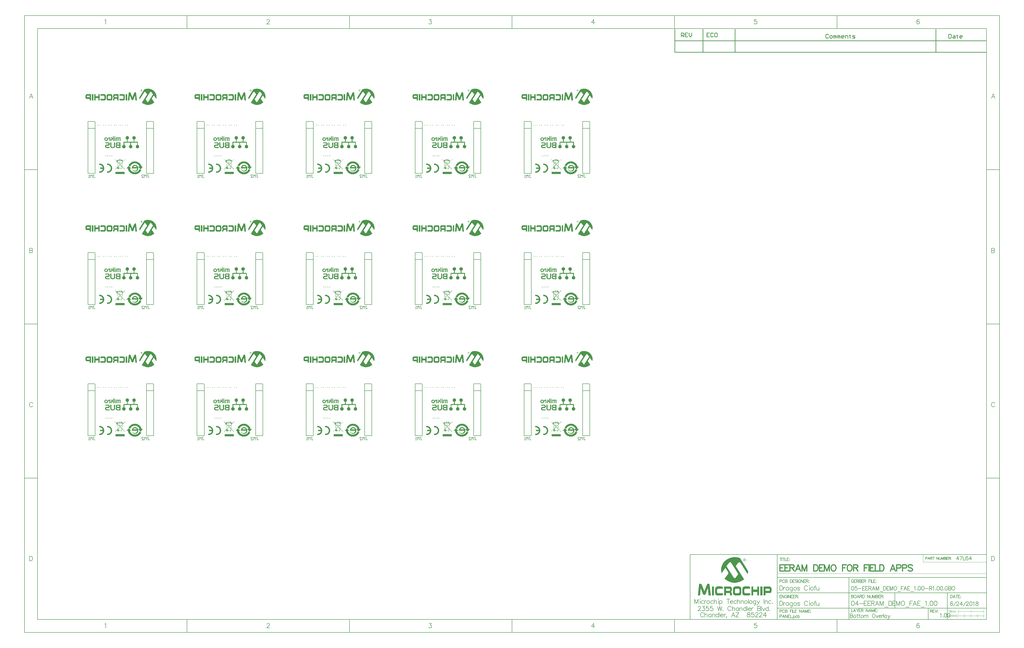
<source format=gbo>
G04*
G04 #@! TF.GenerationSoftware,Altium Limited,Altium Designer,18.1.7 (191)*
G04*
G04 Layer_Color=32896*
%FSLAX43Y43*%
%MOMM*%
G71*
G01*
G75*
%ADD10C,0.150*%
%ADD11C,0.178*%
%ADD29C,0.381*%
%ADD31C,0.127*%
%ADD32C,0.254*%
%ADD33C,0.100*%
%ADD34C,0.200*%
%ADD35C,0.178*%
%ADD42C,0.076*%
%ADD62C,0.025*%
G36*
X194053Y47878D02*
X194101Y47866D01*
X194150Y47854D01*
X194186Y47836D01*
X194216Y47812D01*
X194240Y47800D01*
X194252Y47788D01*
X194258Y47782D01*
X194294Y47740D01*
X194318Y47698D01*
X194342Y47655D01*
X194354Y47619D01*
X194360Y47583D01*
X194366Y47553D01*
X194366Y47535D01*
X194366Y47529D01*
X194360Y47475D01*
X194348Y47427D01*
X194330Y47379D01*
X194312Y47343D01*
X194294Y47312D01*
X194276Y47288D01*
X194264Y47276D01*
X194258Y47270D01*
X194216Y47234D01*
X194174Y47210D01*
X194126Y47192D01*
X194089Y47180D01*
X194053Y47174D01*
X194023Y47168D01*
X193999Y47168D01*
X193945Y47174D01*
X193897Y47186D01*
X193849Y47204D01*
X193813Y47222D01*
X193783Y47240D01*
X193758Y47258D01*
X193746Y47270D01*
X193740Y47276D01*
X193704Y47318D01*
X193680Y47361D01*
X193656Y47403D01*
X193644Y47445D01*
X193638Y47475D01*
X193632Y47505D01*
X193632Y47523D01*
X193632Y47529D01*
X193638Y47583D01*
X193650Y47631D01*
X193662Y47673D01*
X193680Y47710D01*
X193704Y47734D01*
X193716Y47758D01*
X193728Y47770D01*
X193734Y47776D01*
X193777Y47812D01*
X193819Y47836D01*
X193867Y47860D01*
X193909Y47872D01*
X193945Y47878D01*
X193975Y47884D01*
X193999Y47884D01*
X194053Y47878D01*
X194053Y47878D02*
G37*
G36*
X151455Y47878D02*
X151503Y47866D01*
X151551Y47854D01*
X151587Y47836D01*
X151617Y47812D01*
X151641Y47800D01*
X151653Y47788D01*
X151659Y47782D01*
X151695Y47740D01*
X151719Y47698D01*
X151743Y47655D01*
X151755Y47619D01*
X151761Y47583D01*
X151768Y47553D01*
X151768Y47535D01*
X151768Y47529D01*
X151761Y47475D01*
X151749Y47427D01*
X151731Y47379D01*
X151713Y47343D01*
X151695Y47312D01*
X151677Y47288D01*
X151665Y47276D01*
X151659Y47270D01*
X151617Y47234D01*
X151575Y47210D01*
X151527Y47192D01*
X151491Y47180D01*
X151455Y47174D01*
X151425Y47168D01*
X151400Y47168D01*
X151346Y47174D01*
X151298Y47186D01*
X151250Y47204D01*
X151214Y47222D01*
X151184Y47240D01*
X151160Y47258D01*
X151148Y47270D01*
X151142Y47276D01*
X151106Y47318D01*
X151082Y47361D01*
X151057Y47403D01*
X151045Y47445D01*
X151039Y47475D01*
X151033Y47505D01*
X151033Y47523D01*
X151033Y47529D01*
X151039Y47583D01*
X151051Y47631D01*
X151063Y47673D01*
X151082Y47710D01*
X151106Y47734D01*
X151118Y47758D01*
X151130Y47770D01*
X151136Y47776D01*
X151178Y47812D01*
X151220Y47836D01*
X151268Y47860D01*
X151310Y47872D01*
X151346Y47878D01*
X151376Y47884D01*
X151400Y47884D01*
X151455Y47878D01*
X151455Y47878D02*
G37*
G36*
X108856Y47878D02*
X108904Y47866D01*
X108952Y47854D01*
X108988Y47836D01*
X109018Y47812D01*
X109042Y47800D01*
X109054Y47788D01*
X109060Y47782D01*
X109097Y47740D01*
X109121Y47698D01*
X109145Y47655D01*
X109157Y47619D01*
X109163Y47583D01*
X109169Y47553D01*
X109169Y47535D01*
X109169Y47529D01*
X109163Y47475D01*
X109151Y47427D01*
X109133Y47379D01*
X109115Y47343D01*
X109097Y47312D01*
X109079Y47288D01*
X109067Y47276D01*
X109060Y47270D01*
X109018Y47234D01*
X108976Y47210D01*
X108928Y47192D01*
X108892Y47180D01*
X108856Y47174D01*
X108826Y47168D01*
X108802Y47168D01*
X108748Y47174D01*
X108699Y47186D01*
X108651Y47204D01*
X108615Y47222D01*
X108585Y47240D01*
X108561Y47258D01*
X108549Y47270D01*
X108543Y47276D01*
X108507Y47318D01*
X108483Y47361D01*
X108459Y47403D01*
X108447Y47445D01*
X108441Y47475D01*
X108435Y47505D01*
X108435Y47523D01*
X108435Y47529D01*
X108441Y47583D01*
X108453Y47631D01*
X108465Y47673D01*
X108483Y47710D01*
X108507Y47734D01*
X108519Y47758D01*
X108531Y47770D01*
X108537Y47776D01*
X108579Y47812D01*
X108621Y47836D01*
X108669Y47860D01*
X108711Y47872D01*
X108748Y47878D01*
X108778Y47884D01*
X108802Y47884D01*
X108856Y47878D01*
X108856Y47878D02*
G37*
G36*
X66257Y47878D02*
X66305Y47866D01*
X66353Y47854D01*
X66390Y47836D01*
X66420Y47812D01*
X66444Y47800D01*
X66456Y47788D01*
X66462Y47782D01*
X66498Y47740D01*
X66522Y47698D01*
X66546Y47655D01*
X66558Y47619D01*
X66564Y47583D01*
X66570Y47553D01*
X66570Y47535D01*
X66570Y47529D01*
X66564Y47475D01*
X66552Y47427D01*
X66534Y47379D01*
X66516Y47343D01*
X66498Y47312D01*
X66480Y47288D01*
X66468Y47276D01*
X66462Y47270D01*
X66420Y47234D01*
X66378Y47210D01*
X66329Y47192D01*
X66293Y47180D01*
X66257Y47174D01*
X66227Y47168D01*
X66203Y47168D01*
X66149Y47174D01*
X66101Y47186D01*
X66053Y47204D01*
X66017Y47222D01*
X65986Y47240D01*
X65962Y47258D01*
X65950Y47270D01*
X65944Y47276D01*
X65908Y47318D01*
X65884Y47361D01*
X65860Y47403D01*
X65848Y47445D01*
X65842Y47475D01*
X65836Y47505D01*
X65836Y47523D01*
X65836Y47529D01*
X65842Y47583D01*
X65854Y47631D01*
X65866Y47673D01*
X65884Y47710D01*
X65908Y47734D01*
X65920Y47758D01*
X65932Y47770D01*
X65938Y47776D01*
X65980Y47812D01*
X66023Y47836D01*
X66071Y47860D01*
X66113Y47872D01*
X66149Y47878D01*
X66179Y47884D01*
X66203Y47884D01*
X66257Y47878D01*
X66257Y47878D02*
G37*
G36*
X23659Y47878D02*
X23707Y47866D01*
X23755Y47854D01*
X23791Y47836D01*
X23821Y47812D01*
X23845Y47800D01*
X23857Y47788D01*
X23863Y47782D01*
X23899Y47740D01*
X23923Y47698D01*
X23947Y47655D01*
X23959Y47619D01*
X23965Y47583D01*
X23971Y47553D01*
X23971Y47535D01*
X23971Y47529D01*
X23965Y47475D01*
X23953Y47427D01*
X23935Y47379D01*
X23917Y47343D01*
X23899Y47312D01*
X23881Y47288D01*
X23869Y47276D01*
X23863Y47270D01*
X23821Y47234D01*
X23779Y47210D01*
X23731Y47192D01*
X23695Y47180D01*
X23659Y47174D01*
X23628Y47168D01*
X23604Y47168D01*
X23550Y47174D01*
X23502Y47186D01*
X23454Y47204D01*
X23418Y47222D01*
X23388Y47240D01*
X23364Y47258D01*
X23352Y47270D01*
X23346Y47276D01*
X23310Y47318D01*
X23285Y47361D01*
X23261Y47403D01*
X23249Y47445D01*
X23243Y47475D01*
X23237Y47505D01*
X23237Y47523D01*
X23237Y47529D01*
X23243Y47583D01*
X23255Y47631D01*
X23267Y47673D01*
X23285Y47710D01*
X23310Y47734D01*
X23322Y47758D01*
X23334Y47770D01*
X23340Y47776D01*
X23382Y47812D01*
X23424Y47836D01*
X23472Y47860D01*
X23514Y47872D01*
X23550Y47878D01*
X23580Y47884D01*
X23604Y47884D01*
X23659Y47878D01*
X23659Y47878D02*
G37*
G36*
X177608Y43618D02*
X177103Y43618D01*
X177103Y44538D01*
X176032Y44538D01*
X176032Y43618D01*
X175520Y43618D01*
X175520Y46049D01*
X176032Y46049D01*
X176032Y45182D01*
X177103Y45182D01*
X177103Y46049D01*
X177608Y46049D01*
X177608Y43618D01*
X177608Y43618D02*
G37*
G36*
X135009Y43618D02*
X134504Y43618D01*
X134504Y44538D01*
X133433Y44538D01*
X133433Y43618D01*
X132921Y43618D01*
X132921Y46049D01*
X133433Y46049D01*
X133433Y45182D01*
X134504Y45182D01*
X134504Y46049D01*
X135009Y46049D01*
X135009Y43618D01*
X135009Y43618D02*
G37*
G36*
X92411Y43618D02*
X91905Y43618D01*
X91905Y44538D01*
X90834Y44538D01*
X90834Y43618D01*
X90323Y43618D01*
X90323Y46049D01*
X90834Y46049D01*
X90834Y45182D01*
X91905Y45182D01*
X91905Y46049D01*
X92411Y46049D01*
X92411Y43618D01*
X92411Y43618D02*
G37*
G36*
X49812Y43618D02*
X49307Y43618D01*
X49307Y44538D01*
X48236Y44538D01*
X48236Y43618D01*
X47724Y43618D01*
X47724Y46049D01*
X48236Y46049D01*
X48236Y45182D01*
X49307Y45182D01*
X49307Y46049D01*
X49812Y46049D01*
X49812Y43618D01*
X49812Y43618D02*
G37*
G36*
X7213Y43618D02*
X6708Y43618D01*
X6708Y44538D01*
X5637Y44538D01*
X5637Y43618D01*
X5125Y43618D01*
X5125Y46049D01*
X5637Y46049D01*
X5637Y45182D01*
X6708Y45182D01*
X6708Y46049D01*
X7213Y46049D01*
X7213Y43618D01*
X7213Y43618D02*
G37*
G36*
X191628Y46825D02*
X191670Y46813D01*
X191737Y46777D01*
X191767Y46759D01*
X191785Y46741D01*
X191797Y46729D01*
X191803Y46723D01*
X191833Y46681D01*
X191863Y46639D01*
X191881Y46602D01*
X191893Y46566D01*
X191899Y46536D01*
X191905Y46512D01*
X191911Y46494D01*
X191911Y46488D01*
X192218Y43618D01*
X191616Y43618D01*
X191442Y45634D01*
X191436Y45634D01*
X190822Y44033D01*
X190798Y43985D01*
X190774Y43943D01*
X190720Y43871D01*
X190654Y43822D01*
X190593Y43786D01*
X190539Y43768D01*
X190491Y43756D01*
X190461Y43750D01*
X190449Y43750D01*
X190401Y43756D01*
X190359Y43762D01*
X190280Y43792D01*
X190220Y43840D01*
X190166Y43895D01*
X190130Y43943D01*
X190100Y43991D01*
X190088Y44021D01*
X190082Y44033D01*
X189456Y45658D01*
X189450Y45658D01*
X189282Y43618D01*
X188692Y43618D01*
X188993Y46458D01*
X189005Y46512D01*
X189017Y46560D01*
X189035Y46608D01*
X189059Y46645D01*
X189077Y46675D01*
X189089Y46699D01*
X189101Y46711D01*
X189107Y46717D01*
X189143Y46753D01*
X189179Y46783D01*
X189215Y46801D01*
X189252Y46819D01*
X189282Y46825D01*
X189300Y46831D01*
X189324Y46831D01*
X189378Y46825D01*
X189432Y46819D01*
X189522Y46783D01*
X189595Y46729D01*
X189655Y46675D01*
X189703Y46614D01*
X189733Y46560D01*
X189751Y46524D01*
X189757Y46518D01*
X189757Y46512D01*
X190443Y44773D01*
X190449Y44773D01*
X191147Y46512D01*
X191171Y46566D01*
X191201Y46620D01*
X191231Y46663D01*
X191267Y46699D01*
X191340Y46753D01*
X191412Y46789D01*
X191478Y46813D01*
X191532Y46825D01*
X191568Y46831D01*
X191580Y46831D01*
X191628Y46825D01*
X191628Y46825D02*
G37*
G36*
X149030Y46825D02*
X149072Y46813D01*
X149138Y46777D01*
X149168Y46759D01*
X149186Y46741D01*
X149198Y46729D01*
X149204Y46723D01*
X149234Y46681D01*
X149264Y46639D01*
X149282Y46602D01*
X149294Y46566D01*
X149300Y46536D01*
X149306Y46512D01*
X149312Y46494D01*
X149312Y46488D01*
X149619Y43618D01*
X149018Y43618D01*
X148843Y45634D01*
X148837Y45634D01*
X148223Y44033D01*
X148199Y43985D01*
X148175Y43943D01*
X148121Y43871D01*
X148055Y43822D01*
X147995Y43786D01*
X147941Y43768D01*
X147892Y43756D01*
X147862Y43750D01*
X147850Y43750D01*
X147802Y43756D01*
X147760Y43762D01*
X147682Y43792D01*
X147622Y43840D01*
X147567Y43895D01*
X147531Y43943D01*
X147501Y43991D01*
X147489Y44021D01*
X147483Y44033D01*
X146857Y45658D01*
X146851Y45658D01*
X146683Y43618D01*
X146093Y43618D01*
X146394Y46458D01*
X146406Y46512D01*
X146418Y46560D01*
X146436Y46608D01*
X146460Y46645D01*
X146478Y46675D01*
X146490Y46699D01*
X146502Y46711D01*
X146508Y46717D01*
X146545Y46753D01*
X146581Y46783D01*
X146617Y46801D01*
X146653Y46819D01*
X146683Y46825D01*
X146701Y46831D01*
X146725Y46831D01*
X146779Y46825D01*
X146833Y46819D01*
X146924Y46783D01*
X146996Y46729D01*
X147056Y46675D01*
X147104Y46614D01*
X147134Y46560D01*
X147152Y46524D01*
X147158Y46518D01*
X147158Y46512D01*
X147844Y44773D01*
X147850Y44773D01*
X148548Y46512D01*
X148572Y46566D01*
X148602Y46620D01*
X148633Y46663D01*
X148669Y46699D01*
X148741Y46753D01*
X148813Y46789D01*
X148879Y46813D01*
X148933Y46825D01*
X148969Y46831D01*
X148982Y46831D01*
X149030Y46825D01*
X149030Y46825D02*
G37*
G36*
X106431Y46825D02*
X106473Y46813D01*
X106539Y46777D01*
X106569Y46759D01*
X106587Y46741D01*
X106599Y46729D01*
X106605Y46723D01*
X106636Y46681D01*
X106666Y46639D01*
X106684Y46602D01*
X106696Y46566D01*
X106702Y46536D01*
X106708Y46512D01*
X106714Y46494D01*
X106714Y46488D01*
X107021Y43618D01*
X106419Y43618D01*
X106244Y45634D01*
X106238Y45634D01*
X105625Y44033D01*
X105601Y43985D01*
X105576Y43943D01*
X105522Y43871D01*
X105456Y43822D01*
X105396Y43786D01*
X105342Y43768D01*
X105294Y43756D01*
X105264Y43750D01*
X105252Y43750D01*
X105203Y43756D01*
X105161Y43762D01*
X105083Y43792D01*
X105023Y43840D01*
X104969Y43895D01*
X104933Y43943D01*
X104903Y43991D01*
X104891Y44021D01*
X104885Y44033D01*
X104259Y45658D01*
X104253Y45658D01*
X104084Y43618D01*
X103495Y43618D01*
X103795Y46458D01*
X103807Y46512D01*
X103819Y46560D01*
X103838Y46608D01*
X103862Y46645D01*
X103880Y46675D01*
X103892Y46699D01*
X103904Y46711D01*
X103910Y46717D01*
X103946Y46753D01*
X103982Y46783D01*
X104018Y46801D01*
X104054Y46819D01*
X104084Y46825D01*
X104102Y46831D01*
X104126Y46831D01*
X104180Y46825D01*
X104235Y46819D01*
X104325Y46783D01*
X104397Y46729D01*
X104457Y46675D01*
X104505Y46614D01*
X104536Y46560D01*
X104554Y46524D01*
X104560Y46518D01*
X104560Y46512D01*
X105246Y44773D01*
X105252Y44773D01*
X105950Y46512D01*
X105974Y46566D01*
X106004Y46620D01*
X106034Y46663D01*
X106070Y46699D01*
X106142Y46753D01*
X106214Y46789D01*
X106281Y46813D01*
X106335Y46825D01*
X106371Y46831D01*
X106383Y46831D01*
X106431Y46825D01*
X106431Y46825D02*
G37*
G36*
X63832Y46825D02*
X63874Y46813D01*
X63941Y46777D01*
X63971Y46759D01*
X63989Y46741D01*
X64001Y46729D01*
X64007Y46723D01*
X64037Y46681D01*
X64067Y46639D01*
X64085Y46602D01*
X64097Y46566D01*
X64103Y46536D01*
X64109Y46512D01*
X64115Y46494D01*
X64115Y46488D01*
X64422Y43618D01*
X63820Y43618D01*
X63646Y45634D01*
X63640Y45634D01*
X63026Y44033D01*
X63002Y43985D01*
X62978Y43943D01*
X62924Y43871D01*
X62857Y43822D01*
X62797Y43786D01*
X62743Y43768D01*
X62695Y43756D01*
X62665Y43750D01*
X62653Y43750D01*
X62605Y43756D01*
X62563Y43762D01*
X62484Y43792D01*
X62424Y43840D01*
X62370Y43895D01*
X62334Y43943D01*
X62304Y43991D01*
X62292Y44021D01*
X62286Y44033D01*
X61660Y45658D01*
X61654Y45658D01*
X61486Y43618D01*
X60896Y43618D01*
X61197Y46458D01*
X61209Y46512D01*
X61221Y46560D01*
X61239Y46608D01*
X61263Y46645D01*
X61281Y46675D01*
X61293Y46699D01*
X61305Y46711D01*
X61311Y46717D01*
X61347Y46753D01*
X61383Y46783D01*
X61419Y46801D01*
X61455Y46819D01*
X61486Y46825D01*
X61504Y46831D01*
X61528Y46831D01*
X61582Y46825D01*
X61636Y46819D01*
X61726Y46783D01*
X61798Y46729D01*
X61859Y46675D01*
X61907Y46614D01*
X61937Y46560D01*
X61955Y46524D01*
X61961Y46518D01*
X61961Y46512D01*
X62647Y44773D01*
X62653Y44773D01*
X63351Y46512D01*
X63375Y46566D01*
X63405Y46620D01*
X63435Y46663D01*
X63471Y46699D01*
X63543Y46753D01*
X63616Y46789D01*
X63682Y46813D01*
X63736Y46825D01*
X63772Y46831D01*
X63784Y46831D01*
X63832Y46825D01*
X63832Y46825D02*
G37*
G36*
X21234Y46825D02*
X21276Y46813D01*
X21342Y46777D01*
X21372Y46759D01*
X21390Y46741D01*
X21402Y46729D01*
X21408Y46723D01*
X21438Y46681D01*
X21468Y46639D01*
X21486Y46602D01*
X21498Y46566D01*
X21504Y46536D01*
X21510Y46512D01*
X21516Y46494D01*
X21516Y46488D01*
X21823Y43618D01*
X21222Y43618D01*
X21047Y45634D01*
X21041Y45634D01*
X20427Y44033D01*
X20403Y43985D01*
X20379Y43943D01*
X20325Y43871D01*
X20259Y43822D01*
X20199Y43786D01*
X20144Y43768D01*
X20096Y43756D01*
X20066Y43750D01*
X20054Y43750D01*
X20006Y43756D01*
X19964Y43762D01*
X19886Y43792D01*
X19826Y43840D01*
X19771Y43895D01*
X19735Y43943D01*
X19705Y43991D01*
X19693Y44021D01*
X19687Y44033D01*
X19061Y45658D01*
X19055Y45658D01*
X18887Y43618D01*
X18297Y43618D01*
X18598Y46458D01*
X18610Y46512D01*
X18622Y46560D01*
X18640Y46608D01*
X18664Y46645D01*
X18682Y46675D01*
X18694Y46699D01*
X18706Y46711D01*
X18712Y46717D01*
X18748Y46753D01*
X18785Y46783D01*
X18821Y46801D01*
X18857Y46819D01*
X18887Y46825D01*
X18905Y46831D01*
X18929Y46831D01*
X18983Y46825D01*
X19037Y46819D01*
X19128Y46783D01*
X19200Y46729D01*
X19260Y46675D01*
X19308Y46614D01*
X19338Y46560D01*
X19356Y46524D01*
X19362Y46518D01*
X19362Y46512D01*
X20048Y44773D01*
X20054Y44773D01*
X20752Y46512D01*
X20776Y46566D01*
X20806Y46620D01*
X20836Y46663D01*
X20873Y46699D01*
X20945Y46753D01*
X21017Y46789D01*
X21083Y46813D01*
X21137Y46825D01*
X21173Y46831D01*
X21185Y46831D01*
X21234Y46825D01*
X21234Y46825D02*
G37*
G36*
X196719Y48215D02*
X196978Y48185D01*
X197224Y48137D01*
X197459Y48077D01*
X197682Y48004D01*
X197880Y47920D01*
X198073Y47836D01*
X198241Y47746D01*
X198398Y47655D01*
X198530Y47565D01*
X198650Y47481D01*
X198747Y47409D01*
X198825Y47349D01*
X198879Y47300D01*
X198915Y47270D01*
X198927Y47258D01*
X199090Y47084D01*
X199234Y46903D01*
X199361Y46723D01*
X199469Y46542D01*
X199559Y46356D01*
X199631Y46175D01*
X199691Y46001D01*
X199746Y45838D01*
X199782Y45682D01*
X199812Y45537D01*
X199830Y45411D01*
X199848Y45303D01*
X199854Y45212D01*
X199854Y45176D01*
X199860Y45146D01*
X199860Y45122D01*
X199860Y45104D01*
X199860Y45098D01*
X199860Y45092D01*
X199854Y44918D01*
X199842Y44755D01*
X199824Y44611D01*
X199800Y44478D01*
X199794Y44418D01*
X199782Y44370D01*
X199770Y44322D01*
X199764Y44286D01*
X199758Y44256D01*
X199752Y44232D01*
X199746Y44220D01*
X199746Y44214D01*
X198789Y45555D01*
X198139Y44538D01*
X198109Y44484D01*
X198085Y44436D01*
X198067Y44400D01*
X198049Y44370D01*
X198043Y44346D01*
X198037Y44328D01*
X198037Y44322D01*
X198037Y44316D01*
X198037Y44274D01*
X198043Y44232D01*
X198067Y44165D01*
X198079Y44135D01*
X198085Y44117D01*
X198091Y44105D01*
X198097Y44099D01*
X198975Y42878D01*
X198879Y42781D01*
X198783Y42697D01*
X198578Y42541D01*
X198374Y42402D01*
X198169Y42282D01*
X197965Y42186D01*
X197766Y42102D01*
X197573Y42029D01*
X197387Y41975D01*
X197212Y41933D01*
X197056Y41903D01*
X196911Y41879D01*
X196791Y41867D01*
X196737Y41861D01*
X196695Y41855D01*
X196653Y41855D01*
X196617Y41849D01*
X196556Y41849D01*
X196304Y41861D01*
X196063Y41885D01*
X195834Y41933D01*
X195612Y41987D01*
X195401Y42059D01*
X195203Y42132D01*
X195022Y42216D01*
X194854Y42300D01*
X194703Y42378D01*
X194571Y42463D01*
X194450Y42535D01*
X194354Y42607D01*
X194276Y42661D01*
X194222Y42709D01*
X194186Y42733D01*
X194174Y42745D01*
X196207Y45965D01*
X195636Y46777D01*
X195582Y46843D01*
X195528Y46891D01*
X195479Y46927D01*
X195437Y46951D01*
X195401Y46969D01*
X195371Y46975D01*
X195353Y46981D01*
X195347Y46981D01*
X195281Y46975D01*
X195221Y46951D01*
X195166Y46915D01*
X195124Y46873D01*
X195082Y46837D01*
X195052Y46801D01*
X195034Y46777D01*
X195028Y46765D01*
X193289Y44033D01*
X193259Y44123D01*
X193235Y44202D01*
X193217Y44268D01*
X193199Y44322D01*
X193187Y44358D01*
X193181Y44388D01*
X193175Y44400D01*
X193175Y44406D01*
X193163Y44454D01*
X193151Y44514D01*
X193133Y44635D01*
X193127Y44689D01*
X193121Y44737D01*
X193115Y44767D01*
X193115Y44779D01*
X195106Y47914D01*
X195239Y47968D01*
X195365Y48016D01*
X195491Y48059D01*
X195618Y48095D01*
X195732Y48125D01*
X195840Y48149D01*
X195949Y48173D01*
X196045Y48191D01*
X196129Y48203D01*
X196213Y48209D01*
X196280Y48215D01*
X196340Y48221D01*
X196388Y48227D01*
X196448Y48227D01*
X196719Y48215D01*
X196719Y48215D02*
G37*
G36*
X154120Y48215D02*
X154379Y48185D01*
X154626Y48137D01*
X154860Y48077D01*
X155083Y48004D01*
X155282Y47920D01*
X155474Y47836D01*
X155643Y47746D01*
X155799Y47655D01*
X155931Y47565D01*
X156052Y47481D01*
X156148Y47409D01*
X156226Y47349D01*
X156280Y47300D01*
X156317Y47270D01*
X156329Y47258D01*
X156491Y47084D01*
X156635Y46903D01*
X156762Y46723D01*
X156870Y46542D01*
X156960Y46356D01*
X157033Y46175D01*
X157093Y46001D01*
X157147Y45838D01*
X157183Y45682D01*
X157213Y45537D01*
X157231Y45411D01*
X157249Y45303D01*
X157255Y45212D01*
X157255Y45176D01*
X157261Y45146D01*
X157261Y45122D01*
X157261Y45104D01*
X157261Y45098D01*
X157261Y45092D01*
X157255Y44918D01*
X157243Y44755D01*
X157225Y44611D01*
X157201Y44478D01*
X157195Y44418D01*
X157183Y44370D01*
X157171Y44322D01*
X157165Y44286D01*
X157159Y44256D01*
X157153Y44232D01*
X157147Y44220D01*
X157147Y44214D01*
X156190Y45555D01*
X155540Y44538D01*
X155510Y44484D01*
X155486Y44436D01*
X155468Y44400D01*
X155450Y44370D01*
X155444Y44346D01*
X155438Y44328D01*
X155438Y44322D01*
X155438Y44316D01*
X155438Y44274D01*
X155444Y44232D01*
X155468Y44165D01*
X155480Y44135D01*
X155486Y44117D01*
X155492Y44105D01*
X155498Y44099D01*
X156377Y42878D01*
X156280Y42781D01*
X156184Y42697D01*
X155980Y42541D01*
X155775Y42402D01*
X155570Y42282D01*
X155366Y42186D01*
X155167Y42102D01*
X154975Y42029D01*
X154788Y41975D01*
X154614Y41933D01*
X154457Y41903D01*
X154313Y41879D01*
X154192Y41867D01*
X154138Y41861D01*
X154096Y41855D01*
X154054Y41855D01*
X154018Y41849D01*
X153958Y41849D01*
X153705Y41861D01*
X153464Y41885D01*
X153236Y41933D01*
X153013Y41987D01*
X152802Y42059D01*
X152604Y42132D01*
X152423Y42216D01*
X152255Y42300D01*
X152104Y42378D01*
X151972Y42463D01*
X151852Y42535D01*
X151755Y42607D01*
X151677Y42661D01*
X151623Y42709D01*
X151587Y42733D01*
X151575Y42745D01*
X153609Y45965D01*
X153037Y46777D01*
X152983Y46843D01*
X152929Y46891D01*
X152881Y46927D01*
X152839Y46951D01*
X152802Y46969D01*
X152772Y46975D01*
X152754Y46981D01*
X152748Y46981D01*
X152682Y46975D01*
X152622Y46951D01*
X152568Y46915D01*
X152526Y46873D01*
X152484Y46837D01*
X152453Y46801D01*
X152435Y46777D01*
X152429Y46765D01*
X150690Y44033D01*
X150660Y44123D01*
X150636Y44202D01*
X150618Y44268D01*
X150600Y44322D01*
X150588Y44358D01*
X150582Y44388D01*
X150576Y44400D01*
X150576Y44406D01*
X150564Y44454D01*
X150552Y44514D01*
X150534Y44635D01*
X150528Y44689D01*
X150522Y44737D01*
X150516Y44767D01*
X150516Y44779D01*
X152508Y47914D01*
X152640Y47968D01*
X152766Y48016D01*
X152893Y48059D01*
X153019Y48095D01*
X153133Y48125D01*
X153242Y48149D01*
X153350Y48173D01*
X153446Y48191D01*
X153531Y48203D01*
X153615Y48209D01*
X153681Y48215D01*
X153741Y48221D01*
X153789Y48227D01*
X153849Y48227D01*
X154120Y48215D01*
X154120Y48215D02*
G37*
G36*
X111522Y48215D02*
X111780Y48185D01*
X112027Y48137D01*
X112262Y48077D01*
X112484Y48004D01*
X112683Y47920D01*
X112875Y47836D01*
X113044Y47746D01*
X113200Y47655D01*
X113333Y47565D01*
X113453Y47481D01*
X113549Y47409D01*
X113628Y47349D01*
X113682Y47300D01*
X113718Y47270D01*
X113730Y47258D01*
X113892Y47084D01*
X114037Y46903D01*
X114163Y46723D01*
X114271Y46542D01*
X114362Y46356D01*
X114434Y46175D01*
X114494Y46001D01*
X114548Y45838D01*
X114584Y45682D01*
X114614Y45537D01*
X114632Y45411D01*
X114651Y45303D01*
X114657Y45212D01*
X114657Y45176D01*
X114663Y45146D01*
X114663Y45122D01*
X114663Y45104D01*
X114663Y45098D01*
X114663Y45092D01*
X114657Y44918D01*
X114645Y44755D01*
X114626Y44611D01*
X114602Y44478D01*
X114596Y44418D01*
X114584Y44370D01*
X114572Y44322D01*
X114566Y44286D01*
X114560Y44256D01*
X114554Y44232D01*
X114548Y44220D01*
X114548Y44214D01*
X113591Y45555D01*
X112942Y44538D01*
X112912Y44484D01*
X112887Y44436D01*
X112869Y44400D01*
X112851Y44370D01*
X112845Y44346D01*
X112839Y44328D01*
X112839Y44322D01*
X112839Y44316D01*
X112839Y44274D01*
X112845Y44232D01*
X112869Y44165D01*
X112881Y44135D01*
X112887Y44117D01*
X112893Y44105D01*
X112899Y44099D01*
X113778Y42878D01*
X113682Y42781D01*
X113585Y42697D01*
X113381Y42541D01*
X113176Y42402D01*
X112972Y42282D01*
X112767Y42186D01*
X112569Y42102D01*
X112376Y42029D01*
X112189Y41975D01*
X112015Y41933D01*
X111859Y41903D01*
X111714Y41879D01*
X111594Y41867D01*
X111540Y41861D01*
X111497Y41855D01*
X111455Y41855D01*
X111419Y41849D01*
X111359Y41849D01*
X111106Y41861D01*
X110866Y41885D01*
X110637Y41933D01*
X110414Y41987D01*
X110204Y42059D01*
X110005Y42132D01*
X109825Y42216D01*
X109656Y42300D01*
X109506Y42378D01*
X109373Y42463D01*
X109253Y42535D01*
X109157Y42607D01*
X109079Y42661D01*
X109024Y42709D01*
X108988Y42733D01*
X108976Y42745D01*
X111010Y45965D01*
X110438Y46777D01*
X110384Y46843D01*
X110330Y46891D01*
X110282Y46927D01*
X110240Y46951D01*
X110204Y46969D01*
X110174Y46975D01*
X110156Y46981D01*
X110150Y46981D01*
X110083Y46975D01*
X110023Y46951D01*
X109969Y46915D01*
X109927Y46873D01*
X109885Y46837D01*
X109855Y46801D01*
X109837Y46777D01*
X109831Y46765D01*
X108092Y44033D01*
X108062Y44123D01*
X108038Y44202D01*
X108020Y44268D01*
X108001Y44322D01*
X107989Y44358D01*
X107983Y44388D01*
X107977Y44400D01*
X107977Y44406D01*
X107965Y44454D01*
X107953Y44514D01*
X107935Y44635D01*
X107929Y44689D01*
X107923Y44737D01*
X107917Y44767D01*
X107917Y44779D01*
X109909Y47914D01*
X110041Y47968D01*
X110168Y48016D01*
X110294Y48059D01*
X110420Y48095D01*
X110535Y48125D01*
X110643Y48149D01*
X110751Y48173D01*
X110848Y48191D01*
X110932Y48203D01*
X111016Y48209D01*
X111082Y48215D01*
X111142Y48221D01*
X111191Y48227D01*
X111251Y48227D01*
X111522Y48215D01*
X111522Y48215D02*
G37*
G36*
X68923Y48215D02*
X69182Y48185D01*
X69428Y48137D01*
X69663Y48077D01*
X69886Y48004D01*
X70084Y47920D01*
X70277Y47836D01*
X70445Y47746D01*
X70602Y47655D01*
X70734Y47565D01*
X70854Y47481D01*
X70951Y47409D01*
X71029Y47349D01*
X71083Y47300D01*
X71119Y47270D01*
X71131Y47258D01*
X71294Y47084D01*
X71438Y46903D01*
X71564Y46723D01*
X71673Y46542D01*
X71763Y46356D01*
X71835Y46175D01*
X71895Y46001D01*
X71950Y45838D01*
X71986Y45682D01*
X72016Y45537D01*
X72034Y45411D01*
X72052Y45303D01*
X72058Y45212D01*
X72058Y45176D01*
X72064Y45146D01*
X72064Y45122D01*
X72064Y45104D01*
X72064Y45098D01*
X72064Y45092D01*
X72058Y44918D01*
X72046Y44755D01*
X72028Y44611D01*
X72004Y44478D01*
X71998Y44418D01*
X71986Y44370D01*
X71974Y44322D01*
X71968Y44286D01*
X71962Y44256D01*
X71956Y44232D01*
X71950Y44220D01*
X71950Y44214D01*
X70993Y45555D01*
X70343Y44538D01*
X70313Y44484D01*
X70289Y44436D01*
X70271Y44400D01*
X70253Y44370D01*
X70247Y44346D01*
X70241Y44328D01*
X70241Y44322D01*
X70241Y44316D01*
X70241Y44274D01*
X70247Y44232D01*
X70271Y44165D01*
X70283Y44135D01*
X70289Y44117D01*
X70295Y44105D01*
X70301Y44099D01*
X71179Y42878D01*
X71083Y42781D01*
X70987Y42697D01*
X70782Y42541D01*
X70578Y42402D01*
X70373Y42282D01*
X70168Y42186D01*
X69970Y42102D01*
X69777Y42029D01*
X69591Y41975D01*
X69416Y41933D01*
X69260Y41903D01*
X69115Y41879D01*
X68995Y41867D01*
X68941Y41861D01*
X68899Y41855D01*
X68857Y41855D01*
X68821Y41849D01*
X68760Y41849D01*
X68508Y41861D01*
X68267Y41885D01*
X68038Y41933D01*
X67816Y41987D01*
X67605Y42059D01*
X67407Y42132D01*
X67226Y42216D01*
X67058Y42300D01*
X66907Y42378D01*
X66775Y42463D01*
X66654Y42535D01*
X66558Y42607D01*
X66480Y42661D01*
X66426Y42709D01*
X66390Y42733D01*
X66378Y42745D01*
X68411Y45965D01*
X67840Y46777D01*
X67786Y46843D01*
X67731Y46891D01*
X67683Y46927D01*
X67641Y46951D01*
X67605Y46969D01*
X67575Y46975D01*
X67557Y46981D01*
X67551Y46981D01*
X67485Y46975D01*
X67425Y46951D01*
X67370Y46915D01*
X67328Y46873D01*
X67286Y46837D01*
X67256Y46801D01*
X67238Y46777D01*
X67232Y46765D01*
X65493Y44033D01*
X65463Y44123D01*
X65439Y44202D01*
X65421Y44268D01*
X65403Y44322D01*
X65391Y44358D01*
X65385Y44388D01*
X65379Y44400D01*
X65379Y44406D01*
X65367Y44454D01*
X65355Y44514D01*
X65337Y44635D01*
X65331Y44689D01*
X65325Y44737D01*
X65319Y44767D01*
X65319Y44779D01*
X67310Y47914D01*
X67443Y47968D01*
X67569Y48016D01*
X67695Y48059D01*
X67822Y48095D01*
X67936Y48125D01*
X68044Y48149D01*
X68153Y48173D01*
X68249Y48191D01*
X68333Y48203D01*
X68417Y48209D01*
X68484Y48215D01*
X68544Y48221D01*
X68592Y48227D01*
X68652Y48227D01*
X68923Y48215D01*
X68923Y48215D02*
G37*
G36*
X26324Y48215D02*
X26583Y48185D01*
X26830Y48137D01*
X27064Y48077D01*
X27287Y48004D01*
X27485Y47920D01*
X27678Y47836D01*
X27847Y47746D01*
X28003Y47655D01*
X28135Y47565D01*
X28256Y47481D01*
X28352Y47409D01*
X28430Y47349D01*
X28484Y47300D01*
X28520Y47270D01*
X28532Y47258D01*
X28695Y47084D01*
X28839Y46903D01*
X28966Y46723D01*
X29074Y46542D01*
X29164Y46356D01*
X29237Y46175D01*
X29297Y46001D01*
X29351Y45838D01*
X29387Y45682D01*
X29417Y45537D01*
X29435Y45411D01*
X29453Y45303D01*
X29459Y45212D01*
X29459Y45176D01*
X29465Y45146D01*
X29465Y45122D01*
X29465Y45104D01*
X29465Y45098D01*
X29465Y45092D01*
X29459Y44918D01*
X29447Y44755D01*
X29429Y44611D01*
X29405Y44478D01*
X29399Y44418D01*
X29387Y44370D01*
X29375Y44322D01*
X29369Y44286D01*
X29363Y44256D01*
X29357Y44232D01*
X29351Y44220D01*
X29351Y44214D01*
X28394Y45555D01*
X27744Y44538D01*
X27714Y44484D01*
X27690Y44436D01*
X27672Y44400D01*
X27654Y44370D01*
X27648Y44346D01*
X27642Y44328D01*
X27642Y44322D01*
X27642Y44316D01*
X27642Y44274D01*
X27648Y44232D01*
X27672Y44165D01*
X27684Y44135D01*
X27690Y44117D01*
X27696Y44105D01*
X27702Y44099D01*
X28581Y42878D01*
X28484Y42781D01*
X28388Y42697D01*
X28183Y42541D01*
X27979Y42402D01*
X27774Y42282D01*
X27570Y42186D01*
X27371Y42102D01*
X27179Y42029D01*
X26992Y41975D01*
X26818Y41933D01*
X26661Y41903D01*
X26517Y41879D01*
X26396Y41867D01*
X26342Y41861D01*
X26300Y41855D01*
X26258Y41855D01*
X26222Y41849D01*
X26162Y41849D01*
X25909Y41861D01*
X25668Y41885D01*
X25440Y41933D01*
X25217Y41987D01*
X25006Y42059D01*
X24808Y42132D01*
X24627Y42216D01*
X24459Y42300D01*
X24308Y42378D01*
X24176Y42463D01*
X24056Y42535D01*
X23959Y42607D01*
X23881Y42661D01*
X23827Y42709D01*
X23791Y42733D01*
X23779Y42745D01*
X25813Y45965D01*
X25241Y46777D01*
X25187Y46843D01*
X25133Y46891D01*
X25085Y46927D01*
X25042Y46951D01*
X25006Y46969D01*
X24976Y46975D01*
X24958Y46981D01*
X24952Y46981D01*
X24886Y46975D01*
X24826Y46951D01*
X24772Y46915D01*
X24730Y46873D01*
X24687Y46837D01*
X24657Y46801D01*
X24639Y46777D01*
X24633Y46765D01*
X22894Y44033D01*
X22864Y44123D01*
X22840Y44202D01*
X22822Y44268D01*
X22804Y44322D01*
X22792Y44358D01*
X22786Y44388D01*
X22780Y44400D01*
X22780Y44406D01*
X22768Y44454D01*
X22756Y44514D01*
X22738Y44635D01*
X22732Y44689D01*
X22726Y44737D01*
X22720Y44767D01*
X22720Y44779D01*
X24712Y47914D01*
X24844Y47968D01*
X24970Y48016D01*
X25097Y48059D01*
X25223Y48095D01*
X25337Y48125D01*
X25446Y48149D01*
X25554Y48173D01*
X25650Y48191D01*
X25734Y48203D01*
X25819Y48209D01*
X25885Y48215D01*
X25945Y48221D01*
X25993Y48227D01*
X26053Y48227D01*
X26324Y48215D01*
X26324Y48215D02*
G37*
G36*
X188373Y43618D02*
X187819Y43618D01*
X187819Y46049D01*
X188373Y46049D01*
X188373Y43618D01*
X188373Y43618D02*
G37*
G36*
X145774Y43618D02*
X145221Y43618D01*
X145221Y46049D01*
X145774Y46049D01*
X145774Y43618D01*
X145774Y43618D02*
G37*
G36*
X103176Y43618D02*
X102622Y43618D01*
X102622Y46049D01*
X103176Y46049D01*
X103176Y43618D01*
X103176Y43618D02*
G37*
G36*
X60577Y43618D02*
X60023Y43618D01*
X60023Y46049D01*
X60577Y46049D01*
X60577Y43618D01*
X60577Y43618D02*
G37*
G36*
X17978Y43618D02*
X17425Y43618D01*
X17425Y46049D01*
X17978Y46049D01*
X17978Y43618D01*
X17978Y43618D02*
G37*
G36*
X185045Y43618D02*
X184534Y43618D01*
X184534Y44250D01*
X183643Y44250D01*
X183595Y44244D01*
X183559Y44232D01*
X183523Y44214D01*
X183499Y44196D01*
X183481Y44177D01*
X183469Y44159D01*
X183463Y44147D01*
X183463Y44141D01*
X183451Y44117D01*
X183445Y44081D01*
X183439Y44003D01*
X183433Y43967D01*
X183433Y43943D01*
X183433Y43919D01*
X183433Y43913D01*
X183433Y43618D01*
X182927Y43618D01*
X182927Y44033D01*
X182927Y44117D01*
X182939Y44189D01*
X182951Y44250D01*
X182969Y44310D01*
X182994Y44358D01*
X183018Y44406D01*
X183042Y44442D01*
X183066Y44472D01*
X183114Y44520D01*
X183162Y44551D01*
X183192Y44563D01*
X183198Y44569D01*
X183204Y44569D01*
X183204Y44575D01*
X183144Y44599D01*
X183096Y44635D01*
X183054Y44671D01*
X183024Y44707D01*
X183000Y44737D01*
X182982Y44767D01*
X182969Y44785D01*
X182969Y44791D01*
X182951Y44845D01*
X182939Y44906D01*
X182927Y45032D01*
X182921Y45086D01*
X182921Y45134D01*
X182921Y45164D01*
X182921Y45176D01*
X182921Y45327D01*
X182927Y45465D01*
X182939Y45579D01*
X182963Y45676D01*
X182982Y45748D01*
X183006Y45808D01*
X183030Y45850D01*
X183042Y45874D01*
X183048Y45880D01*
X183096Y45935D01*
X183156Y45977D01*
X183216Y46007D01*
X183276Y46031D01*
X183331Y46043D01*
X183373Y46049D01*
X185045Y46049D01*
X185045Y43618D01*
X185045Y43618D02*
G37*
G36*
X142447Y43618D02*
X141935Y43618D01*
X141935Y44250D01*
X141045Y44250D01*
X140997Y44244D01*
X140960Y44232D01*
X140924Y44214D01*
X140900Y44196D01*
X140882Y44177D01*
X140870Y44159D01*
X140864Y44147D01*
X140864Y44141D01*
X140852Y44117D01*
X140846Y44081D01*
X140840Y44003D01*
X140834Y43967D01*
X140834Y43943D01*
X140834Y43919D01*
X140834Y43913D01*
X140834Y43618D01*
X140329Y43618D01*
X140329Y44033D01*
X140329Y44117D01*
X140341Y44189D01*
X140353Y44250D01*
X140371Y44310D01*
X140395Y44358D01*
X140419Y44406D01*
X140443Y44442D01*
X140467Y44472D01*
X140515Y44520D01*
X140563Y44551D01*
X140593Y44563D01*
X140599Y44569D01*
X140605Y44569D01*
X140605Y44575D01*
X140545Y44599D01*
X140497Y44635D01*
X140455Y44671D01*
X140425Y44707D01*
X140401Y44737D01*
X140383Y44767D01*
X140371Y44785D01*
X140371Y44791D01*
X140353Y44845D01*
X140341Y44906D01*
X140329Y45032D01*
X140323Y45086D01*
X140323Y45134D01*
X140323Y45164D01*
X140323Y45176D01*
X140323Y45327D01*
X140329Y45465D01*
X140341Y45579D01*
X140365Y45676D01*
X140383Y45748D01*
X140407Y45808D01*
X140431Y45850D01*
X140443Y45874D01*
X140449Y45880D01*
X140497Y45935D01*
X140557Y45977D01*
X140618Y46007D01*
X140678Y46031D01*
X140732Y46043D01*
X140774Y46049D01*
X142447Y46049D01*
X142447Y43618D01*
X142447Y43618D02*
G37*
G36*
X99848Y43618D02*
X99337Y43618D01*
X99337Y44250D01*
X98446Y44250D01*
X98398Y44244D01*
X98362Y44232D01*
X98326Y44214D01*
X98302Y44196D01*
X98284Y44177D01*
X98272Y44159D01*
X98266Y44147D01*
X98266Y44141D01*
X98253Y44117D01*
X98247Y44081D01*
X98241Y44003D01*
X98235Y43967D01*
X98235Y43943D01*
X98235Y43919D01*
X98235Y43913D01*
X98235Y43618D01*
X97730Y43618D01*
X97730Y44033D01*
X97730Y44117D01*
X97742Y44189D01*
X97754Y44250D01*
X97772Y44310D01*
X97796Y44358D01*
X97820Y44406D01*
X97844Y44442D01*
X97868Y44472D01*
X97917Y44520D01*
X97965Y44551D01*
X97995Y44563D01*
X98001Y44569D01*
X98007Y44569D01*
X98007Y44575D01*
X97947Y44599D01*
X97898Y44635D01*
X97856Y44671D01*
X97826Y44707D01*
X97802Y44737D01*
X97784Y44767D01*
X97772Y44785D01*
X97772Y44791D01*
X97754Y44845D01*
X97742Y44906D01*
X97730Y45032D01*
X97724Y45086D01*
X97724Y45134D01*
X97724Y45164D01*
X97724Y45176D01*
X97724Y45327D01*
X97730Y45465D01*
X97742Y45579D01*
X97766Y45676D01*
X97784Y45748D01*
X97808Y45808D01*
X97832Y45850D01*
X97844Y45874D01*
X97850Y45880D01*
X97898Y45935D01*
X97959Y45977D01*
X98019Y46007D01*
X98079Y46031D01*
X98133Y46043D01*
X98175Y46049D01*
X99848Y46049D01*
X99848Y43618D01*
X99848Y43618D02*
G37*
G36*
X57249Y43618D02*
X56738Y43618D01*
X56738Y44250D01*
X55847Y44250D01*
X55799Y44244D01*
X55763Y44232D01*
X55727Y44214D01*
X55703Y44196D01*
X55685Y44177D01*
X55673Y44159D01*
X55667Y44147D01*
X55667Y44141D01*
X55655Y44117D01*
X55649Y44081D01*
X55643Y44003D01*
X55637Y43967D01*
X55637Y43943D01*
X55637Y43919D01*
X55637Y43913D01*
X55637Y43618D01*
X55131Y43618D01*
X55131Y44033D01*
X55131Y44117D01*
X55143Y44189D01*
X55155Y44250D01*
X55173Y44310D01*
X55197Y44358D01*
X55222Y44406D01*
X55246Y44442D01*
X55270Y44472D01*
X55318Y44520D01*
X55366Y44551D01*
X55396Y44563D01*
X55402Y44569D01*
X55408Y44569D01*
X55408Y44575D01*
X55348Y44599D01*
X55300Y44635D01*
X55258Y44671D01*
X55228Y44707D01*
X55203Y44737D01*
X55185Y44767D01*
X55173Y44785D01*
X55173Y44791D01*
X55155Y44845D01*
X55143Y44906D01*
X55131Y45032D01*
X55125Y45086D01*
X55125Y45134D01*
X55125Y45164D01*
X55125Y45176D01*
X55125Y45327D01*
X55131Y45465D01*
X55143Y45579D01*
X55167Y45676D01*
X55185Y45748D01*
X55210Y45808D01*
X55234Y45850D01*
X55246Y45874D01*
X55252Y45880D01*
X55300Y45935D01*
X55360Y45977D01*
X55420Y46007D01*
X55480Y46031D01*
X55534Y46043D01*
X55577Y46049D01*
X57249Y46049D01*
X57249Y43618D01*
X57249Y43618D02*
G37*
G36*
X14651Y43618D02*
X14139Y43618D01*
X14139Y44250D01*
X13249Y44250D01*
X13201Y44244D01*
X13164Y44232D01*
X13128Y44214D01*
X13104Y44196D01*
X13086Y44177D01*
X13074Y44159D01*
X13068Y44147D01*
X13068Y44141D01*
X13056Y44117D01*
X13050Y44081D01*
X13044Y44003D01*
X13038Y43967D01*
X13038Y43943D01*
X13038Y43919D01*
X13038Y43913D01*
X13038Y43618D01*
X12533Y43618D01*
X12533Y44033D01*
X12533Y44117D01*
X12545Y44189D01*
X12557Y44250D01*
X12575Y44310D01*
X12599Y44358D01*
X12623Y44406D01*
X12647Y44442D01*
X12671Y44472D01*
X12719Y44520D01*
X12767Y44551D01*
X12797Y44563D01*
X12803Y44569D01*
X12809Y44569D01*
X12809Y44575D01*
X12749Y44599D01*
X12701Y44635D01*
X12659Y44671D01*
X12629Y44707D01*
X12605Y44737D01*
X12587Y44767D01*
X12575Y44785D01*
X12575Y44791D01*
X12557Y44845D01*
X12545Y44906D01*
X12533Y45032D01*
X12527Y45086D01*
X12527Y45134D01*
X12527Y45164D01*
X12527Y45176D01*
X12527Y45327D01*
X12533Y45465D01*
X12545Y45579D01*
X12569Y45676D01*
X12587Y45748D01*
X12611Y45808D01*
X12635Y45850D01*
X12647Y45874D01*
X12653Y45880D01*
X12701Y45935D01*
X12761Y45977D01*
X12821Y46007D01*
X12882Y46031D01*
X12936Y46043D01*
X12978Y46049D01*
X14651Y46049D01*
X14651Y43618D01*
X14651Y43618D02*
G37*
G36*
X175165Y43618D02*
X174600Y43618D01*
X174600Y46049D01*
X175165Y46049D01*
X175165Y43618D01*
X175165Y43618D02*
G37*
G36*
X132566Y43618D02*
X132001Y43618D01*
X132001Y46049D01*
X132566Y46049D01*
X132566Y43618D01*
X132566Y43618D02*
G37*
G36*
X89968Y43618D02*
X89402Y43618D01*
X89402Y46049D01*
X89968Y46049D01*
X89968Y43618D01*
X89968Y43618D02*
G37*
G36*
X47369Y43618D02*
X46803Y43618D01*
X46803Y46049D01*
X47369Y46049D01*
X47369Y43618D01*
X47369Y43618D02*
G37*
G36*
X4770Y43618D02*
X4205Y43618D01*
X4205Y46049D01*
X4770Y46049D01*
X4770Y43618D01*
X4770Y43618D02*
G37*
G36*
X174269Y43618D02*
X173763Y43618D01*
X173763Y44232D01*
X172572Y44232D01*
X172487Y44238D01*
X172415Y44268D01*
X172355Y44304D01*
X172301Y44352D01*
X172253Y44412D01*
X172217Y44478D01*
X172187Y44551D01*
X172163Y44623D01*
X172126Y44761D01*
X172114Y44827D01*
X172108Y44887D01*
X172102Y44936D01*
X172102Y44972D01*
X172102Y45002D01*
X172102Y45008D01*
X172102Y45218D01*
X172108Y45369D01*
X172126Y45495D01*
X172144Y45604D01*
X172169Y45694D01*
X172199Y45760D01*
X172217Y45808D01*
X172235Y45832D01*
X172241Y45844D01*
X172301Y45910D01*
X172373Y45965D01*
X172445Y46001D01*
X172524Y46025D01*
X172590Y46037D01*
X172644Y46049D01*
X174269Y46049D01*
X174269Y43618D01*
X174269Y43618D02*
G37*
G36*
X131670Y43618D02*
X131164Y43618D01*
X131164Y44232D01*
X129973Y44232D01*
X129889Y44238D01*
X129817Y44268D01*
X129756Y44304D01*
X129702Y44352D01*
X129654Y44412D01*
X129618Y44478D01*
X129588Y44551D01*
X129564Y44623D01*
X129528Y44761D01*
X129516Y44827D01*
X129510Y44887D01*
X129504Y44936D01*
X129504Y44972D01*
X129504Y45002D01*
X129504Y45008D01*
X129504Y45218D01*
X129510Y45369D01*
X129528Y45495D01*
X129546Y45604D01*
X129570Y45694D01*
X129600Y45760D01*
X129618Y45808D01*
X129636Y45832D01*
X129642Y45844D01*
X129702Y45910D01*
X129774Y45965D01*
X129847Y46001D01*
X129925Y46025D01*
X129991Y46037D01*
X130045Y46049D01*
X131670Y46049D01*
X131670Y43618D01*
X131670Y43618D02*
G37*
G36*
X89071Y43618D02*
X88566Y43618D01*
X88566Y44232D01*
X87374Y44232D01*
X87290Y44238D01*
X87218Y44268D01*
X87158Y44304D01*
X87104Y44352D01*
X87055Y44412D01*
X87019Y44478D01*
X86989Y44551D01*
X86965Y44623D01*
X86929Y44761D01*
X86917Y44827D01*
X86911Y44887D01*
X86905Y44936D01*
X86905Y44972D01*
X86905Y45002D01*
X86905Y45008D01*
X86905Y45218D01*
X86911Y45369D01*
X86929Y45495D01*
X86947Y45604D01*
X86971Y45694D01*
X87001Y45760D01*
X87019Y45808D01*
X87037Y45832D01*
X87043Y45844D01*
X87104Y45910D01*
X87176Y45965D01*
X87248Y46001D01*
X87326Y46025D01*
X87392Y46037D01*
X87447Y46049D01*
X89071Y46049D01*
X89071Y43618D01*
X89071Y43618D02*
G37*
G36*
X46472Y43618D02*
X45967Y43618D01*
X45967Y44232D01*
X44776Y44232D01*
X44691Y44238D01*
X44619Y44268D01*
X44559Y44304D01*
X44505Y44352D01*
X44457Y44412D01*
X44421Y44478D01*
X44390Y44551D01*
X44366Y44623D01*
X44330Y44761D01*
X44318Y44827D01*
X44312Y44887D01*
X44306Y44936D01*
X44306Y44972D01*
X44306Y45002D01*
X44306Y45008D01*
X44306Y45218D01*
X44312Y45369D01*
X44330Y45495D01*
X44348Y45604D01*
X44372Y45694D01*
X44403Y45760D01*
X44421Y45808D01*
X44439Y45832D01*
X44445Y45844D01*
X44505Y45910D01*
X44577Y45965D01*
X44649Y46001D01*
X44727Y46025D01*
X44794Y46037D01*
X44848Y46049D01*
X46472Y46049D01*
X46472Y43618D01*
X46472Y43618D02*
G37*
G36*
X3874Y43618D02*
X3368Y43618D01*
X3368Y44232D01*
X2177Y44232D01*
X2093Y44238D01*
X2020Y44268D01*
X1960Y44304D01*
X1906Y44352D01*
X1858Y44412D01*
X1822Y44478D01*
X1792Y44551D01*
X1768Y44623D01*
X1732Y44761D01*
X1720Y44827D01*
X1714Y44887D01*
X1708Y44936D01*
X1708Y44972D01*
X1708Y45002D01*
X1708Y45008D01*
X1708Y45218D01*
X1714Y45369D01*
X1732Y45495D01*
X1750Y45604D01*
X1774Y45694D01*
X1804Y45760D01*
X1822Y45808D01*
X1840Y45832D01*
X1846Y45844D01*
X1906Y45910D01*
X1978Y45965D01*
X2051Y46001D01*
X2129Y46025D01*
X2195Y46037D01*
X2249Y46049D01*
X3874Y46049D01*
X3874Y43618D01*
X3874Y43618D02*
G37*
G36*
X185774Y46073D02*
X186778Y46073D01*
X186911Y46067D01*
X187025Y46043D01*
X187121Y46013D01*
X187200Y45977D01*
X187254Y45941D01*
X187296Y45910D01*
X187326Y45886D01*
X187332Y45880D01*
X187362Y45844D01*
X187392Y45796D01*
X187434Y45694D01*
X187464Y45579D01*
X187482Y45465D01*
X187494Y45363D01*
X187501Y45315D01*
X187507Y45273D01*
X187507Y45243D01*
X187507Y45218D01*
X187507Y45200D01*
X187507Y45194D01*
X187507Y44472D01*
X187507Y44376D01*
X187494Y44286D01*
X187488Y44202D01*
X187470Y44129D01*
X187452Y44063D01*
X187434Y44003D01*
X187416Y43949D01*
X187392Y43901D01*
X187374Y43859D01*
X187356Y43822D01*
X187320Y43774D01*
X187296Y43744D01*
X187284Y43732D01*
X187218Y43684D01*
X187133Y43654D01*
X187055Y43630D01*
X186971Y43612D01*
X186893Y43600D01*
X186833Y43594D01*
X185858Y43594D01*
X185737Y43600D01*
X185647Y43618D01*
X185569Y43642D01*
X185509Y43672D01*
X185467Y43696D01*
X185437Y43720D01*
X185425Y43738D01*
X185419Y43744D01*
X185406Y43768D01*
X185394Y43792D01*
X185376Y43865D01*
X185364Y43937D01*
X185352Y44021D01*
X185352Y44099D01*
X185346Y44159D01*
X185346Y44183D01*
X185346Y44202D01*
X185346Y44214D01*
X185346Y44220D01*
X186694Y44220D01*
X186778Y44226D01*
X186839Y44250D01*
X186857Y44256D01*
X186875Y44268D01*
X186881Y44274D01*
X186887Y44274D01*
X186905Y44292D01*
X186917Y44316D01*
X186941Y44376D01*
X186959Y44448D01*
X186971Y44520D01*
X186977Y44587D01*
X186983Y44647D01*
X186983Y44671D01*
X186983Y44689D01*
X186983Y44695D01*
X186983Y44701D01*
X186983Y44966D01*
X186983Y45050D01*
X186977Y45116D01*
X186971Y45170D01*
X186959Y45218D01*
X186953Y45249D01*
X186947Y45273D01*
X186941Y45285D01*
X186941Y45291D01*
X186911Y45339D01*
X186875Y45375D01*
X186833Y45399D01*
X186784Y45417D01*
X186742Y45429D01*
X186706Y45435D01*
X185370Y45435D01*
X185370Y45531D01*
X185376Y45616D01*
X185376Y45682D01*
X185382Y45736D01*
X185388Y45778D01*
X185388Y45808D01*
X185394Y45826D01*
X185394Y45832D01*
X185419Y45904D01*
X185461Y45959D01*
X185515Y46001D01*
X185575Y46037D01*
X185629Y46055D01*
X185677Y46073D01*
X185707Y46079D01*
X185749Y46079D01*
X185774Y46073D01*
X185774Y46073D02*
G37*
G36*
X143175Y46073D02*
X144180Y46073D01*
X144312Y46067D01*
X144426Y46043D01*
X144523Y46013D01*
X144601Y45977D01*
X144655Y45941D01*
X144697Y45910D01*
X144727Y45886D01*
X144733Y45880D01*
X144763Y45844D01*
X144794Y45796D01*
X144836Y45694D01*
X144866Y45579D01*
X144884Y45465D01*
X144896Y45363D01*
X144902Y45315D01*
X144908Y45273D01*
X144908Y45243D01*
X144908Y45218D01*
X144908Y45200D01*
X144908Y45194D01*
X144908Y44472D01*
X144908Y44376D01*
X144896Y44286D01*
X144890Y44202D01*
X144872Y44129D01*
X144854Y44063D01*
X144836Y44003D01*
X144818Y43949D01*
X144794Y43901D01*
X144775Y43859D01*
X144757Y43822D01*
X144721Y43774D01*
X144697Y43744D01*
X144685Y43732D01*
X144619Y43684D01*
X144535Y43654D01*
X144457Y43630D01*
X144372Y43612D01*
X144294Y43600D01*
X144234Y43594D01*
X143259Y43594D01*
X143139Y43600D01*
X143048Y43618D01*
X142970Y43642D01*
X142910Y43672D01*
X142868Y43696D01*
X142838Y43720D01*
X142826Y43738D01*
X142820Y43744D01*
X142808Y43768D01*
X142796Y43792D01*
X142778Y43865D01*
X142766Y43937D01*
X142754Y44021D01*
X142754Y44099D01*
X142748Y44159D01*
X142748Y44183D01*
X142748Y44202D01*
X142748Y44214D01*
X142748Y44220D01*
X144095Y44220D01*
X144180Y44226D01*
X144240Y44250D01*
X144258Y44256D01*
X144276Y44268D01*
X144282Y44274D01*
X144288Y44274D01*
X144306Y44292D01*
X144318Y44316D01*
X144342Y44376D01*
X144360Y44448D01*
X144372Y44520D01*
X144378Y44587D01*
X144384Y44647D01*
X144384Y44671D01*
X144384Y44689D01*
X144384Y44695D01*
X144384Y44701D01*
X144384Y44966D01*
X144384Y45050D01*
X144378Y45116D01*
X144372Y45170D01*
X144360Y45218D01*
X144354Y45249D01*
X144348Y45273D01*
X144342Y45285D01*
X144342Y45291D01*
X144312Y45339D01*
X144276Y45375D01*
X144234Y45399D01*
X144186Y45417D01*
X144144Y45429D01*
X144108Y45435D01*
X142772Y45435D01*
X142772Y45531D01*
X142778Y45616D01*
X142778Y45682D01*
X142784Y45736D01*
X142790Y45778D01*
X142790Y45808D01*
X142796Y45826D01*
X142796Y45832D01*
X142820Y45904D01*
X142862Y45959D01*
X142916Y46001D01*
X142976Y46037D01*
X143030Y46055D01*
X143079Y46073D01*
X143109Y46079D01*
X143151Y46079D01*
X143175Y46073D01*
X143175Y46073D02*
G37*
G36*
X100576Y46073D02*
X101581Y46073D01*
X101713Y46067D01*
X101828Y46043D01*
X101924Y46013D01*
X102002Y45977D01*
X102056Y45941D01*
X102099Y45910D01*
X102129Y45886D01*
X102135Y45880D01*
X102165Y45844D01*
X102195Y45796D01*
X102237Y45694D01*
X102267Y45579D01*
X102285Y45465D01*
X102297Y45363D01*
X102303Y45315D01*
X102309Y45273D01*
X102309Y45243D01*
X102309Y45218D01*
X102309Y45200D01*
X102309Y45194D01*
X102309Y44472D01*
X102309Y44376D01*
X102297Y44286D01*
X102291Y44202D01*
X102273Y44129D01*
X102255Y44063D01*
X102237Y44003D01*
X102219Y43949D01*
X102195Y43901D01*
X102177Y43859D01*
X102159Y43822D01*
X102123Y43774D01*
X102099Y43744D01*
X102086Y43732D01*
X102020Y43684D01*
X101936Y43654D01*
X101858Y43630D01*
X101774Y43612D01*
X101695Y43600D01*
X101635Y43594D01*
X100660Y43594D01*
X100540Y43600D01*
X100450Y43618D01*
X100372Y43642D01*
X100311Y43672D01*
X100269Y43696D01*
X100239Y43720D01*
X100227Y43738D01*
X100221Y43744D01*
X100209Y43768D01*
X100197Y43792D01*
X100179Y43865D01*
X100167Y43937D01*
X100155Y44021D01*
X100155Y44099D01*
X100149Y44159D01*
X100149Y44183D01*
X100149Y44202D01*
X100149Y44214D01*
X100149Y44220D01*
X101497Y44220D01*
X101581Y44226D01*
X101641Y44250D01*
X101659Y44256D01*
X101677Y44268D01*
X101683Y44274D01*
X101689Y44274D01*
X101707Y44292D01*
X101719Y44316D01*
X101743Y44376D01*
X101762Y44448D01*
X101774Y44520D01*
X101780Y44587D01*
X101786Y44647D01*
X101786Y44671D01*
X101786Y44689D01*
X101786Y44695D01*
X101786Y44701D01*
X101786Y44966D01*
X101786Y45050D01*
X101780Y45116D01*
X101774Y45170D01*
X101762Y45218D01*
X101756Y45249D01*
X101750Y45273D01*
X101743Y45285D01*
X101743Y45291D01*
X101713Y45339D01*
X101677Y45375D01*
X101635Y45399D01*
X101587Y45417D01*
X101545Y45429D01*
X101509Y45435D01*
X100173Y45435D01*
X100173Y45531D01*
X100179Y45616D01*
X100179Y45682D01*
X100185Y45736D01*
X100191Y45778D01*
X100191Y45808D01*
X100197Y45826D01*
X100197Y45832D01*
X100221Y45904D01*
X100263Y45959D01*
X100317Y46001D01*
X100378Y46037D01*
X100432Y46055D01*
X100480Y46073D01*
X100510Y46079D01*
X100552Y46079D01*
X100576Y46073D01*
X100576Y46073D02*
G37*
G36*
X57977Y46073D02*
X58982Y46073D01*
X59115Y46067D01*
X59229Y46043D01*
X59325Y46013D01*
X59404Y45977D01*
X59458Y45941D01*
X59500Y45910D01*
X59530Y45886D01*
X59536Y45880D01*
X59566Y45844D01*
X59596Y45796D01*
X59638Y45694D01*
X59668Y45579D01*
X59686Y45465D01*
X59698Y45363D01*
X59704Y45315D01*
X59710Y45273D01*
X59710Y45243D01*
X59710Y45218D01*
X59710Y45200D01*
X59710Y45194D01*
X59710Y44472D01*
X59710Y44376D01*
X59698Y44286D01*
X59692Y44202D01*
X59674Y44129D01*
X59656Y44063D01*
X59638Y44003D01*
X59620Y43949D01*
X59596Y43901D01*
X59578Y43859D01*
X59560Y43822D01*
X59524Y43774D01*
X59500Y43744D01*
X59488Y43732D01*
X59422Y43684D01*
X59337Y43654D01*
X59259Y43630D01*
X59175Y43612D01*
X59097Y43600D01*
X59036Y43594D01*
X58062Y43594D01*
X57941Y43600D01*
X57851Y43618D01*
X57773Y43642D01*
X57713Y43672D01*
X57671Y43696D01*
X57640Y43720D01*
X57628Y43738D01*
X57622Y43744D01*
X57610Y43768D01*
X57598Y43792D01*
X57580Y43865D01*
X57568Y43937D01*
X57556Y44021D01*
X57556Y44099D01*
X57550Y44159D01*
X57550Y44183D01*
X57550Y44202D01*
X57550Y44214D01*
X57550Y44220D01*
X58898Y44220D01*
X58982Y44226D01*
X59043Y44250D01*
X59061Y44256D01*
X59079Y44268D01*
X59085Y44274D01*
X59091Y44274D01*
X59109Y44292D01*
X59121Y44316D01*
X59145Y44376D01*
X59163Y44448D01*
X59175Y44520D01*
X59181Y44587D01*
X59187Y44647D01*
X59187Y44671D01*
X59187Y44689D01*
X59187Y44695D01*
X59187Y44701D01*
X59187Y44966D01*
X59187Y45050D01*
X59181Y45116D01*
X59175Y45170D01*
X59163Y45218D01*
X59157Y45249D01*
X59151Y45273D01*
X59145Y45285D01*
X59145Y45291D01*
X59115Y45339D01*
X59079Y45375D01*
X59036Y45399D01*
X58988Y45417D01*
X58946Y45429D01*
X58910Y45435D01*
X57574Y45435D01*
X57574Y45531D01*
X57580Y45616D01*
X57580Y45682D01*
X57586Y45736D01*
X57592Y45778D01*
X57592Y45808D01*
X57598Y45826D01*
X57598Y45832D01*
X57622Y45904D01*
X57665Y45959D01*
X57719Y46001D01*
X57779Y46037D01*
X57833Y46055D01*
X57881Y46073D01*
X57911Y46079D01*
X57953Y46079D01*
X57977Y46073D01*
X57977Y46073D02*
G37*
G36*
X15379Y46073D02*
X16384Y46073D01*
X16516Y46067D01*
X16630Y46043D01*
X16727Y46013D01*
X16805Y45977D01*
X16859Y45941D01*
X16901Y45910D01*
X16931Y45886D01*
X16937Y45880D01*
X16967Y45844D01*
X16997Y45796D01*
X17040Y45694D01*
X17070Y45579D01*
X17088Y45465D01*
X17100Y45363D01*
X17106Y45315D01*
X17112Y45273D01*
X17112Y45243D01*
X17112Y45218D01*
X17112Y45200D01*
X17112Y45194D01*
X17112Y44472D01*
X17112Y44376D01*
X17100Y44286D01*
X17094Y44202D01*
X17076Y44129D01*
X17058Y44063D01*
X17040Y44003D01*
X17021Y43949D01*
X16997Y43901D01*
X16979Y43859D01*
X16961Y43822D01*
X16925Y43774D01*
X16901Y43744D01*
X16889Y43732D01*
X16823Y43684D01*
X16739Y43654D01*
X16660Y43630D01*
X16576Y43612D01*
X16498Y43600D01*
X16438Y43594D01*
X15463Y43594D01*
X15343Y43600D01*
X15252Y43618D01*
X15174Y43642D01*
X15114Y43672D01*
X15072Y43696D01*
X15042Y43720D01*
X15030Y43738D01*
X15024Y43744D01*
X15012Y43768D01*
X15000Y43792D01*
X14982Y43865D01*
X14970Y43937D01*
X14958Y44021D01*
X14958Y44099D01*
X14952Y44159D01*
X14952Y44183D01*
X14952Y44202D01*
X14952Y44214D01*
X14952Y44220D01*
X16299Y44220D01*
X16384Y44226D01*
X16444Y44250D01*
X16462Y44256D01*
X16480Y44268D01*
X16486Y44274D01*
X16492Y44274D01*
X16510Y44292D01*
X16522Y44316D01*
X16546Y44376D01*
X16564Y44448D01*
X16576Y44520D01*
X16582Y44587D01*
X16588Y44647D01*
X16588Y44671D01*
X16588Y44689D01*
X16588Y44695D01*
X16588Y44701D01*
X16588Y44966D01*
X16588Y45050D01*
X16582Y45116D01*
X16576Y45170D01*
X16564Y45218D01*
X16558Y45249D01*
X16552Y45273D01*
X16546Y45285D01*
X16546Y45291D01*
X16516Y45339D01*
X16480Y45375D01*
X16438Y45399D01*
X16390Y45417D01*
X16348Y45429D01*
X16311Y45435D01*
X14976Y45435D01*
X14976Y45531D01*
X14982Y45616D01*
X14982Y45682D01*
X14988Y45736D01*
X14994Y45778D01*
X14994Y45808D01*
X15000Y45826D01*
X15000Y45832D01*
X15024Y45904D01*
X15066Y45959D01*
X15120Y46001D01*
X15180Y46037D01*
X15234Y46055D01*
X15282Y46073D01*
X15313Y46079D01*
X15355Y46079D01*
X15379Y46073D01*
X15379Y46073D02*
G37*
G36*
X181995Y46067D02*
X182085Y46055D01*
X182163Y46043D01*
X182223Y46025D01*
X182271Y46001D01*
X182308Y45989D01*
X182332Y45977D01*
X182338Y45971D01*
X182386Y45935D01*
X182428Y45886D01*
X182464Y45832D01*
X182500Y45778D01*
X182548Y45646D01*
X182578Y45519D01*
X182602Y45393D01*
X182608Y45339D01*
X182608Y45291D01*
X182614Y45249D01*
X182614Y45218D01*
X182614Y45200D01*
X182614Y45194D01*
X182614Y44472D01*
X182608Y44316D01*
X182590Y44183D01*
X182566Y44075D01*
X182542Y43985D01*
X182518Y43913D01*
X182494Y43865D01*
X182476Y43840D01*
X182470Y43828D01*
X182434Y43786D01*
X182398Y43750D01*
X182308Y43690D01*
X182211Y43654D01*
X182115Y43624D01*
X182031Y43606D01*
X181953Y43600D01*
X181929Y43594D01*
X181068Y43594D01*
X180942Y43600D01*
X180827Y43624D01*
X180737Y43648D01*
X180665Y43684D01*
X180605Y43714D01*
X180563Y43744D01*
X180539Y43762D01*
X180533Y43768D01*
X180496Y43810D01*
X180466Y43859D01*
X180418Y43967D01*
X180388Y44081D01*
X180364Y44202D01*
X180352Y44304D01*
X180346Y44352D01*
X180340Y44394D01*
X180340Y44424D01*
X180340Y44448D01*
X180340Y44466D01*
X180340Y44472D01*
X180340Y45194D01*
X180346Y45351D01*
X180364Y45483D01*
X180388Y45592D01*
X180412Y45682D01*
X180442Y45754D01*
X180466Y45802D01*
X180484Y45826D01*
X180490Y45838D01*
X180563Y45916D01*
X180647Y45977D01*
X180743Y46019D01*
X180839Y46043D01*
X180930Y46061D01*
X181002Y46067D01*
X181026Y46073D01*
X181886Y46073D01*
X181995Y46067D01*
X181995Y46067D02*
G37*
G36*
X139396Y46067D02*
X139486Y46055D01*
X139564Y46043D01*
X139625Y46025D01*
X139673Y46001D01*
X139709Y45989D01*
X139733Y45977D01*
X139739Y45971D01*
X139787Y45935D01*
X139829Y45886D01*
X139865Y45832D01*
X139901Y45778D01*
X139950Y45646D01*
X139980Y45519D01*
X140004Y45393D01*
X140010Y45339D01*
X140010Y45291D01*
X140016Y45249D01*
X140016Y45218D01*
X140016Y45200D01*
X140016Y45194D01*
X140016Y44472D01*
X140010Y44316D01*
X139992Y44183D01*
X139968Y44075D01*
X139944Y43985D01*
X139920Y43913D01*
X139895Y43865D01*
X139877Y43840D01*
X139871Y43828D01*
X139835Y43786D01*
X139799Y43750D01*
X139709Y43690D01*
X139613Y43654D01*
X139516Y43624D01*
X139432Y43606D01*
X139354Y43600D01*
X139330Y43594D01*
X138469Y43594D01*
X138343Y43600D01*
X138229Y43624D01*
X138138Y43648D01*
X138066Y43684D01*
X138006Y43714D01*
X137964Y43744D01*
X137940Y43762D01*
X137934Y43768D01*
X137898Y43810D01*
X137868Y43859D01*
X137819Y43967D01*
X137789Y44081D01*
X137765Y44202D01*
X137753Y44304D01*
X137747Y44352D01*
X137741Y44394D01*
X137741Y44424D01*
X137741Y44448D01*
X137741Y44466D01*
X137741Y44472D01*
X137741Y45194D01*
X137747Y45351D01*
X137765Y45483D01*
X137789Y45592D01*
X137813Y45682D01*
X137844Y45754D01*
X137868Y45802D01*
X137886Y45826D01*
X137892Y45838D01*
X137964Y45916D01*
X138048Y45977D01*
X138144Y46019D01*
X138241Y46043D01*
X138331Y46061D01*
X138403Y46067D01*
X138427Y46073D01*
X139288Y46073D01*
X139396Y46067D01*
X139396Y46067D02*
G37*
G36*
X96797Y46067D02*
X96888Y46055D01*
X96966Y46043D01*
X97026Y46025D01*
X97074Y46001D01*
X97110Y45989D01*
X97134Y45977D01*
X97140Y45971D01*
X97188Y45935D01*
X97231Y45886D01*
X97267Y45832D01*
X97303Y45778D01*
X97351Y45646D01*
X97381Y45519D01*
X97405Y45393D01*
X97411Y45339D01*
X97411Y45291D01*
X97417Y45249D01*
X97417Y45218D01*
X97417Y45200D01*
X97417Y45194D01*
X97417Y44472D01*
X97411Y44316D01*
X97393Y44183D01*
X97369Y44075D01*
X97345Y43985D01*
X97321Y43913D01*
X97297Y43865D01*
X97279Y43840D01*
X97273Y43828D01*
X97237Y43786D01*
X97200Y43750D01*
X97110Y43690D01*
X97014Y43654D01*
X96918Y43624D01*
X96833Y43606D01*
X96755Y43600D01*
X96731Y43594D01*
X95871Y43594D01*
X95744Y43600D01*
X95630Y43624D01*
X95540Y43648D01*
X95467Y43684D01*
X95407Y43714D01*
X95365Y43744D01*
X95341Y43762D01*
X95335Y43768D01*
X95299Y43810D01*
X95269Y43859D01*
X95221Y43967D01*
X95191Y44081D01*
X95167Y44202D01*
X95155Y44304D01*
X95149Y44352D01*
X95143Y44394D01*
X95143Y44424D01*
X95143Y44448D01*
X95143Y44466D01*
X95143Y44472D01*
X95143Y45194D01*
X95149Y45351D01*
X95167Y45483D01*
X95191Y45592D01*
X95215Y45682D01*
X95245Y45754D01*
X95269Y45802D01*
X95287Y45826D01*
X95293Y45838D01*
X95365Y45916D01*
X95449Y45977D01*
X95546Y46019D01*
X95642Y46043D01*
X95732Y46061D01*
X95804Y46067D01*
X95829Y46073D01*
X96689Y46073D01*
X96797Y46067D01*
X96797Y46067D02*
G37*
G36*
X54199Y46067D02*
X54289Y46055D01*
X54367Y46043D01*
X54427Y46025D01*
X54475Y46001D01*
X54512Y45989D01*
X54536Y45977D01*
X54542Y45971D01*
X54590Y45935D01*
X54632Y45886D01*
X54668Y45832D01*
X54704Y45778D01*
X54752Y45646D01*
X54782Y45519D01*
X54806Y45393D01*
X54812Y45339D01*
X54812Y45291D01*
X54818Y45249D01*
X54818Y45218D01*
X54818Y45200D01*
X54818Y45194D01*
X54818Y44472D01*
X54812Y44316D01*
X54794Y44183D01*
X54770Y44075D01*
X54746Y43985D01*
X54722Y43913D01*
X54698Y43865D01*
X54680Y43840D01*
X54674Y43828D01*
X54638Y43786D01*
X54602Y43750D01*
X54512Y43690D01*
X54415Y43654D01*
X54319Y43624D01*
X54235Y43606D01*
X54157Y43600D01*
X54132Y43594D01*
X53272Y43594D01*
X53146Y43600D01*
X53031Y43624D01*
X52941Y43648D01*
X52869Y43684D01*
X52809Y43714D01*
X52767Y43744D01*
X52742Y43762D01*
X52736Y43768D01*
X52700Y43810D01*
X52670Y43859D01*
X52622Y43967D01*
X52592Y44081D01*
X52568Y44202D01*
X52556Y44304D01*
X52550Y44352D01*
X52544Y44394D01*
X52544Y44424D01*
X52544Y44448D01*
X52544Y44466D01*
X52544Y44472D01*
X52544Y45194D01*
X52550Y45351D01*
X52568Y45483D01*
X52592Y45592D01*
X52616Y45682D01*
X52646Y45754D01*
X52670Y45802D01*
X52688Y45826D01*
X52694Y45838D01*
X52767Y45916D01*
X52851Y45977D01*
X52947Y46019D01*
X53043Y46043D01*
X53134Y46061D01*
X53206Y46067D01*
X53230Y46073D01*
X54090Y46073D01*
X54199Y46067D01*
X54199Y46067D02*
G37*
G36*
X11600Y46067D02*
X11690Y46055D01*
X11768Y46043D01*
X11829Y46025D01*
X11877Y46001D01*
X11913Y45989D01*
X11937Y45977D01*
X11943Y45971D01*
X11991Y45935D01*
X12033Y45886D01*
X12069Y45832D01*
X12105Y45778D01*
X12154Y45646D01*
X12184Y45519D01*
X12208Y45393D01*
X12214Y45339D01*
X12214Y45291D01*
X12220Y45249D01*
X12220Y45218D01*
X12220Y45200D01*
X12220Y45194D01*
X12220Y44472D01*
X12214Y44316D01*
X12196Y44183D01*
X12172Y44075D01*
X12148Y43985D01*
X12123Y43913D01*
X12099Y43865D01*
X12081Y43840D01*
X12075Y43828D01*
X12039Y43786D01*
X12003Y43750D01*
X11913Y43690D01*
X11817Y43654D01*
X11720Y43624D01*
X11636Y43606D01*
X11558Y43600D01*
X11534Y43594D01*
X10673Y43594D01*
X10547Y43600D01*
X10433Y43624D01*
X10342Y43648D01*
X10270Y43684D01*
X10210Y43714D01*
X10168Y43744D01*
X10144Y43762D01*
X10138Y43768D01*
X10102Y43810D01*
X10072Y43859D01*
X10023Y43967D01*
X9993Y44081D01*
X9969Y44202D01*
X9957Y44304D01*
X9951Y44352D01*
X9945Y44394D01*
X9945Y44424D01*
X9945Y44448D01*
X9945Y44466D01*
X9945Y44472D01*
X9945Y45194D01*
X9951Y45351D01*
X9969Y45483D01*
X9993Y45592D01*
X10017Y45682D01*
X10047Y45754D01*
X10072Y45802D01*
X10090Y45826D01*
X10096Y45838D01*
X10168Y45916D01*
X10252Y45977D01*
X10348Y46019D01*
X10445Y46043D01*
X10535Y46061D01*
X10607Y46067D01*
X10631Y46073D01*
X11492Y46073D01*
X11600Y46067D01*
X11600Y46067D02*
G37*
G36*
X179479Y46061D02*
X179606Y46037D01*
X179702Y46001D01*
X179786Y45959D01*
X179847Y45910D01*
X179889Y45874D01*
X179913Y45850D01*
X179919Y45838D01*
X179967Y45754D01*
X180003Y45652D01*
X180033Y45549D01*
X180051Y45441D01*
X180063Y45345D01*
X180063Y45303D01*
X180069Y45267D01*
X180069Y45236D01*
X180069Y45212D01*
X180069Y45200D01*
X180069Y45194D01*
X180069Y44466D01*
X180063Y44310D01*
X180045Y44177D01*
X180021Y44069D01*
X179991Y43979D01*
X179967Y43907D01*
X179943Y43859D01*
X179925Y43834D01*
X179919Y43822D01*
X179883Y43780D01*
X179847Y43744D01*
X179756Y43684D01*
X179660Y43648D01*
X179564Y43618D01*
X179479Y43600D01*
X179401Y43594D01*
X179377Y43588D01*
X178420Y43588D01*
X178300Y43594D01*
X178204Y43612D01*
X178126Y43636D01*
X178065Y43666D01*
X178023Y43696D01*
X177993Y43720D01*
X177981Y43738D01*
X177975Y43744D01*
X177951Y43798D01*
X177933Y43865D01*
X177921Y43943D01*
X177909Y44021D01*
X177909Y44093D01*
X177903Y44153D01*
X177903Y44177D01*
X177903Y44195D01*
X177903Y44208D01*
X177903Y44214D01*
X179251Y44214D01*
X179311Y44220D01*
X179359Y44232D01*
X179401Y44244D01*
X179431Y44268D01*
X179455Y44286D01*
X179473Y44298D01*
X179479Y44310D01*
X179486Y44316D01*
X179504Y44364D01*
X179522Y44418D01*
X179534Y44484D01*
X179540Y44545D01*
X179540Y44605D01*
X179546Y44653D01*
X179546Y44689D01*
X179546Y44695D01*
X179546Y44701D01*
X179546Y44966D01*
X179546Y45044D01*
X179540Y45110D01*
X179528Y45170D01*
X179522Y45212D01*
X179510Y45243D01*
X179504Y45267D01*
X179498Y45279D01*
X179498Y45285D01*
X179467Y45333D01*
X179431Y45369D01*
X179389Y45399D01*
X179347Y45417D01*
X179305Y45429D01*
X179269Y45435D01*
X179239Y45435D01*
X177933Y45429D01*
X177933Y45519D01*
X177939Y45598D01*
X177945Y45664D01*
X177951Y45730D01*
X177963Y45784D01*
X177969Y45832D01*
X177987Y45874D01*
X177999Y45904D01*
X178023Y45959D01*
X178041Y45989D01*
X178059Y46007D01*
X178065Y46013D01*
X178090Y46025D01*
X178120Y46031D01*
X178162Y46043D01*
X178210Y46049D01*
X178318Y46061D01*
X178439Y46067D01*
X178553Y46073D01*
X179413Y46073D01*
X179479Y46061D01*
X179479Y46061D02*
G37*
G36*
X136881Y46061D02*
X137007Y46037D01*
X137103Y46001D01*
X137188Y45959D01*
X137248Y45910D01*
X137290Y45874D01*
X137314Y45850D01*
X137320Y45838D01*
X137368Y45754D01*
X137404Y45652D01*
X137434Y45549D01*
X137452Y45441D01*
X137464Y45345D01*
X137464Y45303D01*
X137470Y45267D01*
X137470Y45236D01*
X137470Y45212D01*
X137470Y45200D01*
X137470Y45194D01*
X137470Y44466D01*
X137464Y44310D01*
X137446Y44177D01*
X137422Y44069D01*
X137392Y43979D01*
X137368Y43907D01*
X137344Y43859D01*
X137326Y43834D01*
X137320Y43822D01*
X137284Y43780D01*
X137248Y43744D01*
X137158Y43684D01*
X137061Y43648D01*
X136965Y43618D01*
X136881Y43600D01*
X136803Y43594D01*
X136779Y43588D01*
X135822Y43588D01*
X135701Y43594D01*
X135605Y43612D01*
X135527Y43636D01*
X135467Y43666D01*
X135425Y43696D01*
X135395Y43720D01*
X135383Y43738D01*
X135376Y43744D01*
X135352Y43798D01*
X135334Y43865D01*
X135322Y43943D01*
X135310Y44021D01*
X135310Y44093D01*
X135304Y44153D01*
X135304Y44177D01*
X135304Y44195D01*
X135304Y44208D01*
X135304Y44214D01*
X136652Y44214D01*
X136712Y44220D01*
X136760Y44232D01*
X136803Y44244D01*
X136833Y44268D01*
X136857Y44286D01*
X136875Y44298D01*
X136881Y44310D01*
X136887Y44316D01*
X136905Y44364D01*
X136923Y44418D01*
X136935Y44484D01*
X136941Y44545D01*
X136941Y44605D01*
X136947Y44653D01*
X136947Y44689D01*
X136947Y44695D01*
X136947Y44701D01*
X136947Y44966D01*
X136947Y45044D01*
X136941Y45110D01*
X136929Y45170D01*
X136923Y45212D01*
X136911Y45243D01*
X136905Y45267D01*
X136899Y45279D01*
X136899Y45285D01*
X136869Y45333D01*
X136833Y45369D01*
X136791Y45399D01*
X136748Y45417D01*
X136706Y45429D01*
X136670Y45435D01*
X136640Y45435D01*
X135334Y45429D01*
X135334Y45519D01*
X135340Y45598D01*
X135346Y45664D01*
X135352Y45730D01*
X135364Y45784D01*
X135370Y45832D01*
X135389Y45874D01*
X135401Y45904D01*
X135425Y45959D01*
X135443Y45989D01*
X135461Y46007D01*
X135467Y46013D01*
X135491Y46025D01*
X135521Y46031D01*
X135563Y46043D01*
X135611Y46049D01*
X135719Y46061D01*
X135840Y46067D01*
X135954Y46073D01*
X136815Y46073D01*
X136881Y46061D01*
X136881Y46061D02*
G37*
G36*
X94282Y46061D02*
X94408Y46037D01*
X94505Y46001D01*
X94589Y45959D01*
X94649Y45910D01*
X94691Y45874D01*
X94715Y45850D01*
X94721Y45838D01*
X94770Y45754D01*
X94806Y45652D01*
X94836Y45549D01*
X94854Y45441D01*
X94866Y45345D01*
X94866Y45303D01*
X94872Y45267D01*
X94872Y45236D01*
X94872Y45212D01*
X94872Y45200D01*
X94872Y45194D01*
X94872Y44466D01*
X94866Y44310D01*
X94848Y44177D01*
X94824Y44069D01*
X94794Y43979D01*
X94770Y43907D01*
X94745Y43859D01*
X94727Y43834D01*
X94721Y43822D01*
X94685Y43780D01*
X94649Y43744D01*
X94559Y43684D01*
X94463Y43648D01*
X94366Y43618D01*
X94282Y43600D01*
X94204Y43594D01*
X94180Y43588D01*
X93223Y43588D01*
X93103Y43594D01*
X93006Y43612D01*
X92928Y43636D01*
X92868Y43666D01*
X92826Y43696D01*
X92796Y43720D01*
X92784Y43738D01*
X92778Y43744D01*
X92754Y43798D01*
X92736Y43865D01*
X92724Y43943D01*
X92712Y44021D01*
X92712Y44093D01*
X92706Y44153D01*
X92706Y44177D01*
X92706Y44195D01*
X92706Y44208D01*
X92706Y44214D01*
X94053Y44214D01*
X94114Y44220D01*
X94162Y44232D01*
X94204Y44244D01*
X94234Y44268D01*
X94258Y44286D01*
X94276Y44298D01*
X94282Y44310D01*
X94288Y44316D01*
X94306Y44364D01*
X94324Y44418D01*
X94336Y44484D01*
X94342Y44545D01*
X94342Y44605D01*
X94348Y44653D01*
X94348Y44689D01*
X94348Y44695D01*
X94348Y44701D01*
X94348Y44966D01*
X94348Y45044D01*
X94342Y45110D01*
X94330Y45170D01*
X94324Y45212D01*
X94312Y45243D01*
X94306Y45267D01*
X94300Y45279D01*
X94300Y45285D01*
X94270Y45333D01*
X94234Y45369D01*
X94192Y45399D01*
X94150Y45417D01*
X94108Y45429D01*
X94072Y45435D01*
X94041Y45435D01*
X92736Y45429D01*
X92736Y45519D01*
X92742Y45598D01*
X92748Y45664D01*
X92754Y45730D01*
X92766Y45784D01*
X92772Y45832D01*
X92790Y45874D01*
X92802Y45904D01*
X92826Y45959D01*
X92844Y45989D01*
X92862Y46007D01*
X92868Y46013D01*
X92892Y46025D01*
X92922Y46031D01*
X92964Y46043D01*
X93012Y46049D01*
X93121Y46061D01*
X93241Y46067D01*
X93355Y46073D01*
X94216Y46073D01*
X94282Y46061D01*
X94282Y46061D02*
G37*
G36*
X51683Y46061D02*
X51810Y46037D01*
X51906Y46001D01*
X51990Y45959D01*
X52050Y45910D01*
X52093Y45874D01*
X52117Y45850D01*
X52123Y45838D01*
X52171Y45754D01*
X52207Y45652D01*
X52237Y45549D01*
X52255Y45441D01*
X52267Y45345D01*
X52267Y45303D01*
X52273Y45267D01*
X52273Y45236D01*
X52273Y45212D01*
X52273Y45200D01*
X52273Y45194D01*
X52273Y44466D01*
X52267Y44310D01*
X52249Y44177D01*
X52225Y44069D01*
X52195Y43979D01*
X52171Y43907D01*
X52147Y43859D01*
X52129Y43834D01*
X52123Y43822D01*
X52087Y43780D01*
X52050Y43744D01*
X51960Y43684D01*
X51864Y43648D01*
X51768Y43618D01*
X51683Y43600D01*
X51605Y43594D01*
X51581Y43588D01*
X50624Y43588D01*
X50504Y43594D01*
X50408Y43612D01*
X50330Y43636D01*
X50269Y43666D01*
X50227Y43696D01*
X50197Y43720D01*
X50185Y43738D01*
X50179Y43744D01*
X50155Y43798D01*
X50137Y43865D01*
X50125Y43943D01*
X50113Y44021D01*
X50113Y44093D01*
X50107Y44153D01*
X50107Y44177D01*
X50107Y44195D01*
X50107Y44208D01*
X50107Y44214D01*
X51455Y44214D01*
X51515Y44220D01*
X51563Y44232D01*
X51605Y44244D01*
X51635Y44268D01*
X51659Y44286D01*
X51677Y44298D01*
X51683Y44310D01*
X51689Y44316D01*
X51707Y44364D01*
X51726Y44418D01*
X51738Y44484D01*
X51744Y44545D01*
X51744Y44605D01*
X51750Y44653D01*
X51750Y44689D01*
X51750Y44695D01*
X51750Y44701D01*
X51750Y44966D01*
X51750Y45044D01*
X51744Y45110D01*
X51732Y45170D01*
X51726Y45212D01*
X51713Y45243D01*
X51707Y45267D01*
X51701Y45279D01*
X51701Y45285D01*
X51671Y45333D01*
X51635Y45369D01*
X51593Y45399D01*
X51551Y45417D01*
X51509Y45429D01*
X51473Y45435D01*
X51443Y45435D01*
X50137Y45429D01*
X50137Y45519D01*
X50143Y45598D01*
X50149Y45664D01*
X50155Y45730D01*
X50167Y45784D01*
X50173Y45832D01*
X50191Y45874D01*
X50203Y45904D01*
X50227Y45959D01*
X50245Y45989D01*
X50263Y46007D01*
X50269Y46013D01*
X50293Y46025D01*
X50324Y46031D01*
X50366Y46043D01*
X50414Y46049D01*
X50522Y46061D01*
X50642Y46067D01*
X50757Y46073D01*
X51617Y46073D01*
X51683Y46061D01*
X51683Y46061D02*
G37*
G36*
X9085Y46061D02*
X9211Y46037D01*
X9307Y46001D01*
X9392Y45959D01*
X9452Y45910D01*
X9494Y45874D01*
X9518Y45850D01*
X9524Y45838D01*
X9572Y45754D01*
X9608Y45652D01*
X9638Y45549D01*
X9656Y45441D01*
X9668Y45345D01*
X9668Y45303D01*
X9674Y45267D01*
X9674Y45236D01*
X9674Y45212D01*
X9674Y45200D01*
X9674Y45194D01*
X9674Y44466D01*
X9668Y44310D01*
X9650Y44177D01*
X9626Y44069D01*
X9596Y43979D01*
X9572Y43907D01*
X9548Y43859D01*
X9530Y43834D01*
X9524Y43822D01*
X9488Y43780D01*
X9452Y43744D01*
X9362Y43684D01*
X9265Y43648D01*
X9169Y43618D01*
X9085Y43600D01*
X9006Y43594D01*
X8982Y43588D01*
X8026Y43588D01*
X7905Y43594D01*
X7809Y43612D01*
X7731Y43636D01*
X7671Y43666D01*
X7629Y43696D01*
X7598Y43720D01*
X7586Y43738D01*
X7580Y43744D01*
X7556Y43798D01*
X7538Y43865D01*
X7526Y43943D01*
X7514Y44021D01*
X7514Y44093D01*
X7508Y44153D01*
X7508Y44177D01*
X7508Y44195D01*
X7508Y44208D01*
X7508Y44214D01*
X8856Y44214D01*
X8916Y44220D01*
X8964Y44232D01*
X9006Y44244D01*
X9037Y44268D01*
X9061Y44286D01*
X9079Y44298D01*
X9085Y44310D01*
X9091Y44316D01*
X9109Y44364D01*
X9127Y44418D01*
X9139Y44484D01*
X9145Y44545D01*
X9145Y44605D01*
X9151Y44653D01*
X9151Y44689D01*
X9151Y44695D01*
X9151Y44701D01*
X9151Y44966D01*
X9151Y45044D01*
X9145Y45110D01*
X9133Y45170D01*
X9127Y45212D01*
X9115Y45243D01*
X9109Y45267D01*
X9103Y45279D01*
X9103Y45285D01*
X9073Y45333D01*
X9037Y45369D01*
X8994Y45399D01*
X8952Y45417D01*
X8910Y45429D01*
X8874Y45435D01*
X8844Y45435D01*
X7538Y45429D01*
X7538Y45519D01*
X7544Y45598D01*
X7550Y45664D01*
X7556Y45730D01*
X7568Y45784D01*
X7574Y45832D01*
X7592Y45874D01*
X7604Y45904D01*
X7629Y45959D01*
X7647Y45989D01*
X7665Y46007D01*
X7671Y46013D01*
X7695Y46025D01*
X7725Y46031D01*
X7767Y46043D01*
X7815Y46049D01*
X7923Y46061D01*
X8044Y46067D01*
X8158Y46073D01*
X9019Y46073D01*
X9085Y46061D01*
X9085Y46061D02*
G37*
G36*
X187660Y20620D02*
X186559Y19467D01*
X186526Y19156D01*
X186455Y18411D01*
X186403Y17866D01*
X187583Y16648D01*
X187505Y16570D01*
X186390Y17717D01*
X186326Y17018D01*
X186293Y17018D01*
X186293Y16752D01*
X186040Y16752D01*
X186040Y17018D01*
X185276Y17018D01*
X185250Y16959D01*
X185218Y16907D01*
X185159Y16849D01*
X185088Y16804D01*
X185004Y16778D01*
X184926Y16765D01*
X184842Y16771D01*
X184783Y16784D01*
X184719Y16817D01*
X184660Y16849D01*
X184615Y16894D01*
X184570Y16959D01*
X184537Y17037D01*
X184518Y17102D01*
X184511Y17160D01*
X184518Y17225D01*
X184524Y17277D01*
X184544Y17329D01*
X184576Y17380D01*
X184608Y17426D01*
X184654Y17471D01*
X184706Y17504D01*
X184751Y17523D01*
X184738Y17588D01*
X183766Y16577D01*
X183688Y16655D01*
X184732Y17737D01*
X184647Y18683D01*
X184589Y19363D01*
X184278Y19363D01*
X184278Y19804D01*
X184356Y19804D01*
X183565Y20620D01*
X183650Y20698D01*
X184395Y19927D01*
X184395Y19985D01*
X184375Y19998D01*
X184356Y20011D01*
X184336Y20031D01*
X184317Y20050D01*
X184304Y20082D01*
X184297Y20108D01*
X184297Y20141D01*
X184297Y20180D01*
X184310Y20205D01*
X184343Y20251D01*
X184375Y20277D01*
X184414Y20296D01*
X184459Y20309D01*
X184505Y20303D01*
X184544Y20283D01*
X184576Y20264D01*
X184596Y20244D01*
X184621Y20270D01*
X184673Y20303D01*
X184732Y20335D01*
X184816Y20361D01*
X184907Y20393D01*
X184997Y20413D01*
X185094Y20426D01*
X185172Y20439D01*
X185172Y20536D01*
X185801Y20536D01*
X185801Y20452D01*
X185846Y20452D01*
X185930Y20439D01*
X186015Y20432D01*
X186099Y20413D01*
X186099Y20465D01*
X186364Y20465D01*
X186364Y20342D01*
X186397Y20329D01*
X186442Y20309D01*
X186488Y20277D01*
X186533Y20251D01*
X186565Y20218D01*
X186591Y20193D01*
X186611Y20173D01*
X186617Y20147D01*
X186617Y20102D01*
X186773Y20102D01*
X186773Y19901D01*
X186598Y19901D01*
X186572Y19648D01*
X187583Y20698D01*
X187660Y20620D01*
X187660Y20620D02*
G37*
G36*
X145062Y20620D02*
X143960Y19467D01*
X143928Y19156D01*
X143856Y18411D01*
X143805Y17866D01*
X144984Y16648D01*
X144906Y16570D01*
X143792Y17717D01*
X143727Y17018D01*
X143694Y17018D01*
X143694Y16752D01*
X143442Y16752D01*
X143442Y17018D01*
X142677Y17018D01*
X142651Y16959D01*
X142619Y16907D01*
X142561Y16849D01*
X142489Y16804D01*
X142405Y16778D01*
X142327Y16765D01*
X142243Y16771D01*
X142185Y16784D01*
X142120Y16817D01*
X142062Y16849D01*
X142016Y16894D01*
X141971Y16959D01*
X141939Y17037D01*
X141919Y17102D01*
X141913Y17160D01*
X141919Y17225D01*
X141926Y17277D01*
X141945Y17329D01*
X141977Y17380D01*
X142010Y17426D01*
X142055Y17471D01*
X142107Y17504D01*
X142152Y17523D01*
X142139Y17588D01*
X141167Y16577D01*
X141090Y16655D01*
X142133Y17737D01*
X142049Y18683D01*
X141990Y19363D01*
X141679Y19363D01*
X141679Y19804D01*
X141757Y19804D01*
X140967Y20620D01*
X141051Y20698D01*
X141796Y19927D01*
X141796Y19985D01*
X141777Y19998D01*
X141757Y20011D01*
X141738Y20031D01*
X141718Y20050D01*
X141705Y20082D01*
X141699Y20108D01*
X141699Y20141D01*
X141699Y20180D01*
X141712Y20205D01*
X141744Y20251D01*
X141777Y20277D01*
X141815Y20296D01*
X141861Y20309D01*
X141906Y20303D01*
X141945Y20283D01*
X141977Y20264D01*
X141997Y20244D01*
X142023Y20270D01*
X142075Y20303D01*
X142133Y20335D01*
X142217Y20361D01*
X142308Y20393D01*
X142399Y20413D01*
X142496Y20426D01*
X142574Y20439D01*
X142574Y20536D01*
X143202Y20536D01*
X143202Y20452D01*
X143247Y20452D01*
X143332Y20439D01*
X143416Y20432D01*
X143500Y20413D01*
X143500Y20465D01*
X143766Y20465D01*
X143766Y20342D01*
X143798Y20329D01*
X143844Y20309D01*
X143889Y20277D01*
X143934Y20251D01*
X143967Y20218D01*
X143993Y20193D01*
X144012Y20173D01*
X144018Y20147D01*
X144018Y20102D01*
X144174Y20102D01*
X144174Y19901D01*
X143999Y19901D01*
X143973Y19648D01*
X144984Y20698D01*
X145062Y20620D01*
X145062Y20620D02*
G37*
G36*
X102463Y20620D02*
X101361Y19467D01*
X101329Y19156D01*
X101258Y18411D01*
X101206Y17866D01*
X102385Y16648D01*
X102307Y16570D01*
X101193Y17717D01*
X101128Y17018D01*
X101096Y17018D01*
X101096Y16752D01*
X100843Y16752D01*
X100843Y17018D01*
X100078Y17018D01*
X100053Y16959D01*
X100020Y16907D01*
X99962Y16849D01*
X99891Y16804D01*
X99806Y16778D01*
X99729Y16765D01*
X99644Y16771D01*
X99586Y16784D01*
X99521Y16817D01*
X99463Y16849D01*
X99418Y16894D01*
X99372Y16959D01*
X99340Y17037D01*
X99320Y17102D01*
X99314Y17160D01*
X99320Y17225D01*
X99327Y17277D01*
X99346Y17329D01*
X99379Y17380D01*
X99411Y17426D01*
X99456Y17471D01*
X99508Y17504D01*
X99554Y17523D01*
X99541Y17588D01*
X98569Y16577D01*
X98491Y16655D01*
X99534Y17737D01*
X99450Y18683D01*
X99392Y19363D01*
X99081Y19363D01*
X99081Y19804D01*
X99158Y19804D01*
X98368Y20620D01*
X98452Y20698D01*
X99197Y19927D01*
X99197Y19985D01*
X99178Y19998D01*
X99158Y20011D01*
X99139Y20031D01*
X99120Y20050D01*
X99107Y20082D01*
X99100Y20108D01*
X99100Y20141D01*
X99100Y20180D01*
X99113Y20205D01*
X99145Y20251D01*
X99178Y20277D01*
X99217Y20296D01*
X99262Y20309D01*
X99307Y20303D01*
X99346Y20283D01*
X99379Y20264D01*
X99398Y20244D01*
X99424Y20270D01*
X99476Y20303D01*
X99534Y20335D01*
X99618Y20361D01*
X99709Y20393D01*
X99800Y20413D01*
X99897Y20426D01*
X99975Y20439D01*
X99975Y20536D01*
X100603Y20536D01*
X100603Y20452D01*
X100649Y20452D01*
X100733Y20439D01*
X100817Y20432D01*
X100901Y20413D01*
X100901Y20465D01*
X101167Y20465D01*
X101167Y20342D01*
X101199Y20329D01*
X101245Y20309D01*
X101290Y20277D01*
X101336Y20251D01*
X101368Y20218D01*
X101394Y20193D01*
X101413Y20173D01*
X101420Y20147D01*
X101420Y20102D01*
X101575Y20102D01*
X101575Y19901D01*
X101400Y19901D01*
X101374Y19648D01*
X102385Y20698D01*
X102463Y20620D01*
X102463Y20620D02*
G37*
G36*
X59864Y20620D02*
X58763Y19467D01*
X58730Y19156D01*
X58659Y18411D01*
X58607Y17866D01*
X59787Y16648D01*
X59709Y16570D01*
X58594Y17717D01*
X58529Y17018D01*
X58497Y17018D01*
X58497Y16752D01*
X58244Y16752D01*
X58244Y17018D01*
X57480Y17018D01*
X57454Y16959D01*
X57421Y16907D01*
X57363Y16849D01*
X57292Y16804D01*
X57208Y16778D01*
X57130Y16765D01*
X57046Y16771D01*
X56987Y16784D01*
X56923Y16817D01*
X56864Y16849D01*
X56819Y16894D01*
X56774Y16959D01*
X56741Y17037D01*
X56722Y17102D01*
X56715Y17160D01*
X56722Y17225D01*
X56728Y17277D01*
X56748Y17329D01*
X56780Y17380D01*
X56812Y17426D01*
X56858Y17471D01*
X56910Y17504D01*
X56955Y17523D01*
X56942Y17588D01*
X55970Y16577D01*
X55892Y16655D01*
X56936Y17737D01*
X56851Y18683D01*
X56793Y19363D01*
X56482Y19363D01*
X56482Y19804D01*
X56560Y19804D01*
X55769Y20620D01*
X55853Y20698D01*
X56599Y19927D01*
X56599Y19985D01*
X56579Y19998D01*
X56560Y20011D01*
X56540Y20031D01*
X56521Y20050D01*
X56508Y20082D01*
X56501Y20108D01*
X56501Y20141D01*
X56501Y20180D01*
X56514Y20205D01*
X56547Y20251D01*
X56579Y20277D01*
X56618Y20296D01*
X56663Y20309D01*
X56709Y20303D01*
X56748Y20283D01*
X56780Y20264D01*
X56799Y20244D01*
X56825Y20270D01*
X56877Y20303D01*
X56936Y20335D01*
X57020Y20361D01*
X57110Y20393D01*
X57201Y20413D01*
X57298Y20426D01*
X57376Y20439D01*
X57376Y20536D01*
X58005Y20536D01*
X58005Y20452D01*
X58050Y20452D01*
X58134Y20439D01*
X58218Y20432D01*
X58303Y20413D01*
X58303Y20465D01*
X58568Y20465D01*
X58568Y20342D01*
X58601Y20329D01*
X58646Y20309D01*
X58691Y20277D01*
X58737Y20251D01*
X58769Y20218D01*
X58795Y20193D01*
X58815Y20173D01*
X58821Y20147D01*
X58821Y20102D01*
X58977Y20102D01*
X58977Y19901D01*
X58802Y19901D01*
X58776Y19648D01*
X59787Y20698D01*
X59864Y20620D01*
X59864Y20620D02*
G37*
G36*
X17266Y20620D02*
X16164Y19467D01*
X16132Y19156D01*
X16060Y18411D01*
X16009Y17866D01*
X17188Y16648D01*
X17110Y16570D01*
X15996Y17717D01*
X15931Y17018D01*
X15898Y17018D01*
X15898Y16752D01*
X15646Y16752D01*
X15646Y17018D01*
X14881Y17018D01*
X14855Y16959D01*
X14823Y16907D01*
X14764Y16849D01*
X14693Y16804D01*
X14609Y16778D01*
X14531Y16765D01*
X14447Y16771D01*
X14389Y16784D01*
X14324Y16817D01*
X14266Y16849D01*
X14220Y16894D01*
X14175Y16959D01*
X14142Y17037D01*
X14123Y17102D01*
X14117Y17160D01*
X14123Y17225D01*
X14129Y17277D01*
X14149Y17329D01*
X14181Y17380D01*
X14214Y17426D01*
X14259Y17471D01*
X14311Y17504D01*
X14356Y17523D01*
X14343Y17588D01*
X13371Y16577D01*
X13294Y16655D01*
X14337Y17737D01*
X14253Y18683D01*
X14194Y19363D01*
X13883Y19363D01*
X13883Y19804D01*
X13961Y19804D01*
X13170Y20620D01*
X13255Y20698D01*
X14000Y19927D01*
X14000Y19985D01*
X13980Y19998D01*
X13961Y20011D01*
X13942Y20031D01*
X13922Y20050D01*
X13909Y20082D01*
X13903Y20108D01*
X13903Y20141D01*
X13903Y20180D01*
X13916Y20205D01*
X13948Y20251D01*
X13980Y20277D01*
X14019Y20296D01*
X14065Y20309D01*
X14110Y20303D01*
X14149Y20283D01*
X14181Y20264D01*
X14201Y20244D01*
X14227Y20270D01*
X14278Y20303D01*
X14337Y20335D01*
X14421Y20361D01*
X14512Y20393D01*
X14602Y20413D01*
X14700Y20426D01*
X14777Y20439D01*
X14777Y20536D01*
X15406Y20536D01*
X15406Y20452D01*
X15451Y20452D01*
X15536Y20439D01*
X15620Y20432D01*
X15704Y20413D01*
X15704Y20465D01*
X15970Y20465D01*
X15970Y20342D01*
X16002Y20329D01*
X16047Y20309D01*
X16093Y20277D01*
X16138Y20251D01*
X16171Y20218D01*
X16196Y20193D01*
X16216Y20173D01*
X16222Y20147D01*
X16222Y20102D01*
X16378Y20102D01*
X16378Y19901D01*
X16203Y19901D01*
X16177Y19648D01*
X17188Y20698D01*
X17266Y20620D01*
X17266Y20620D02*
G37*
G36*
X191590Y19766D02*
X191784Y19740D01*
X191972Y19701D01*
X192147Y19656D01*
X192315Y19598D01*
X192464Y19533D01*
X192613Y19462D01*
X192743Y19397D01*
X192860Y19326D01*
X192963Y19254D01*
X193054Y19189D01*
X193132Y19131D01*
X193190Y19086D01*
X193229Y19047D01*
X193261Y19021D01*
X193268Y19015D01*
X193404Y18872D01*
X193520Y18736D01*
X193624Y18606D01*
X193708Y18483D01*
X193773Y18367D01*
X193832Y18263D01*
X193877Y18159D01*
X193909Y18069D01*
X193935Y17984D01*
X193955Y17913D01*
X193968Y17848D01*
X193974Y17796D01*
X193974Y17757D01*
X193974Y17725D01*
X193974Y17706D01*
X193974Y17699D01*
X194518Y17699D01*
X193611Y16585D01*
X192711Y17699D01*
X193151Y17699D01*
X193171Y17745D01*
X193171Y17803D01*
X193158Y17861D01*
X193138Y17926D01*
X193112Y17984D01*
X193073Y18056D01*
X192989Y18179D01*
X192898Y18302D01*
X192853Y18347D01*
X192814Y18392D01*
X192782Y18431D01*
X192756Y18457D01*
X192736Y18477D01*
X192730Y18483D01*
X192620Y18580D01*
X192510Y18665D01*
X192400Y18736D01*
X192283Y18801D01*
X192173Y18853D01*
X192063Y18898D01*
X191952Y18930D01*
X191849Y18963D01*
X191752Y18982D01*
X191667Y19002D01*
X191590Y19008D01*
X191518Y19021D01*
X191466Y19021D01*
X191421Y19027D01*
X191389Y19027D01*
X191272Y19021D01*
X191162Y19015D01*
X191052Y18995D01*
X190948Y18969D01*
X190754Y18911D01*
X190670Y18878D01*
X190585Y18846D01*
X190514Y18807D01*
X190449Y18775D01*
X190391Y18742D01*
X190346Y18716D01*
X190307Y18691D01*
X190281Y18671D01*
X190261Y18665D01*
X190255Y18658D01*
X190164Y18587D01*
X190086Y18516D01*
X190009Y18438D01*
X189944Y18360D01*
X189879Y18282D01*
X189827Y18205D01*
X189730Y18056D01*
X189698Y17984D01*
X189665Y17919D01*
X189639Y17861D01*
X189620Y17816D01*
X189600Y17777D01*
X189587Y17745D01*
X189581Y17725D01*
X189581Y17719D01*
X189523Y17770D01*
X189458Y17842D01*
X189380Y17913D01*
X189302Y17991D01*
X189231Y18062D01*
X189173Y18120D01*
X189127Y18159D01*
X189121Y18166D01*
X189114Y18172D01*
X189024Y18094D01*
X188939Y18023D01*
X188907Y17991D01*
X188881Y17965D01*
X188862Y17952D01*
X188855Y17945D01*
X188907Y18094D01*
X188965Y18231D01*
X189037Y18367D01*
X189108Y18490D01*
X189186Y18606D01*
X189263Y18710D01*
X189348Y18814D01*
X189425Y18904D01*
X189497Y18982D01*
X189568Y19053D01*
X189633Y19112D01*
X189691Y19164D01*
X189736Y19202D01*
X189769Y19228D01*
X189795Y19248D01*
X189801Y19254D01*
X189937Y19345D01*
X190073Y19423D01*
X190209Y19494D01*
X190346Y19552D01*
X190482Y19604D01*
X190611Y19650D01*
X190741Y19682D01*
X190857Y19708D01*
X190974Y19727D01*
X191071Y19747D01*
X191162Y19760D01*
X191240Y19766D01*
X191305Y19773D01*
X191389Y19773D01*
X191590Y19766D01*
X191590Y19766D02*
G37*
G36*
X148991Y19766D02*
X149185Y19740D01*
X149373Y19701D01*
X149548Y19656D01*
X149717Y19598D01*
X149866Y19533D01*
X150015Y19462D01*
X150144Y19397D01*
X150261Y19326D01*
X150365Y19254D01*
X150455Y19189D01*
X150533Y19131D01*
X150591Y19086D01*
X150630Y19047D01*
X150663Y19021D01*
X150669Y19015D01*
X150805Y18872D01*
X150922Y18736D01*
X151025Y18606D01*
X151110Y18483D01*
X151175Y18367D01*
X151233Y18263D01*
X151278Y18159D01*
X151311Y18069D01*
X151337Y17984D01*
X151356Y17913D01*
X151369Y17848D01*
X151375Y17796D01*
X151375Y17757D01*
X151375Y17725D01*
X151375Y17706D01*
X151375Y17699D01*
X151920Y17699D01*
X151013Y16585D01*
X150112Y17699D01*
X150552Y17699D01*
X150572Y17745D01*
X150572Y17803D01*
X150559Y17861D01*
X150540Y17926D01*
X150514Y17984D01*
X150475Y18056D01*
X150390Y18179D01*
X150300Y18302D01*
X150254Y18347D01*
X150216Y18392D01*
X150183Y18431D01*
X150157Y18457D01*
X150138Y18477D01*
X150131Y18483D01*
X150021Y18580D01*
X149911Y18665D01*
X149801Y18736D01*
X149684Y18801D01*
X149574Y18853D01*
X149464Y18898D01*
X149354Y18930D01*
X149250Y18963D01*
X149153Y18982D01*
X149069Y19002D01*
X148991Y19008D01*
X148920Y19021D01*
X148868Y19021D01*
X148822Y19027D01*
X148790Y19027D01*
X148673Y19021D01*
X148563Y19015D01*
X148453Y18995D01*
X148349Y18969D01*
X148155Y18911D01*
X148071Y18878D01*
X147987Y18846D01*
X147915Y18807D01*
X147851Y18775D01*
X147792Y18742D01*
X147747Y18716D01*
X147708Y18691D01*
X147682Y18671D01*
X147663Y18665D01*
X147656Y18658D01*
X147565Y18587D01*
X147488Y18516D01*
X147410Y18438D01*
X147345Y18360D01*
X147280Y18282D01*
X147228Y18205D01*
X147131Y18056D01*
X147099Y17984D01*
X147066Y17919D01*
X147041Y17861D01*
X147021Y17816D01*
X147002Y17777D01*
X146989Y17745D01*
X146982Y17725D01*
X146982Y17719D01*
X146924Y17770D01*
X146859Y17842D01*
X146781Y17913D01*
X146704Y17991D01*
X146632Y18062D01*
X146574Y18120D01*
X146529Y18159D01*
X146522Y18166D01*
X146516Y18172D01*
X146425Y18094D01*
X146341Y18023D01*
X146308Y17991D01*
X146282Y17965D01*
X146263Y17952D01*
X146257Y17945D01*
X146308Y18094D01*
X146367Y18231D01*
X146438Y18367D01*
X146509Y18490D01*
X146587Y18606D01*
X146665Y18710D01*
X146749Y18814D01*
X146827Y18904D01*
X146898Y18982D01*
X146969Y19053D01*
X147034Y19112D01*
X147092Y19164D01*
X147138Y19202D01*
X147170Y19228D01*
X147196Y19248D01*
X147203Y19254D01*
X147339Y19345D01*
X147475Y19423D01*
X147611Y19494D01*
X147747Y19552D01*
X147883Y19604D01*
X148012Y19650D01*
X148142Y19682D01*
X148259Y19708D01*
X148375Y19727D01*
X148473Y19747D01*
X148563Y19760D01*
X148641Y19766D01*
X148706Y19773D01*
X148790Y19773D01*
X148991Y19766D01*
X148991Y19766D02*
G37*
G36*
X106392Y19766D02*
X106587Y19740D01*
X106774Y19701D01*
X106949Y19656D01*
X107118Y19598D01*
X107267Y19533D01*
X107416Y19462D01*
X107546Y19397D01*
X107662Y19326D01*
X107766Y19254D01*
X107857Y19189D01*
X107934Y19131D01*
X107993Y19086D01*
X108032Y19047D01*
X108064Y19021D01*
X108070Y19015D01*
X108206Y18872D01*
X108323Y18736D01*
X108427Y18606D01*
X108511Y18483D01*
X108576Y18367D01*
X108634Y18263D01*
X108679Y18159D01*
X108712Y18069D01*
X108738Y17984D01*
X108757Y17913D01*
X108770Y17848D01*
X108777Y17796D01*
X108777Y17757D01*
X108777Y17725D01*
X108777Y17706D01*
X108777Y17699D01*
X109321Y17699D01*
X108414Y16585D01*
X107513Y17699D01*
X107954Y17699D01*
X107973Y17745D01*
X107973Y17803D01*
X107960Y17861D01*
X107941Y17926D01*
X107915Y17984D01*
X107876Y18056D01*
X107792Y18179D01*
X107701Y18302D01*
X107656Y18347D01*
X107617Y18392D01*
X107584Y18431D01*
X107559Y18457D01*
X107539Y18477D01*
X107533Y18483D01*
X107422Y18580D01*
X107312Y18665D01*
X107202Y18736D01*
X107086Y18801D01*
X106975Y18853D01*
X106865Y18898D01*
X106755Y18930D01*
X106651Y18963D01*
X106554Y18982D01*
X106470Y19002D01*
X106392Y19008D01*
X106321Y19021D01*
X106269Y19021D01*
X106224Y19027D01*
X106191Y19027D01*
X106075Y19021D01*
X105965Y19015D01*
X105854Y18995D01*
X105751Y18969D01*
X105556Y18911D01*
X105472Y18878D01*
X105388Y18846D01*
X105317Y18807D01*
X105252Y18775D01*
X105193Y18742D01*
X105148Y18716D01*
X105109Y18691D01*
X105083Y18671D01*
X105064Y18665D01*
X105057Y18658D01*
X104967Y18587D01*
X104889Y18516D01*
X104811Y18438D01*
X104746Y18360D01*
X104682Y18282D01*
X104630Y18205D01*
X104533Y18056D01*
X104500Y17984D01*
X104468Y17919D01*
X104442Y17861D01*
X104422Y17816D01*
X104403Y17777D01*
X104390Y17745D01*
X104384Y17725D01*
X104384Y17719D01*
X104325Y17770D01*
X104260Y17842D01*
X104183Y17913D01*
X104105Y17991D01*
X104034Y18062D01*
X103975Y18120D01*
X103930Y18159D01*
X103924Y18166D01*
X103917Y18172D01*
X103826Y18094D01*
X103742Y18023D01*
X103710Y17991D01*
X103684Y17965D01*
X103664Y17952D01*
X103658Y17945D01*
X103710Y18094D01*
X103768Y18231D01*
X103839Y18367D01*
X103911Y18490D01*
X103988Y18606D01*
X104066Y18710D01*
X104150Y18814D01*
X104228Y18904D01*
X104299Y18982D01*
X104371Y19053D01*
X104435Y19112D01*
X104494Y19164D01*
X104539Y19202D01*
X104571Y19228D01*
X104597Y19248D01*
X104604Y19254D01*
X104740Y19345D01*
X104876Y19423D01*
X105012Y19494D01*
X105148Y19552D01*
X105284Y19604D01*
X105414Y19650D01*
X105543Y19682D01*
X105660Y19708D01*
X105777Y19727D01*
X105874Y19747D01*
X105965Y19760D01*
X106042Y19766D01*
X106107Y19773D01*
X106191Y19773D01*
X106392Y19766D01*
X106392Y19766D02*
G37*
G36*
X63794Y19766D02*
X63988Y19740D01*
X64176Y19701D01*
X64351Y19656D01*
X64519Y19598D01*
X64668Y19533D01*
X64817Y19462D01*
X64947Y19397D01*
X65063Y19326D01*
X65167Y19254D01*
X65258Y19189D01*
X65336Y19131D01*
X65394Y19086D01*
X65433Y19047D01*
X65465Y19021D01*
X65472Y19015D01*
X65608Y18872D01*
X65724Y18736D01*
X65828Y18606D01*
X65912Y18483D01*
X65977Y18367D01*
X66035Y18263D01*
X66081Y18159D01*
X66113Y18069D01*
X66139Y17984D01*
X66159Y17913D01*
X66172Y17848D01*
X66178Y17796D01*
X66178Y17757D01*
X66178Y17725D01*
X66178Y17706D01*
X66178Y17699D01*
X66722Y17699D01*
X65815Y16585D01*
X64914Y17699D01*
X65355Y17699D01*
X65375Y17745D01*
X65375Y17803D01*
X65362Y17861D01*
X65342Y17926D01*
X65316Y17984D01*
X65277Y18056D01*
X65193Y18179D01*
X65102Y18302D01*
X65057Y18347D01*
X65018Y18392D01*
X64986Y18431D01*
X64960Y18457D01*
X64940Y18477D01*
X64934Y18483D01*
X64824Y18580D01*
X64714Y18665D01*
X64603Y18736D01*
X64487Y18801D01*
X64377Y18853D01*
X64267Y18898D01*
X64156Y18930D01*
X64053Y18963D01*
X63956Y18982D01*
X63871Y19002D01*
X63794Y19008D01*
X63722Y19021D01*
X63670Y19021D01*
X63625Y19027D01*
X63593Y19027D01*
X63476Y19021D01*
X63366Y19015D01*
X63256Y18995D01*
X63152Y18969D01*
X62958Y18911D01*
X62873Y18878D01*
X62789Y18846D01*
X62718Y18807D01*
X62653Y18775D01*
X62595Y18742D01*
X62549Y18716D01*
X62511Y18691D01*
X62485Y18671D01*
X62465Y18665D01*
X62459Y18658D01*
X62368Y18587D01*
X62290Y18516D01*
X62213Y18438D01*
X62148Y18360D01*
X62083Y18282D01*
X62031Y18205D01*
X61934Y18056D01*
X61901Y17984D01*
X61869Y17919D01*
X61843Y17861D01*
X61824Y17816D01*
X61804Y17777D01*
X61791Y17745D01*
X61785Y17725D01*
X61785Y17719D01*
X61727Y17770D01*
X61662Y17842D01*
X61584Y17913D01*
X61506Y17991D01*
X61435Y18062D01*
X61377Y18120D01*
X61331Y18159D01*
X61325Y18166D01*
X61318Y18172D01*
X61228Y18094D01*
X61143Y18023D01*
X61111Y17991D01*
X61085Y17965D01*
X61066Y17952D01*
X61059Y17945D01*
X61111Y18094D01*
X61169Y18231D01*
X61241Y18367D01*
X61312Y18490D01*
X61390Y18606D01*
X61467Y18710D01*
X61552Y18814D01*
X61629Y18904D01*
X61701Y18982D01*
X61772Y19053D01*
X61837Y19112D01*
X61895Y19164D01*
X61940Y19202D01*
X61973Y19228D01*
X61999Y19248D01*
X62005Y19254D01*
X62141Y19345D01*
X62277Y19423D01*
X62413Y19494D01*
X62549Y19552D01*
X62686Y19604D01*
X62815Y19650D01*
X62945Y19682D01*
X63061Y19708D01*
X63178Y19727D01*
X63275Y19747D01*
X63366Y19760D01*
X63444Y19766D01*
X63508Y19773D01*
X63593Y19773D01*
X63794Y19766D01*
X63794Y19766D02*
G37*
G36*
X21195Y19766D02*
X21389Y19740D01*
X21577Y19701D01*
X21752Y19656D01*
X21921Y19598D01*
X22070Y19533D01*
X22219Y19462D01*
X22348Y19397D01*
X22465Y19326D01*
X22568Y19254D01*
X22659Y19189D01*
X22737Y19131D01*
X22795Y19086D01*
X22834Y19047D01*
X22867Y19021D01*
X22873Y19015D01*
X23009Y18872D01*
X23126Y18736D01*
X23229Y18606D01*
X23314Y18483D01*
X23378Y18367D01*
X23437Y18263D01*
X23482Y18159D01*
X23514Y18069D01*
X23540Y17984D01*
X23560Y17913D01*
X23573Y17848D01*
X23579Y17796D01*
X23579Y17757D01*
X23579Y17725D01*
X23579Y17706D01*
X23579Y17699D01*
X24124Y17699D01*
X23216Y16585D01*
X22316Y17699D01*
X22756Y17699D01*
X22776Y17745D01*
X22776Y17803D01*
X22763Y17861D01*
X22743Y17926D01*
X22718Y17984D01*
X22679Y18056D01*
X22594Y18179D01*
X22504Y18302D01*
X22458Y18347D01*
X22419Y18392D01*
X22387Y18431D01*
X22361Y18457D01*
X22342Y18477D01*
X22335Y18483D01*
X22225Y18580D01*
X22115Y18665D01*
X22005Y18736D01*
X21888Y18801D01*
X21778Y18853D01*
X21668Y18898D01*
X21558Y18930D01*
X21454Y18963D01*
X21357Y18982D01*
X21273Y19002D01*
X21195Y19008D01*
X21124Y19021D01*
X21072Y19021D01*
X21026Y19027D01*
X20994Y19027D01*
X20877Y19021D01*
X20767Y19015D01*
X20657Y18995D01*
X20553Y18969D01*
X20359Y18911D01*
X20275Y18878D01*
X20190Y18846D01*
X20119Y18807D01*
X20054Y18775D01*
X19996Y18742D01*
X19951Y18716D01*
X19912Y18691D01*
X19886Y18671D01*
X19867Y18665D01*
X19860Y18658D01*
X19769Y18587D01*
X19692Y18516D01*
X19614Y18438D01*
X19549Y18360D01*
X19484Y18282D01*
X19432Y18205D01*
X19335Y18056D01*
X19303Y17984D01*
X19270Y17919D01*
X19244Y17861D01*
X19225Y17816D01*
X19206Y17777D01*
X19193Y17745D01*
X19186Y17725D01*
X19186Y17719D01*
X19128Y17770D01*
X19063Y17842D01*
X18985Y17913D01*
X18908Y17991D01*
X18836Y18062D01*
X18778Y18120D01*
X18733Y18159D01*
X18726Y18166D01*
X18720Y18172D01*
X18629Y18094D01*
X18545Y18023D01*
X18512Y17991D01*
X18486Y17965D01*
X18467Y17952D01*
X18460Y17945D01*
X18512Y18094D01*
X18571Y18231D01*
X18642Y18367D01*
X18713Y18490D01*
X18791Y18606D01*
X18869Y18710D01*
X18953Y18814D01*
X19031Y18904D01*
X19102Y18982D01*
X19173Y19053D01*
X19238Y19112D01*
X19296Y19164D01*
X19342Y19202D01*
X19374Y19228D01*
X19400Y19248D01*
X19406Y19254D01*
X19543Y19345D01*
X19679Y19423D01*
X19815Y19494D01*
X19951Y19552D01*
X20087Y19604D01*
X20216Y19650D01*
X20346Y19682D01*
X20463Y19708D01*
X20579Y19727D01*
X20676Y19747D01*
X20767Y19760D01*
X20845Y19766D01*
X20910Y19773D01*
X20994Y19773D01*
X21195Y19766D01*
X21195Y19766D02*
G37*
G36*
X191570Y18386D02*
X191616Y18380D01*
X191667Y18373D01*
X191790Y18347D01*
X191927Y18302D01*
X192004Y18269D01*
X192082Y18231D01*
X192160Y18185D01*
X192231Y18140D01*
X192309Y18075D01*
X192380Y18010D01*
X192387Y18004D01*
X192393Y17991D01*
X192413Y17971D01*
X192438Y17945D01*
X192464Y17907D01*
X192497Y17861D01*
X192536Y17809D01*
X192568Y17751D01*
X192639Y17615D01*
X192698Y17459D01*
X192724Y17375D01*
X192736Y17284D01*
X192749Y17187D01*
X192756Y17090D01*
X192756Y17084D01*
X192756Y17064D01*
X192756Y17038D01*
X192749Y16999D01*
X192743Y16954D01*
X192736Y16902D01*
X192711Y16773D01*
X192665Y16630D01*
X192633Y16552D01*
X192594Y16481D01*
X192555Y16403D01*
X192503Y16326D01*
X192445Y16248D01*
X192380Y16176D01*
X192374Y16170D01*
X192361Y16157D01*
X192341Y16144D01*
X192315Y16118D01*
X192276Y16086D01*
X192231Y16053D01*
X192186Y16021D01*
X192127Y15989D01*
X191998Y15917D01*
X191842Y15853D01*
X191758Y15827D01*
X191667Y15814D01*
X191577Y15801D01*
X191479Y15794D01*
X191434Y15794D01*
X191402Y15801D01*
X191363Y15801D01*
X191317Y15807D01*
X191207Y15833D01*
X191084Y15865D01*
X190948Y15917D01*
X190812Y15989D01*
X190741Y16034D01*
X190676Y16086D01*
X190670Y16092D01*
X190663Y16099D01*
X190618Y16138D01*
X190559Y16202D01*
X190488Y16287D01*
X190417Y16390D01*
X190339Y16513D01*
X190281Y16656D01*
X190235Y16811D01*
X190333Y16811D01*
X190333Y16805D01*
X190339Y16799D01*
X190352Y16760D01*
X190378Y16701D01*
X190410Y16624D01*
X190462Y16539D01*
X190520Y16449D01*
X190598Y16364D01*
X190689Y16280D01*
X190702Y16274D01*
X190734Y16248D01*
X190793Y16215D01*
X190870Y16176D01*
X190961Y16138D01*
X191065Y16105D01*
X191181Y16079D01*
X191305Y16073D01*
X191343Y16073D01*
X191369Y16079D01*
X191447Y16086D01*
X191538Y16105D01*
X191648Y16138D01*
X191758Y16189D01*
X191875Y16254D01*
X191991Y16345D01*
X191991Y16351D01*
X192004Y16358D01*
X192037Y16397D01*
X192082Y16455D01*
X192140Y16533D01*
X192199Y16630D01*
X192251Y16747D01*
X192289Y16876D01*
X192315Y17019D01*
X190203Y17019D01*
X190203Y17025D01*
X190203Y17045D01*
X190203Y17090D01*
X190203Y17097D01*
X190203Y17116D01*
X190203Y17142D01*
X190209Y17181D01*
X190216Y17226D01*
X190222Y17278D01*
X190235Y17343D01*
X190248Y17408D01*
X190294Y17550D01*
X190326Y17628D01*
X190358Y17706D01*
X190404Y17783D01*
X190456Y17861D01*
X190514Y17939D01*
X190579Y18010D01*
X190585Y18017D01*
X190598Y18030D01*
X190618Y18043D01*
X190644Y18069D01*
X190682Y18101D01*
X190721Y18133D01*
X190773Y18166D01*
X190831Y18205D01*
X190961Y18269D01*
X191117Y18334D01*
X191201Y18360D01*
X191285Y18373D01*
X191382Y18386D01*
X191479Y18392D01*
X191531Y18392D01*
X191570Y18386D01*
X191570Y18386D02*
G37*
G36*
X148971Y18386D02*
X149017Y18380D01*
X149069Y18373D01*
X149192Y18347D01*
X149328Y18302D01*
X149406Y18269D01*
X149483Y18231D01*
X149561Y18185D01*
X149632Y18140D01*
X149710Y18075D01*
X149781Y18010D01*
X149788Y18004D01*
X149794Y17991D01*
X149814Y17971D01*
X149840Y17945D01*
X149866Y17907D01*
X149898Y17861D01*
X149937Y17809D01*
X149969Y17751D01*
X150041Y17615D01*
X150099Y17459D01*
X150125Y17375D01*
X150138Y17284D01*
X150151Y17187D01*
X150157Y17090D01*
X150157Y17084D01*
X150157Y17064D01*
X150157Y17038D01*
X150151Y16999D01*
X150144Y16954D01*
X150138Y16902D01*
X150112Y16773D01*
X150067Y16630D01*
X150034Y16552D01*
X149995Y16481D01*
X149956Y16403D01*
X149905Y16326D01*
X149846Y16248D01*
X149781Y16176D01*
X149775Y16170D01*
X149762Y16157D01*
X149743Y16144D01*
X149717Y16118D01*
X149678Y16086D01*
X149632Y16053D01*
X149587Y16021D01*
X149529Y15989D01*
X149399Y15917D01*
X149244Y15853D01*
X149159Y15827D01*
X149069Y15814D01*
X148978Y15801D01*
X148881Y15794D01*
X148835Y15794D01*
X148803Y15801D01*
X148764Y15801D01*
X148719Y15807D01*
X148609Y15833D01*
X148486Y15865D01*
X148349Y15917D01*
X148213Y15989D01*
X148142Y16034D01*
X148077Y16086D01*
X148071Y16092D01*
X148064Y16099D01*
X148019Y16138D01*
X147961Y16202D01*
X147889Y16287D01*
X147818Y16390D01*
X147740Y16513D01*
X147682Y16656D01*
X147637Y16811D01*
X147734Y16811D01*
X147734Y16805D01*
X147740Y16799D01*
X147753Y16760D01*
X147779Y16701D01*
X147812Y16624D01*
X147863Y16539D01*
X147922Y16449D01*
X148000Y16364D01*
X148090Y16280D01*
X148103Y16274D01*
X148136Y16248D01*
X148194Y16215D01*
X148272Y16176D01*
X148362Y16138D01*
X148466Y16105D01*
X148583Y16079D01*
X148706Y16073D01*
X148745Y16073D01*
X148771Y16079D01*
X148848Y16086D01*
X148939Y16105D01*
X149049Y16138D01*
X149159Y16189D01*
X149276Y16254D01*
X149393Y16345D01*
X149393Y16351D01*
X149406Y16358D01*
X149438Y16397D01*
X149483Y16455D01*
X149542Y16533D01*
X149600Y16630D01*
X149652Y16747D01*
X149691Y16876D01*
X149717Y17019D01*
X147604Y17019D01*
X147604Y17025D01*
X147604Y17045D01*
X147604Y17090D01*
X147604Y17097D01*
X147604Y17116D01*
X147604Y17142D01*
X147611Y17181D01*
X147617Y17226D01*
X147624Y17278D01*
X147637Y17343D01*
X147650Y17408D01*
X147695Y17550D01*
X147727Y17628D01*
X147760Y17706D01*
X147805Y17783D01*
X147857Y17861D01*
X147915Y17939D01*
X147980Y18010D01*
X147987Y18017D01*
X148000Y18030D01*
X148019Y18043D01*
X148045Y18069D01*
X148084Y18101D01*
X148123Y18133D01*
X148174Y18166D01*
X148233Y18205D01*
X148362Y18269D01*
X148518Y18334D01*
X148602Y18360D01*
X148686Y18373D01*
X148784Y18386D01*
X148881Y18392D01*
X148933Y18392D01*
X148971Y18386D01*
X148971Y18386D02*
G37*
G36*
X106373Y18386D02*
X106418Y18380D01*
X106470Y18373D01*
X106593Y18347D01*
X106729Y18302D01*
X106807Y18269D01*
X106885Y18231D01*
X106962Y18185D01*
X107034Y18140D01*
X107111Y18075D01*
X107183Y18010D01*
X107189Y18004D01*
X107196Y17991D01*
X107215Y17971D01*
X107241Y17945D01*
X107267Y17907D01*
X107299Y17861D01*
X107338Y17809D01*
X107371Y17751D01*
X107442Y17615D01*
X107500Y17459D01*
X107526Y17375D01*
X107539Y17284D01*
X107552Y17187D01*
X107559Y17090D01*
X107559Y17084D01*
X107559Y17064D01*
X107559Y17038D01*
X107552Y16999D01*
X107546Y16954D01*
X107539Y16902D01*
X107513Y16773D01*
X107468Y16630D01*
X107435Y16552D01*
X107397Y16481D01*
X107358Y16403D01*
X107306Y16326D01*
X107248Y16248D01*
X107183Y16176D01*
X107176Y16170D01*
X107163Y16157D01*
X107144Y16144D01*
X107118Y16118D01*
X107079Y16086D01*
X107034Y16053D01*
X106988Y16021D01*
X106930Y15989D01*
X106800Y15917D01*
X106645Y15853D01*
X106561Y15827D01*
X106470Y15814D01*
X106379Y15801D01*
X106282Y15794D01*
X106237Y15794D01*
X106204Y15801D01*
X106165Y15801D01*
X106120Y15807D01*
X106010Y15833D01*
X105887Y15865D01*
X105751Y15917D01*
X105615Y15989D01*
X105543Y16034D01*
X105479Y16086D01*
X105472Y16092D01*
X105466Y16099D01*
X105420Y16138D01*
X105362Y16202D01*
X105291Y16287D01*
X105219Y16390D01*
X105142Y16513D01*
X105083Y16656D01*
X105038Y16811D01*
X105135Y16811D01*
X105135Y16805D01*
X105142Y16799D01*
X105155Y16760D01*
X105181Y16701D01*
X105213Y16624D01*
X105265Y16539D01*
X105323Y16449D01*
X105401Y16364D01*
X105492Y16280D01*
X105505Y16274D01*
X105537Y16248D01*
X105595Y16215D01*
X105673Y16176D01*
X105764Y16138D01*
X105867Y16105D01*
X105984Y16079D01*
X106107Y16073D01*
X106146Y16073D01*
X106172Y16079D01*
X106250Y16086D01*
X106340Y16105D01*
X106451Y16138D01*
X106561Y16189D01*
X106677Y16254D01*
X106794Y16345D01*
X106794Y16351D01*
X106807Y16358D01*
X106839Y16397D01*
X106885Y16455D01*
X106943Y16533D01*
X107001Y16630D01*
X107053Y16747D01*
X107092Y16876D01*
X107118Y17019D01*
X105006Y17019D01*
X105006Y17025D01*
X105006Y17045D01*
X105006Y17090D01*
X105006Y17097D01*
X105006Y17116D01*
X105006Y17142D01*
X105012Y17181D01*
X105019Y17226D01*
X105025Y17278D01*
X105038Y17343D01*
X105051Y17408D01*
X105096Y17550D01*
X105129Y17628D01*
X105161Y17706D01*
X105206Y17783D01*
X105258Y17861D01*
X105317Y17939D01*
X105381Y18010D01*
X105388Y18017D01*
X105401Y18030D01*
X105420Y18043D01*
X105446Y18069D01*
X105485Y18101D01*
X105524Y18133D01*
X105576Y18166D01*
X105634Y18205D01*
X105764Y18269D01*
X105919Y18334D01*
X106003Y18360D01*
X106088Y18373D01*
X106185Y18386D01*
X106282Y18392D01*
X106334Y18392D01*
X106373Y18386D01*
X106373Y18386D02*
G37*
G36*
X63774Y18386D02*
X63819Y18380D01*
X63871Y18373D01*
X63994Y18347D01*
X64130Y18302D01*
X64208Y18269D01*
X64286Y18231D01*
X64364Y18185D01*
X64435Y18140D01*
X64513Y18075D01*
X64584Y18010D01*
X64590Y18004D01*
X64597Y17991D01*
X64616Y17971D01*
X64642Y17945D01*
X64668Y17907D01*
X64701Y17861D01*
X64740Y17809D01*
X64772Y17751D01*
X64843Y17615D01*
X64902Y17459D01*
X64927Y17375D01*
X64940Y17284D01*
X64953Y17187D01*
X64960Y17090D01*
X64960Y17084D01*
X64960Y17064D01*
X64960Y17038D01*
X64953Y16999D01*
X64947Y16954D01*
X64940Y16902D01*
X64914Y16773D01*
X64869Y16630D01*
X64837Y16552D01*
X64798Y16481D01*
X64759Y16403D01*
X64707Y16326D01*
X64649Y16248D01*
X64584Y16176D01*
X64578Y16170D01*
X64565Y16157D01*
X64545Y16144D01*
X64519Y16118D01*
X64480Y16086D01*
X64435Y16053D01*
X64390Y16021D01*
X64331Y15989D01*
X64202Y15917D01*
X64046Y15853D01*
X63962Y15827D01*
X63871Y15814D01*
X63781Y15801D01*
X63683Y15794D01*
X63638Y15794D01*
X63606Y15801D01*
X63567Y15801D01*
X63521Y15807D01*
X63411Y15833D01*
X63288Y15865D01*
X63152Y15917D01*
X63016Y15989D01*
X62945Y16034D01*
X62880Y16086D01*
X62873Y16092D01*
X62867Y16099D01*
X62822Y16138D01*
X62763Y16202D01*
X62692Y16287D01*
X62621Y16390D01*
X62543Y16513D01*
X62485Y16656D01*
X62439Y16811D01*
X62536Y16811D01*
X62536Y16805D01*
X62543Y16799D01*
X62556Y16760D01*
X62582Y16701D01*
X62614Y16624D01*
X62666Y16539D01*
X62724Y16449D01*
X62802Y16364D01*
X62893Y16280D01*
X62906Y16274D01*
X62938Y16248D01*
X62997Y16215D01*
X63074Y16176D01*
X63165Y16138D01*
X63269Y16105D01*
X63385Y16079D01*
X63508Y16073D01*
X63547Y16073D01*
X63573Y16079D01*
X63651Y16086D01*
X63742Y16105D01*
X63852Y16138D01*
X63962Y16189D01*
X64079Y16254D01*
X64195Y16345D01*
X64195Y16351D01*
X64208Y16358D01*
X64241Y16397D01*
X64286Y16455D01*
X64344Y16533D01*
X64403Y16630D01*
X64454Y16747D01*
X64493Y16876D01*
X64519Y17019D01*
X62407Y17019D01*
X62407Y17025D01*
X62407Y17045D01*
X62407Y17090D01*
X62407Y17097D01*
X62407Y17116D01*
X62407Y17142D01*
X62413Y17181D01*
X62420Y17226D01*
X62426Y17278D01*
X62439Y17343D01*
X62452Y17408D01*
X62498Y17550D01*
X62530Y17628D01*
X62562Y17706D01*
X62608Y17783D01*
X62660Y17861D01*
X62718Y17939D01*
X62783Y18010D01*
X62789Y18017D01*
X62802Y18030D01*
X62822Y18043D01*
X62847Y18069D01*
X62886Y18101D01*
X62925Y18133D01*
X62977Y18166D01*
X63035Y18205D01*
X63165Y18269D01*
X63321Y18334D01*
X63405Y18360D01*
X63489Y18373D01*
X63586Y18386D01*
X63683Y18392D01*
X63735Y18392D01*
X63774Y18386D01*
X63774Y18386D02*
G37*
G36*
X21175Y18386D02*
X21221Y18380D01*
X21273Y18373D01*
X21396Y18347D01*
X21532Y18302D01*
X21610Y18269D01*
X21687Y18231D01*
X21765Y18185D01*
X21836Y18140D01*
X21914Y18075D01*
X21985Y18010D01*
X21992Y18004D01*
X21998Y17991D01*
X22018Y17971D01*
X22044Y17945D01*
X22070Y17907D01*
X22102Y17861D01*
X22141Y17809D01*
X22173Y17751D01*
X22244Y17615D01*
X22303Y17459D01*
X22329Y17375D01*
X22342Y17284D01*
X22355Y17187D01*
X22361Y17090D01*
X22361Y17084D01*
X22361Y17064D01*
X22361Y17038D01*
X22355Y16999D01*
X22348Y16954D01*
X22342Y16902D01*
X22316Y16773D01*
X22270Y16630D01*
X22238Y16552D01*
X22199Y16481D01*
X22160Y16403D01*
X22108Y16326D01*
X22050Y16248D01*
X21985Y16176D01*
X21979Y16170D01*
X21966Y16157D01*
X21946Y16144D01*
X21921Y16118D01*
X21882Y16086D01*
X21836Y16053D01*
X21791Y16021D01*
X21733Y15989D01*
X21603Y15917D01*
X21448Y15853D01*
X21363Y15827D01*
X21273Y15814D01*
X21182Y15801D01*
X21085Y15794D01*
X21039Y15794D01*
X21007Y15801D01*
X20968Y15801D01*
X20923Y15807D01*
X20813Y15833D01*
X20689Y15865D01*
X20553Y15917D01*
X20417Y15989D01*
X20346Y16034D01*
X20281Y16086D01*
X20275Y16092D01*
X20268Y16099D01*
X20223Y16138D01*
X20165Y16202D01*
X20093Y16287D01*
X20022Y16390D01*
X19944Y16513D01*
X19886Y16656D01*
X19841Y16811D01*
X19938Y16811D01*
X19938Y16805D01*
X19944Y16799D01*
X19957Y16760D01*
X19983Y16701D01*
X20016Y16624D01*
X20067Y16539D01*
X20126Y16449D01*
X20203Y16364D01*
X20294Y16280D01*
X20307Y16274D01*
X20340Y16248D01*
X20398Y16215D01*
X20476Y16176D01*
X20566Y16138D01*
X20670Y16105D01*
X20787Y16079D01*
X20910Y16073D01*
X20949Y16073D01*
X20975Y16079D01*
X21052Y16086D01*
X21143Y16105D01*
X21253Y16138D01*
X21363Y16189D01*
X21480Y16254D01*
X21597Y16345D01*
X21597Y16351D01*
X21610Y16358D01*
X21642Y16397D01*
X21687Y16455D01*
X21746Y16533D01*
X21804Y16630D01*
X21856Y16747D01*
X21895Y16876D01*
X21921Y17019D01*
X19808Y17019D01*
X19808Y17025D01*
X19808Y17045D01*
X19808Y17090D01*
X19808Y17097D01*
X19808Y17116D01*
X19808Y17142D01*
X19815Y17181D01*
X19821Y17226D01*
X19828Y17278D01*
X19841Y17343D01*
X19854Y17408D01*
X19899Y17550D01*
X19931Y17628D01*
X19964Y17706D01*
X20009Y17783D01*
X20061Y17861D01*
X20119Y17939D01*
X20184Y18010D01*
X20190Y18017D01*
X20203Y18030D01*
X20223Y18043D01*
X20249Y18069D01*
X20288Y18101D01*
X20327Y18133D01*
X20378Y18166D01*
X20437Y18205D01*
X20566Y18269D01*
X20722Y18334D01*
X20806Y18360D01*
X20890Y18373D01*
X20987Y18386D01*
X21085Y18392D01*
X21136Y18392D01*
X21175Y18386D01*
X21175Y18386D02*
G37*
G36*
X180851Y18919D02*
X180987Y18906D01*
X181111Y18873D01*
X181234Y18841D01*
X181344Y18802D01*
X181454Y18757D01*
X181551Y18711D01*
X181635Y18659D01*
X181720Y18608D01*
X181791Y18562D01*
X181849Y18517D01*
X181901Y18478D01*
X181946Y18446D01*
X181972Y18420D01*
X181992Y18400D01*
X181998Y18394D01*
X182089Y18290D01*
X182173Y18186D01*
X182244Y18076D01*
X182303Y17973D01*
X182355Y17862D01*
X182400Y17752D01*
X182432Y17649D01*
X182465Y17551D01*
X182484Y17461D01*
X182504Y17377D01*
X182510Y17299D01*
X182523Y17234D01*
X182523Y17182D01*
X182530Y17143D01*
X182530Y17117D01*
X182530Y17111D01*
X182523Y16975D01*
X182504Y16839D01*
X182478Y16716D01*
X182445Y16592D01*
X182406Y16482D01*
X182361Y16372D01*
X182316Y16275D01*
X182264Y16191D01*
X182212Y16107D01*
X182167Y16035D01*
X182121Y15977D01*
X182082Y15925D01*
X182050Y15880D01*
X182018Y15854D01*
X182005Y15834D01*
X181998Y15828D01*
X181895Y15737D01*
X181791Y15653D01*
X181681Y15582D01*
X181571Y15523D01*
X181467Y15472D01*
X181357Y15426D01*
X181253Y15394D01*
X181156Y15361D01*
X181065Y15342D01*
X180981Y15323D01*
X180903Y15316D01*
X180838Y15303D01*
X180787Y15303D01*
X180748Y15297D01*
X180650Y15297D01*
X180592Y15303D01*
X180534Y15303D01*
X180534Y15854D01*
X180592Y15847D01*
X180650Y15841D01*
X180715Y15841D01*
X180812Y15847D01*
X180903Y15854D01*
X180994Y15873D01*
X181078Y15899D01*
X181234Y15957D01*
X181363Y16029D01*
X181422Y16061D01*
X181467Y16094D01*
X181512Y16126D01*
X181551Y16152D01*
X181577Y16178D01*
X181596Y16197D01*
X181609Y16204D01*
X181616Y16210D01*
X181681Y16281D01*
X181739Y16359D01*
X181784Y16431D01*
X181830Y16508D01*
X181862Y16586D01*
X181895Y16664D01*
X181940Y16800D01*
X181966Y16923D01*
X181972Y16975D01*
X181979Y17020D01*
X181985Y17059D01*
X181985Y17085D01*
X181985Y17104D01*
X181985Y17111D01*
X181979Y17208D01*
X181972Y17299D01*
X181953Y17389D01*
X181927Y17474D01*
X181869Y17623D01*
X181797Y17752D01*
X181765Y17811D01*
X181733Y17862D01*
X181700Y17901D01*
X181674Y17940D01*
X181648Y17966D01*
X181629Y17986D01*
X181622Y17999D01*
X181616Y18005D01*
X181545Y18070D01*
X181467Y18128D01*
X181396Y18180D01*
X181318Y18225D01*
X181240Y18258D01*
X181162Y18290D01*
X181026Y18335D01*
X180903Y18361D01*
X180851Y18368D01*
X180806Y18374D01*
X180767Y18381D01*
X180650Y18381D01*
X180592Y18374D01*
X180547Y18368D01*
X180534Y18368D01*
X180534Y18919D01*
X180592Y18925D01*
X180715Y18925D01*
X180851Y18919D01*
X180851Y18919D02*
G37*
G36*
X138253Y18919D02*
X138389Y18906D01*
X138512Y18873D01*
X138635Y18841D01*
X138745Y18802D01*
X138855Y18757D01*
X138952Y18711D01*
X139037Y18659D01*
X139121Y18608D01*
X139192Y18562D01*
X139251Y18517D01*
X139302Y18478D01*
X139348Y18446D01*
X139374Y18420D01*
X139393Y18400D01*
X139400Y18394D01*
X139490Y18290D01*
X139574Y18186D01*
X139646Y18076D01*
X139704Y17973D01*
X139756Y17862D01*
X139801Y17752D01*
X139834Y17649D01*
X139866Y17551D01*
X139885Y17461D01*
X139905Y17377D01*
X139911Y17299D01*
X139924Y17234D01*
X139924Y17182D01*
X139931Y17143D01*
X139931Y17117D01*
X139931Y17111D01*
X139924Y16975D01*
X139905Y16839D01*
X139879Y16716D01*
X139847Y16592D01*
X139808Y16482D01*
X139762Y16372D01*
X139717Y16275D01*
X139665Y16191D01*
X139613Y16107D01*
X139568Y16035D01*
X139523Y15977D01*
X139484Y15925D01*
X139451Y15880D01*
X139419Y15854D01*
X139406Y15834D01*
X139400Y15828D01*
X139296Y15737D01*
X139192Y15653D01*
X139082Y15582D01*
X138972Y15523D01*
X138868Y15472D01*
X138758Y15426D01*
X138654Y15394D01*
X138557Y15361D01*
X138466Y15342D01*
X138382Y15323D01*
X138304Y15316D01*
X138240Y15303D01*
X138188Y15303D01*
X138149Y15297D01*
X138052Y15297D01*
X137993Y15303D01*
X137935Y15303D01*
X137935Y15854D01*
X137993Y15847D01*
X138052Y15841D01*
X138117Y15841D01*
X138214Y15847D01*
X138304Y15854D01*
X138395Y15873D01*
X138479Y15899D01*
X138635Y15957D01*
X138765Y16029D01*
X138823Y16061D01*
X138868Y16094D01*
X138914Y16126D01*
X138952Y16152D01*
X138978Y16178D01*
X138998Y16197D01*
X139011Y16204D01*
X139017Y16210D01*
X139082Y16281D01*
X139140Y16359D01*
X139186Y16431D01*
X139231Y16508D01*
X139263Y16586D01*
X139296Y16664D01*
X139341Y16800D01*
X139367Y16923D01*
X139374Y16975D01*
X139380Y17020D01*
X139387Y17059D01*
X139387Y17085D01*
X139387Y17104D01*
X139387Y17111D01*
X139380Y17208D01*
X139374Y17299D01*
X139354Y17389D01*
X139328Y17474D01*
X139270Y17623D01*
X139199Y17752D01*
X139166Y17811D01*
X139134Y17862D01*
X139101Y17901D01*
X139076Y17940D01*
X139050Y17966D01*
X139030Y17986D01*
X139024Y17999D01*
X139017Y18005D01*
X138946Y18070D01*
X138868Y18128D01*
X138797Y18180D01*
X138719Y18225D01*
X138641Y18258D01*
X138564Y18290D01*
X138428Y18335D01*
X138304Y18361D01*
X138253Y18368D01*
X138207Y18374D01*
X138168Y18381D01*
X138052Y18381D01*
X137993Y18374D01*
X137948Y18368D01*
X137935Y18368D01*
X137935Y18919D01*
X137993Y18925D01*
X138117Y18925D01*
X138253Y18919D01*
X138253Y18919D02*
G37*
G36*
X95654Y18919D02*
X95790Y18906D01*
X95913Y18873D01*
X96036Y18841D01*
X96146Y18802D01*
X96257Y18757D01*
X96354Y18711D01*
X96438Y18659D01*
X96522Y18608D01*
X96593Y18562D01*
X96652Y18517D01*
X96704Y18478D01*
X96749Y18446D01*
X96775Y18420D01*
X96794Y18400D01*
X96801Y18394D01*
X96892Y18290D01*
X96976Y18186D01*
X97047Y18076D01*
X97105Y17973D01*
X97157Y17862D01*
X97203Y17752D01*
X97235Y17649D01*
X97267Y17551D01*
X97287Y17461D01*
X97306Y17377D01*
X97313Y17299D01*
X97326Y17234D01*
X97326Y17182D01*
X97332Y17143D01*
X97332Y17117D01*
X97332Y17111D01*
X97326Y16975D01*
X97306Y16839D01*
X97280Y16716D01*
X97248Y16592D01*
X97209Y16482D01*
X97164Y16372D01*
X97118Y16275D01*
X97066Y16191D01*
X97015Y16107D01*
X96969Y16035D01*
X96924Y15977D01*
X96885Y15925D01*
X96853Y15880D01*
X96820Y15854D01*
X96807Y15834D01*
X96801Y15828D01*
X96697Y15737D01*
X96593Y15653D01*
X96483Y15582D01*
X96373Y15523D01*
X96270Y15472D01*
X96159Y15426D01*
X96056Y15394D01*
X95959Y15361D01*
X95868Y15342D01*
X95784Y15323D01*
X95706Y15316D01*
X95641Y15303D01*
X95589Y15303D01*
X95550Y15297D01*
X95453Y15297D01*
X95395Y15303D01*
X95336Y15303D01*
X95336Y15854D01*
X95395Y15847D01*
X95453Y15841D01*
X95518Y15841D01*
X95615Y15847D01*
X95706Y15854D01*
X95797Y15873D01*
X95881Y15899D01*
X96036Y15957D01*
X96166Y16029D01*
X96224Y16061D01*
X96270Y16094D01*
X96315Y16126D01*
X96354Y16152D01*
X96380Y16178D01*
X96399Y16197D01*
X96412Y16204D01*
X96419Y16210D01*
X96483Y16281D01*
X96542Y16359D01*
X96587Y16431D01*
X96632Y16508D01*
X96665Y16586D01*
X96697Y16664D01*
X96743Y16800D01*
X96768Y16923D01*
X96775Y16975D01*
X96781Y17020D01*
X96788Y17059D01*
X96788Y17085D01*
X96788Y17104D01*
X96788Y17111D01*
X96781Y17208D01*
X96775Y17299D01*
X96755Y17389D01*
X96730Y17474D01*
X96671Y17623D01*
X96600Y17752D01*
X96568Y17811D01*
X96535Y17862D01*
X96503Y17901D01*
X96477Y17940D01*
X96451Y17966D01*
X96432Y17986D01*
X96425Y17999D01*
X96419Y18005D01*
X96347Y18070D01*
X96270Y18128D01*
X96198Y18180D01*
X96120Y18225D01*
X96043Y18258D01*
X95965Y18290D01*
X95829Y18335D01*
X95706Y18361D01*
X95654Y18368D01*
X95609Y18374D01*
X95570Y18381D01*
X95453Y18381D01*
X95395Y18374D01*
X95349Y18368D01*
X95336Y18368D01*
X95336Y18919D01*
X95395Y18925D01*
X95518Y18925D01*
X95654Y18919D01*
X95654Y18919D02*
G37*
G36*
X53055Y18919D02*
X53191Y18906D01*
X53314Y18873D01*
X53438Y18841D01*
X53548Y18802D01*
X53658Y18757D01*
X53755Y18711D01*
X53839Y18659D01*
X53924Y18608D01*
X53995Y18562D01*
X54053Y18517D01*
X54105Y18478D01*
X54150Y18446D01*
X54176Y18420D01*
X54196Y18400D01*
X54202Y18394D01*
X54293Y18290D01*
X54377Y18186D01*
X54448Y18076D01*
X54507Y17973D01*
X54559Y17862D01*
X54604Y17752D01*
X54636Y17649D01*
X54669Y17551D01*
X54688Y17461D01*
X54708Y17377D01*
X54714Y17299D01*
X54727Y17234D01*
X54727Y17182D01*
X54733Y17143D01*
X54733Y17117D01*
X54733Y17111D01*
X54727Y16975D01*
X54708Y16839D01*
X54682Y16716D01*
X54649Y16592D01*
X54610Y16482D01*
X54565Y16372D01*
X54520Y16275D01*
X54468Y16191D01*
X54416Y16107D01*
X54371Y16035D01*
X54325Y15977D01*
X54286Y15925D01*
X54254Y15880D01*
X54222Y15854D01*
X54209Y15834D01*
X54202Y15828D01*
X54098Y15737D01*
X53995Y15653D01*
X53885Y15582D01*
X53774Y15523D01*
X53671Y15472D01*
X53561Y15426D01*
X53457Y15394D01*
X53360Y15361D01*
X53269Y15342D01*
X53185Y15323D01*
X53107Y15316D01*
X53042Y15303D01*
X52990Y15303D01*
X52952Y15297D01*
X52854Y15297D01*
X52796Y15303D01*
X52738Y15303D01*
X52738Y15854D01*
X52796Y15847D01*
X52854Y15841D01*
X52919Y15841D01*
X53016Y15847D01*
X53107Y15854D01*
X53198Y15873D01*
X53282Y15899D01*
X53438Y15957D01*
X53567Y16029D01*
X53625Y16061D01*
X53671Y16094D01*
X53716Y16126D01*
X53755Y16152D01*
X53781Y16178D01*
X53800Y16197D01*
X53813Y16204D01*
X53820Y16210D01*
X53885Y16281D01*
X53943Y16359D01*
X53988Y16431D01*
X54034Y16508D01*
X54066Y16586D01*
X54098Y16664D01*
X54144Y16800D01*
X54170Y16923D01*
X54176Y16975D01*
X54183Y17020D01*
X54189Y17059D01*
X54189Y17085D01*
X54189Y17104D01*
X54189Y17111D01*
X54183Y17208D01*
X54176Y17299D01*
X54157Y17389D01*
X54131Y17474D01*
X54073Y17623D01*
X54001Y17752D01*
X53969Y17811D01*
X53936Y17862D01*
X53904Y17901D01*
X53878Y17940D01*
X53852Y17966D01*
X53833Y17986D01*
X53826Y17999D01*
X53820Y18005D01*
X53749Y18070D01*
X53671Y18128D01*
X53600Y18180D01*
X53522Y18225D01*
X53444Y18258D01*
X53366Y18290D01*
X53230Y18335D01*
X53107Y18361D01*
X53055Y18368D01*
X53010Y18374D01*
X52971Y18381D01*
X52854Y18381D01*
X52796Y18374D01*
X52751Y18368D01*
X52738Y18368D01*
X52738Y18919D01*
X52796Y18925D01*
X52919Y18925D01*
X53055Y18919D01*
X53055Y18919D02*
G37*
G36*
X10457Y18919D02*
X10593Y18906D01*
X10716Y18873D01*
X10839Y18841D01*
X10949Y18802D01*
X11059Y18757D01*
X11156Y18711D01*
X11241Y18659D01*
X11325Y18608D01*
X11396Y18562D01*
X11454Y18517D01*
X11506Y18478D01*
X11552Y18446D01*
X11578Y18420D01*
X11597Y18400D01*
X11603Y18394D01*
X11694Y18290D01*
X11778Y18186D01*
X11850Y18076D01*
X11908Y17973D01*
X11960Y17862D01*
X12005Y17752D01*
X12038Y17649D01*
X12070Y17551D01*
X12089Y17461D01*
X12109Y17377D01*
X12115Y17299D01*
X12128Y17234D01*
X12128Y17182D01*
X12135Y17143D01*
X12135Y17117D01*
X12135Y17111D01*
X12128Y16975D01*
X12109Y16839D01*
X12083Y16716D01*
X12051Y16592D01*
X12012Y16482D01*
X11966Y16372D01*
X11921Y16275D01*
X11869Y16191D01*
X11817Y16107D01*
X11772Y16035D01*
X11727Y15977D01*
X11688Y15925D01*
X11655Y15880D01*
X11623Y15854D01*
X11610Y15834D01*
X11603Y15828D01*
X11500Y15737D01*
X11396Y15653D01*
X11286Y15582D01*
X11176Y15523D01*
X11072Y15472D01*
X10962Y15426D01*
X10858Y15394D01*
X10761Y15361D01*
X10670Y15342D01*
X10586Y15323D01*
X10508Y15316D01*
X10444Y15303D01*
X10392Y15303D01*
X10353Y15297D01*
X10256Y15297D01*
X10197Y15303D01*
X10139Y15303D01*
X10139Y15854D01*
X10197Y15847D01*
X10256Y15841D01*
X10321Y15841D01*
X10418Y15847D01*
X10508Y15854D01*
X10599Y15873D01*
X10683Y15899D01*
X10839Y15957D01*
X10968Y16029D01*
X11027Y16061D01*
X11072Y16094D01*
X11117Y16126D01*
X11156Y16152D01*
X11182Y16178D01*
X11202Y16197D01*
X11215Y16204D01*
X11221Y16210D01*
X11286Y16281D01*
X11344Y16359D01*
X11390Y16431D01*
X11435Y16508D01*
X11467Y16586D01*
X11500Y16664D01*
X11545Y16800D01*
X11571Y16923D01*
X11578Y16975D01*
X11584Y17020D01*
X11590Y17059D01*
X11590Y17085D01*
X11590Y17104D01*
X11590Y17111D01*
X11584Y17208D01*
X11578Y17299D01*
X11558Y17389D01*
X11532Y17474D01*
X11474Y17623D01*
X11403Y17752D01*
X11370Y17811D01*
X11338Y17862D01*
X11305Y17901D01*
X11279Y17940D01*
X11254Y17966D01*
X11234Y17986D01*
X11228Y17999D01*
X11221Y18005D01*
X11150Y18070D01*
X11072Y18128D01*
X11001Y18180D01*
X10923Y18225D01*
X10845Y18258D01*
X10768Y18290D01*
X10632Y18335D01*
X10508Y18361D01*
X10457Y18368D01*
X10411Y18374D01*
X10372Y18381D01*
X10256Y18381D01*
X10197Y18374D01*
X10152Y18368D01*
X10139Y18368D01*
X10139Y18919D01*
X10197Y18925D01*
X10321Y18925D01*
X10457Y18919D01*
X10457Y18919D02*
G37*
G36*
X177767Y18919D02*
X177903Y18906D01*
X178026Y18873D01*
X178149Y18841D01*
X178260Y18802D01*
X178370Y18757D01*
X178467Y18711D01*
X178551Y18659D01*
X178635Y18608D01*
X178707Y18562D01*
X178765Y18517D01*
X178817Y18478D01*
X178862Y18446D01*
X178888Y18420D01*
X178907Y18400D01*
X178914Y18394D01*
X179005Y18290D01*
X179089Y18186D01*
X179160Y18076D01*
X179219Y17973D01*
X179270Y17862D01*
X179316Y17752D01*
X179348Y17649D01*
X179380Y17551D01*
X179400Y17461D01*
X179419Y17377D01*
X179426Y17299D01*
X179439Y17234D01*
X179439Y17182D01*
X179445Y17143D01*
X179445Y17117D01*
X179445Y17111D01*
X179439Y16975D01*
X179419Y16839D01*
X179393Y16716D01*
X179361Y16592D01*
X179322Y16482D01*
X179277Y16372D01*
X179231Y16275D01*
X179180Y16191D01*
X179128Y16107D01*
X179082Y16035D01*
X179037Y15977D01*
X178998Y15925D01*
X178966Y15880D01*
X178933Y15854D01*
X178920Y15834D01*
X178914Y15828D01*
X178810Y15737D01*
X178707Y15653D01*
X178596Y15582D01*
X178486Y15523D01*
X178383Y15472D01*
X178273Y15426D01*
X178169Y15394D01*
X178072Y15361D01*
X177981Y15342D01*
X177897Y15323D01*
X177819Y15316D01*
X177754Y15303D01*
X177702Y15303D01*
X177663Y15297D01*
X177560Y15297D01*
X177501Y15303D01*
X177443Y15303D01*
X177450Y15847D01*
X177508Y15841D01*
X177631Y15841D01*
X177715Y15847D01*
X177793Y15854D01*
X177942Y15886D01*
X178078Y15932D01*
X178195Y15983D01*
X178292Y16029D01*
X178331Y16055D01*
X178363Y16074D01*
X178396Y16094D01*
X178415Y16107D01*
X178422Y16119D01*
X178428Y16119D01*
X178545Y16230D01*
X178642Y16353D01*
X178720Y16469D01*
X178778Y16586D01*
X178817Y16683D01*
X178836Y16729D01*
X178849Y16767D01*
X178856Y16793D01*
X178862Y16819D01*
X178869Y16832D01*
X178869Y16839D01*
X177806Y16839D01*
X177806Y17383D01*
X178869Y17383D01*
X178823Y17538D01*
X178758Y17681D01*
X178687Y17804D01*
X178616Y17908D01*
X178545Y17992D01*
X178486Y18050D01*
X178441Y18089D01*
X178434Y18102D01*
X178428Y18102D01*
X178363Y18154D01*
X178292Y18193D01*
X178156Y18264D01*
X178020Y18316D01*
X177897Y18348D01*
X177793Y18368D01*
X177748Y18374D01*
X177709Y18374D01*
X177676Y18381D01*
X177560Y18381D01*
X177501Y18374D01*
X177476Y18374D01*
X177456Y18368D01*
X177443Y18368D01*
X177443Y18919D01*
X177514Y18925D01*
X177631Y18925D01*
X177767Y18919D01*
X177767Y18919D02*
G37*
G36*
X135168Y18919D02*
X135304Y18906D01*
X135428Y18873D01*
X135551Y18841D01*
X135661Y18802D01*
X135771Y18757D01*
X135868Y18711D01*
X135952Y18659D01*
X136037Y18608D01*
X136108Y18562D01*
X136166Y18517D01*
X136218Y18478D01*
X136263Y18446D01*
X136289Y18420D01*
X136309Y18400D01*
X136315Y18394D01*
X136406Y18290D01*
X136490Y18186D01*
X136561Y18076D01*
X136620Y17973D01*
X136672Y17862D01*
X136717Y17752D01*
X136749Y17649D01*
X136782Y17551D01*
X136801Y17461D01*
X136821Y17377D01*
X136827Y17299D01*
X136840Y17234D01*
X136840Y17182D01*
X136847Y17143D01*
X136847Y17117D01*
X136847Y17111D01*
X136840Y16975D01*
X136821Y16839D01*
X136795Y16716D01*
X136762Y16592D01*
X136723Y16482D01*
X136678Y16372D01*
X136633Y16275D01*
X136581Y16191D01*
X136529Y16107D01*
X136484Y16035D01*
X136438Y15977D01*
X136400Y15925D01*
X136367Y15880D01*
X136335Y15854D01*
X136322Y15834D01*
X136315Y15828D01*
X136212Y15737D01*
X136108Y15653D01*
X135998Y15582D01*
X135888Y15523D01*
X135784Y15472D01*
X135674Y15426D01*
X135570Y15394D01*
X135473Y15361D01*
X135382Y15342D01*
X135298Y15323D01*
X135220Y15316D01*
X135155Y15303D01*
X135104Y15303D01*
X135065Y15297D01*
X134961Y15297D01*
X134903Y15303D01*
X134844Y15303D01*
X134851Y15847D01*
X134909Y15841D01*
X135032Y15841D01*
X135117Y15847D01*
X135194Y15854D01*
X135343Y15886D01*
X135479Y15932D01*
X135596Y15983D01*
X135693Y16029D01*
X135732Y16055D01*
X135765Y16074D01*
X135797Y16094D01*
X135816Y16107D01*
X135823Y16119D01*
X135829Y16119D01*
X135946Y16230D01*
X136043Y16353D01*
X136121Y16469D01*
X136179Y16586D01*
X136218Y16683D01*
X136238Y16729D01*
X136250Y16767D01*
X136257Y16793D01*
X136263Y16819D01*
X136270Y16832D01*
X136270Y16839D01*
X135207Y16839D01*
X135207Y17383D01*
X136270Y17383D01*
X136225Y17538D01*
X136160Y17681D01*
X136088Y17804D01*
X136017Y17908D01*
X135946Y17992D01*
X135888Y18050D01*
X135842Y18089D01*
X135836Y18102D01*
X135829Y18102D01*
X135765Y18154D01*
X135693Y18193D01*
X135557Y18264D01*
X135421Y18316D01*
X135298Y18348D01*
X135194Y18368D01*
X135149Y18374D01*
X135110Y18374D01*
X135078Y18381D01*
X134961Y18381D01*
X134903Y18374D01*
X134877Y18374D01*
X134857Y18368D01*
X134844Y18368D01*
X134844Y18919D01*
X134916Y18925D01*
X135032Y18925D01*
X135168Y18919D01*
X135168Y18919D02*
G37*
G36*
X92570Y18919D02*
X92706Y18906D01*
X92829Y18873D01*
X92952Y18841D01*
X93062Y18802D01*
X93172Y18757D01*
X93269Y18711D01*
X93354Y18659D01*
X93438Y18608D01*
X93509Y18562D01*
X93568Y18517D01*
X93619Y18478D01*
X93665Y18446D01*
X93691Y18420D01*
X93710Y18400D01*
X93717Y18394D01*
X93807Y18290D01*
X93892Y18186D01*
X93963Y18076D01*
X94021Y17973D01*
X94073Y17862D01*
X94118Y17752D01*
X94151Y17649D01*
X94183Y17551D01*
X94203Y17461D01*
X94222Y17377D01*
X94228Y17299D01*
X94241Y17234D01*
X94241Y17182D01*
X94248Y17143D01*
X94248Y17117D01*
X94248Y17111D01*
X94241Y16975D01*
X94222Y16839D01*
X94196Y16716D01*
X94164Y16592D01*
X94125Y16482D01*
X94079Y16372D01*
X94034Y16275D01*
X93982Y16191D01*
X93930Y16107D01*
X93885Y16035D01*
X93840Y15977D01*
X93801Y15925D01*
X93768Y15880D01*
X93736Y15854D01*
X93723Y15834D01*
X93717Y15828D01*
X93613Y15737D01*
X93509Y15653D01*
X93399Y15582D01*
X93289Y15523D01*
X93185Y15472D01*
X93075Y15426D01*
X92971Y15394D01*
X92874Y15361D01*
X92784Y15342D01*
X92699Y15323D01*
X92622Y15316D01*
X92557Y15303D01*
X92505Y15303D01*
X92466Y15297D01*
X92362Y15297D01*
X92304Y15303D01*
X92246Y15303D01*
X92252Y15847D01*
X92311Y15841D01*
X92434Y15841D01*
X92518Y15847D01*
X92596Y15854D01*
X92745Y15886D01*
X92881Y15932D01*
X92997Y15983D01*
X93095Y16029D01*
X93133Y16055D01*
X93166Y16074D01*
X93198Y16094D01*
X93218Y16107D01*
X93224Y16119D01*
X93231Y16119D01*
X93347Y16230D01*
X93444Y16353D01*
X93522Y16469D01*
X93581Y16586D01*
X93619Y16683D01*
X93639Y16729D01*
X93652Y16767D01*
X93658Y16793D01*
X93665Y16819D01*
X93671Y16832D01*
X93671Y16839D01*
X92609Y16839D01*
X92609Y17383D01*
X93671Y17383D01*
X93626Y17538D01*
X93561Y17681D01*
X93490Y17804D01*
X93419Y17908D01*
X93347Y17992D01*
X93289Y18050D01*
X93244Y18089D01*
X93237Y18102D01*
X93231Y18102D01*
X93166Y18154D01*
X93095Y18193D01*
X92958Y18264D01*
X92822Y18316D01*
X92699Y18348D01*
X92596Y18368D01*
X92550Y18374D01*
X92511Y18374D01*
X92479Y18381D01*
X92362Y18381D01*
X92304Y18374D01*
X92278Y18374D01*
X92259Y18368D01*
X92246Y18368D01*
X92246Y18919D01*
X92317Y18925D01*
X92434Y18925D01*
X92570Y18919D01*
X92570Y18919D02*
G37*
G36*
X49971Y18919D02*
X50107Y18906D01*
X50230Y18873D01*
X50353Y18841D01*
X50463Y18802D01*
X50574Y18757D01*
X50671Y18711D01*
X50755Y18659D01*
X50839Y18608D01*
X50911Y18562D01*
X50969Y18517D01*
X51021Y18478D01*
X51066Y18446D01*
X51092Y18420D01*
X51111Y18400D01*
X51118Y18394D01*
X51209Y18290D01*
X51293Y18186D01*
X51364Y18076D01*
X51422Y17973D01*
X51474Y17862D01*
X51520Y17752D01*
X51552Y17649D01*
X51584Y17551D01*
X51604Y17461D01*
X51623Y17377D01*
X51630Y17299D01*
X51643Y17234D01*
X51643Y17182D01*
X51649Y17143D01*
X51649Y17117D01*
X51649Y17111D01*
X51643Y16975D01*
X51623Y16839D01*
X51597Y16716D01*
X51565Y16592D01*
X51526Y16482D01*
X51481Y16372D01*
X51435Y16275D01*
X51384Y16191D01*
X51332Y16107D01*
X51286Y16035D01*
X51241Y15977D01*
X51202Y15925D01*
X51170Y15880D01*
X51137Y15854D01*
X51124Y15834D01*
X51118Y15828D01*
X51014Y15737D01*
X50911Y15653D01*
X50800Y15582D01*
X50690Y15523D01*
X50587Y15472D01*
X50476Y15426D01*
X50373Y15394D01*
X50276Y15361D01*
X50185Y15342D01*
X50101Y15323D01*
X50023Y15316D01*
X49958Y15303D01*
X49906Y15303D01*
X49867Y15297D01*
X49764Y15297D01*
X49705Y15303D01*
X49647Y15303D01*
X49654Y15847D01*
X49712Y15841D01*
X49835Y15841D01*
X49919Y15847D01*
X49997Y15854D01*
X50146Y15886D01*
X50282Y15932D01*
X50399Y15983D01*
X50496Y16029D01*
X50535Y16055D01*
X50567Y16074D01*
X50600Y16094D01*
X50619Y16107D01*
X50625Y16119D01*
X50632Y16119D01*
X50749Y16230D01*
X50846Y16353D01*
X50924Y16469D01*
X50982Y16586D01*
X51021Y16683D01*
X51040Y16729D01*
X51053Y16767D01*
X51060Y16793D01*
X51066Y16819D01*
X51073Y16832D01*
X51073Y16839D01*
X50010Y16839D01*
X50010Y17383D01*
X51073Y17383D01*
X51027Y17538D01*
X50962Y17681D01*
X50891Y17804D01*
X50820Y17908D01*
X50749Y17992D01*
X50690Y18050D01*
X50645Y18089D01*
X50638Y18102D01*
X50632Y18102D01*
X50567Y18154D01*
X50496Y18193D01*
X50360Y18264D01*
X50224Y18316D01*
X50101Y18348D01*
X49997Y18368D01*
X49952Y18374D01*
X49913Y18374D01*
X49880Y18381D01*
X49764Y18381D01*
X49705Y18374D01*
X49679Y18374D01*
X49660Y18368D01*
X49647Y18368D01*
X49647Y18919D01*
X49718Y18925D01*
X49835Y18925D01*
X49971Y18919D01*
X49971Y18919D02*
G37*
G36*
X7372Y18919D02*
X7508Y18906D01*
X7631Y18873D01*
X7755Y18841D01*
X7865Y18802D01*
X7975Y18757D01*
X8072Y18711D01*
X8156Y18659D01*
X8241Y18608D01*
X8312Y18562D01*
X8370Y18517D01*
X8422Y18478D01*
X8467Y18446D01*
X8493Y18420D01*
X8513Y18400D01*
X8519Y18394D01*
X8610Y18290D01*
X8694Y18186D01*
X8765Y18076D01*
X8824Y17973D01*
X8876Y17862D01*
X8921Y17752D01*
X8953Y17649D01*
X8986Y17551D01*
X9005Y17461D01*
X9025Y17377D01*
X9031Y17299D01*
X9044Y17234D01*
X9044Y17182D01*
X9051Y17143D01*
X9051Y17117D01*
X9051Y17111D01*
X9044Y16975D01*
X9025Y16839D01*
X8999Y16716D01*
X8966Y16592D01*
X8927Y16482D01*
X8882Y16372D01*
X8837Y16275D01*
X8785Y16191D01*
X8733Y16107D01*
X8688Y16035D01*
X8642Y15977D01*
X8603Y15925D01*
X8571Y15880D01*
X8539Y15854D01*
X8526Y15834D01*
X8519Y15828D01*
X8416Y15737D01*
X8312Y15653D01*
X8202Y15582D01*
X8092Y15523D01*
X7988Y15472D01*
X7878Y15426D01*
X7774Y15394D01*
X7677Y15361D01*
X7586Y15342D01*
X7502Y15323D01*
X7424Y15316D01*
X7359Y15303D01*
X7308Y15303D01*
X7269Y15297D01*
X7165Y15297D01*
X7107Y15303D01*
X7048Y15303D01*
X7055Y15847D01*
X7113Y15841D01*
X7236Y15841D01*
X7320Y15847D01*
X7398Y15854D01*
X7547Y15886D01*
X7683Y15932D01*
X7800Y15983D01*
X7897Y16029D01*
X7936Y16055D01*
X7968Y16074D01*
X8001Y16094D01*
X8020Y16107D01*
X8027Y16119D01*
X8033Y16119D01*
X8150Y16230D01*
X8247Y16353D01*
X8325Y16469D01*
X8383Y16586D01*
X8422Y16683D01*
X8441Y16729D01*
X8454Y16767D01*
X8461Y16793D01*
X8467Y16819D01*
X8474Y16832D01*
X8474Y16839D01*
X7411Y16839D01*
X7411Y17383D01*
X8474Y17383D01*
X8428Y17538D01*
X8364Y17681D01*
X8292Y17804D01*
X8221Y17908D01*
X8150Y17992D01*
X8092Y18050D01*
X8046Y18089D01*
X8040Y18102D01*
X8033Y18102D01*
X7968Y18154D01*
X7897Y18193D01*
X7761Y18264D01*
X7625Y18316D01*
X7502Y18348D01*
X7398Y18368D01*
X7353Y18374D01*
X7314Y18374D01*
X7282Y18381D01*
X7165Y18381D01*
X7107Y18374D01*
X7081Y18374D01*
X7061Y18368D01*
X7048Y18368D01*
X7048Y18919D01*
X7120Y18925D01*
X7236Y18925D01*
X7372Y18919D01*
X7372Y18919D02*
G37*
G36*
X187427Y15670D02*
X187427Y15657D01*
X187427Y15631D01*
X187427Y15605D01*
X187427Y15579D01*
X187427Y15553D01*
X187427Y15540D01*
X187427Y15534D01*
X187427Y15430D01*
X187427Y15333D01*
X187427Y15288D01*
X187427Y15255D01*
X187427Y15236D01*
X187427Y15229D01*
X187427Y15113D01*
X187427Y15061D01*
X187427Y15015D01*
X187427Y14976D01*
X187427Y14951D01*
X187427Y14931D01*
X187427Y14925D01*
X187427Y14879D01*
X187427Y14847D01*
X187427Y14821D01*
X187427Y14808D01*
X187427Y14789D01*
X183863Y14789D01*
X183863Y14795D01*
X183863Y14808D01*
X183863Y14860D01*
X183863Y14905D01*
X183863Y14918D01*
X183863Y14925D01*
X183863Y15035D01*
X183863Y15087D01*
X183863Y15132D01*
X183863Y15171D01*
X183863Y15203D01*
X183863Y15223D01*
X183863Y15229D01*
X183863Y15346D01*
X183863Y15398D01*
X183863Y15443D01*
X183863Y15482D01*
X183863Y15508D01*
X183863Y15527D01*
X183863Y15534D01*
X183863Y15579D01*
X183863Y15618D01*
X183863Y15644D01*
X183863Y15657D01*
X183863Y15670D01*
X183863Y15676D01*
X187427Y15676D01*
X187427Y15670D01*
X187427Y15670D02*
G37*
G36*
X144828Y15670D02*
X144828Y15657D01*
X144828Y15631D01*
X144828Y15605D01*
X144828Y15579D01*
X144828Y15553D01*
X144828Y15540D01*
X144828Y15534D01*
X144828Y15430D01*
X144828Y15333D01*
X144828Y15288D01*
X144828Y15255D01*
X144828Y15236D01*
X144828Y15229D01*
X144828Y15113D01*
X144828Y15061D01*
X144828Y15015D01*
X144828Y14976D01*
X144828Y14951D01*
X144828Y14931D01*
X144828Y14925D01*
X144828Y14879D01*
X144828Y14847D01*
X144828Y14821D01*
X144828Y14808D01*
X144828Y14789D01*
X141265Y14789D01*
X141265Y14795D01*
X141265Y14808D01*
X141265Y14860D01*
X141265Y14905D01*
X141265Y14918D01*
X141265Y14925D01*
X141265Y15035D01*
X141265Y15087D01*
X141265Y15132D01*
X141265Y15171D01*
X141265Y15203D01*
X141265Y15223D01*
X141265Y15229D01*
X141265Y15346D01*
X141265Y15398D01*
X141265Y15443D01*
X141265Y15482D01*
X141265Y15508D01*
X141265Y15527D01*
X141265Y15534D01*
X141265Y15579D01*
X141265Y15618D01*
X141265Y15644D01*
X141265Y15657D01*
X141265Y15670D01*
X141265Y15676D01*
X144828Y15676D01*
X144828Y15670D01*
X144828Y15670D02*
G37*
G36*
X102230Y15670D02*
X102230Y15657D01*
X102230Y15631D01*
X102230Y15605D01*
X102230Y15579D01*
X102230Y15553D01*
X102230Y15540D01*
X102230Y15534D01*
X102230Y15430D01*
X102230Y15333D01*
X102230Y15288D01*
X102230Y15255D01*
X102230Y15236D01*
X102230Y15229D01*
X102230Y15113D01*
X102230Y15061D01*
X102230Y15015D01*
X102230Y14976D01*
X102230Y14951D01*
X102230Y14931D01*
X102230Y14925D01*
X102230Y14879D01*
X102230Y14847D01*
X102230Y14821D01*
X102230Y14808D01*
X102230Y14789D01*
X98666Y14789D01*
X98666Y14795D01*
X98666Y14808D01*
X98666Y14860D01*
X98666Y14905D01*
X98666Y14918D01*
X98666Y14925D01*
X98666Y15035D01*
X98666Y15087D01*
X98666Y15132D01*
X98666Y15171D01*
X98666Y15203D01*
X98666Y15223D01*
X98666Y15229D01*
X98666Y15346D01*
X98666Y15398D01*
X98666Y15443D01*
X98666Y15482D01*
X98666Y15508D01*
X98666Y15527D01*
X98666Y15534D01*
X98666Y15579D01*
X98666Y15618D01*
X98666Y15644D01*
X98666Y15657D01*
X98666Y15670D01*
X98666Y15676D01*
X102230Y15676D01*
X102230Y15670D01*
X102230Y15670D02*
G37*
G36*
X59631Y15670D02*
X59631Y15657D01*
X59631Y15631D01*
X59631Y15605D01*
X59631Y15579D01*
X59631Y15553D01*
X59631Y15540D01*
X59631Y15534D01*
X59631Y15430D01*
X59631Y15333D01*
X59631Y15288D01*
X59631Y15255D01*
X59631Y15236D01*
X59631Y15229D01*
X59631Y15113D01*
X59631Y15061D01*
X59631Y15015D01*
X59631Y14976D01*
X59631Y14951D01*
X59631Y14931D01*
X59631Y14925D01*
X59631Y14879D01*
X59631Y14847D01*
X59631Y14821D01*
X59631Y14808D01*
X59631Y14789D01*
X56067Y14789D01*
X56067Y14795D01*
X56067Y14808D01*
X56067Y14860D01*
X56067Y14905D01*
X56067Y14918D01*
X56067Y14925D01*
X56067Y15035D01*
X56067Y15087D01*
X56067Y15132D01*
X56067Y15171D01*
X56067Y15203D01*
X56067Y15223D01*
X56067Y15229D01*
X56067Y15346D01*
X56067Y15398D01*
X56067Y15443D01*
X56067Y15482D01*
X56067Y15508D01*
X56067Y15527D01*
X56067Y15534D01*
X56067Y15579D01*
X56067Y15618D01*
X56067Y15644D01*
X56067Y15657D01*
X56067Y15670D01*
X56067Y15676D01*
X59631Y15676D01*
X59631Y15670D01*
X59631Y15670D02*
G37*
G36*
X17032Y15670D02*
X17032Y15657D01*
X17032Y15631D01*
X17032Y15605D01*
X17032Y15579D01*
X17032Y15553D01*
X17032Y15540D01*
X17032Y15534D01*
X17032Y15430D01*
X17032Y15333D01*
X17032Y15288D01*
X17032Y15255D01*
X17032Y15236D01*
X17032Y15229D01*
X17032Y15113D01*
X17032Y15061D01*
X17032Y15015D01*
X17032Y14976D01*
X17032Y14951D01*
X17032Y14931D01*
X17032Y14925D01*
X17032Y14879D01*
X17032Y14847D01*
X17032Y14821D01*
X17032Y14808D01*
X17032Y14789D01*
X13469Y14789D01*
X13469Y14795D01*
X13469Y14808D01*
X13469Y14860D01*
X13469Y14905D01*
X13469Y14918D01*
X13469Y14925D01*
X13469Y15035D01*
X13469Y15087D01*
X13469Y15132D01*
X13469Y15171D01*
X13469Y15203D01*
X13469Y15223D01*
X13469Y15229D01*
X13469Y15346D01*
X13469Y15398D01*
X13469Y15443D01*
X13469Y15482D01*
X13469Y15508D01*
X13469Y15527D01*
X13469Y15534D01*
X13469Y15579D01*
X13469Y15618D01*
X13469Y15644D01*
X13469Y15657D01*
X13469Y15670D01*
X13469Y15676D01*
X17032Y15676D01*
X17032Y15670D01*
X17032Y15670D02*
G37*
G36*
X190022Y17012D02*
X189562Y17012D01*
X189549Y16935D01*
X189549Y16857D01*
X189562Y16779D01*
X189587Y16695D01*
X189620Y16617D01*
X189659Y16533D01*
X189749Y16384D01*
X189795Y16319D01*
X189840Y16254D01*
X189885Y16196D01*
X189931Y16151D01*
X189963Y16105D01*
X189989Y16079D01*
X190009Y16060D01*
X190015Y16053D01*
X190125Y15956D01*
X190235Y15865D01*
X190352Y15794D01*
X190469Y15729D01*
X190579Y15671D01*
X190695Y15626D01*
X190806Y15593D01*
X190909Y15561D01*
X191006Y15535D01*
X191097Y15522D01*
X191181Y15509D01*
X191246Y15496D01*
X191305Y15496D01*
X191343Y15490D01*
X191382Y15490D01*
X191499Y15496D01*
X191616Y15509D01*
X191726Y15522D01*
X191836Y15548D01*
X192030Y15613D01*
X192114Y15645D01*
X192199Y15684D01*
X192276Y15716D01*
X192341Y15749D01*
X192400Y15781D01*
X192445Y15814D01*
X192484Y15840D01*
X192510Y15853D01*
X192529Y15865D01*
X192536Y15872D01*
X192626Y15943D01*
X192711Y16021D01*
X192788Y16105D01*
X192860Y16183D01*
X192924Y16267D01*
X192983Y16345D01*
X193080Y16500D01*
X193119Y16572D01*
X193151Y16643D01*
X193177Y16701D01*
X193197Y16753D01*
X193216Y16792D01*
X193229Y16824D01*
X193235Y16844D01*
X193235Y16850D01*
X193294Y16792D01*
X193359Y16727D01*
X193436Y16649D01*
X193520Y16565D01*
X193592Y16494D01*
X193650Y16436D01*
X193676Y16410D01*
X193695Y16390D01*
X193702Y16384D01*
X193708Y16377D01*
X193806Y16455D01*
X193890Y16533D01*
X193929Y16565D01*
X193955Y16591D01*
X193974Y16604D01*
X193981Y16611D01*
X193929Y16455D01*
X193864Y16313D01*
X193793Y16176D01*
X193715Y16047D01*
X193637Y15924D01*
X193553Y15814D01*
X193475Y15710D01*
X193397Y15619D01*
X193320Y15535D01*
X193248Y15457D01*
X193184Y15399D01*
X193125Y15347D01*
X193073Y15302D01*
X193041Y15276D01*
X193015Y15256D01*
X193009Y15250D01*
X192873Y15153D01*
X192730Y15068D01*
X192587Y14997D01*
X192445Y14932D01*
X192309Y14881D01*
X192173Y14842D01*
X192043Y14803D01*
X191920Y14777D01*
X191810Y14751D01*
X191706Y14732D01*
X191616Y14725D01*
X191531Y14712D01*
X191473Y14712D01*
X191421Y14706D01*
X191382Y14706D01*
X191175Y14712D01*
X190981Y14738D01*
X190786Y14777D01*
X190611Y14829D01*
X190443Y14894D01*
X190281Y14958D01*
X190138Y15030D01*
X190002Y15107D01*
X189879Y15179D01*
X189775Y15250D01*
X189685Y15321D01*
X189607Y15380D01*
X189542Y15431D01*
X189503Y15470D01*
X189471Y15496D01*
X189464Y15503D01*
X189322Y15652D01*
X189199Y15794D01*
X189095Y15937D01*
X189004Y16073D01*
X188927Y16209D01*
X188862Y16332D01*
X188810Y16449D01*
X188765Y16559D01*
X188732Y16656D01*
X188706Y16747D01*
X188693Y16824D01*
X188680Y16889D01*
X188674Y16941D01*
X188667Y16980D01*
X188667Y17006D01*
X188667Y17012D01*
X188104Y17012D01*
X189063Y17971D01*
X190022Y17012D01*
X190022Y17012D02*
G37*
G36*
X147423Y17012D02*
X146963Y17012D01*
X146950Y16935D01*
X146950Y16857D01*
X146963Y16779D01*
X146989Y16695D01*
X147021Y16617D01*
X147060Y16533D01*
X147151Y16384D01*
X147196Y16319D01*
X147241Y16254D01*
X147287Y16196D01*
X147332Y16151D01*
X147365Y16105D01*
X147390Y16079D01*
X147410Y16060D01*
X147416Y16053D01*
X147527Y15956D01*
X147637Y15865D01*
X147753Y15794D01*
X147870Y15729D01*
X147980Y15671D01*
X148097Y15626D01*
X148207Y15593D01*
X148311Y15561D01*
X148408Y15535D01*
X148498Y15522D01*
X148583Y15509D01*
X148647Y15496D01*
X148706Y15496D01*
X148745Y15490D01*
X148784Y15490D01*
X148900Y15496D01*
X149017Y15509D01*
X149127Y15522D01*
X149237Y15548D01*
X149432Y15613D01*
X149516Y15645D01*
X149600Y15684D01*
X149678Y15716D01*
X149743Y15749D01*
X149801Y15781D01*
X149846Y15814D01*
X149885Y15840D01*
X149911Y15853D01*
X149930Y15865D01*
X149937Y15872D01*
X150028Y15943D01*
X150112Y16021D01*
X150190Y16105D01*
X150261Y16183D01*
X150326Y16267D01*
X150384Y16345D01*
X150481Y16500D01*
X150520Y16572D01*
X150552Y16643D01*
X150578Y16701D01*
X150598Y16753D01*
X150617Y16792D01*
X150630Y16824D01*
X150637Y16844D01*
X150637Y16850D01*
X150695Y16792D01*
X150760Y16727D01*
X150838Y16649D01*
X150922Y16565D01*
X150993Y16494D01*
X151051Y16436D01*
X151077Y16410D01*
X151097Y16390D01*
X151103Y16384D01*
X151110Y16377D01*
X151207Y16455D01*
X151291Y16533D01*
X151330Y16565D01*
X151356Y16591D01*
X151375Y16604D01*
X151382Y16611D01*
X151330Y16455D01*
X151265Y16313D01*
X151194Y16176D01*
X151116Y16047D01*
X151038Y15924D01*
X150954Y15814D01*
X150876Y15710D01*
X150799Y15619D01*
X150721Y15535D01*
X150650Y15457D01*
X150585Y15399D01*
X150527Y15347D01*
X150475Y15302D01*
X150442Y15276D01*
X150416Y15256D01*
X150410Y15250D01*
X150274Y15153D01*
X150131Y15068D01*
X149989Y14997D01*
X149846Y14932D01*
X149710Y14881D01*
X149574Y14842D01*
X149444Y14803D01*
X149321Y14777D01*
X149211Y14751D01*
X149108Y14732D01*
X149017Y14725D01*
X148933Y14712D01*
X148874Y14712D01*
X148822Y14706D01*
X148784Y14706D01*
X148576Y14712D01*
X148382Y14738D01*
X148187Y14777D01*
X148012Y14829D01*
X147844Y14894D01*
X147682Y14958D01*
X147539Y15030D01*
X147403Y15107D01*
X147280Y15179D01*
X147177Y15250D01*
X147086Y15321D01*
X147008Y15380D01*
X146943Y15431D01*
X146904Y15470D01*
X146872Y15496D01*
X146866Y15503D01*
X146723Y15652D01*
X146600Y15794D01*
X146496Y15937D01*
X146406Y16073D01*
X146328Y16209D01*
X146263Y16332D01*
X146211Y16449D01*
X146166Y16559D01*
X146133Y16656D01*
X146108Y16747D01*
X146095Y16824D01*
X146082Y16889D01*
X146075Y16941D01*
X146069Y16980D01*
X146069Y17006D01*
X146069Y17012D01*
X145505Y17012D01*
X146464Y17971D01*
X147423Y17012D01*
X147423Y17012D02*
G37*
G36*
X104824Y17012D02*
X104364Y17012D01*
X104351Y16935D01*
X104351Y16857D01*
X104364Y16779D01*
X104390Y16695D01*
X104422Y16617D01*
X104461Y16533D01*
X104552Y16384D01*
X104597Y16319D01*
X104643Y16254D01*
X104688Y16196D01*
X104733Y16151D01*
X104766Y16105D01*
X104792Y16079D01*
X104811Y16060D01*
X104818Y16053D01*
X104928Y15956D01*
X105038Y15865D01*
X105155Y15794D01*
X105271Y15729D01*
X105381Y15671D01*
X105498Y15626D01*
X105608Y15593D01*
X105712Y15561D01*
X105809Y15535D01*
X105900Y15522D01*
X105984Y15509D01*
X106049Y15496D01*
X106107Y15496D01*
X106146Y15490D01*
X106185Y15490D01*
X106301Y15496D01*
X106418Y15509D01*
X106528Y15522D01*
X106638Y15548D01*
X106833Y15613D01*
X106917Y15645D01*
X107001Y15684D01*
X107079Y15716D01*
X107144Y15749D01*
X107202Y15781D01*
X107248Y15814D01*
X107286Y15840D01*
X107312Y15853D01*
X107332Y15865D01*
X107338Y15872D01*
X107429Y15943D01*
X107513Y16021D01*
X107591Y16105D01*
X107662Y16183D01*
X107727Y16267D01*
X107785Y16345D01*
X107882Y16500D01*
X107921Y16572D01*
X107954Y16643D01*
X107980Y16701D01*
X107999Y16753D01*
X108019Y16792D01*
X108032Y16824D01*
X108038Y16844D01*
X108038Y16850D01*
X108096Y16792D01*
X108161Y16727D01*
X108239Y16649D01*
X108323Y16565D01*
X108394Y16494D01*
X108453Y16436D01*
X108479Y16410D01*
X108498Y16390D01*
X108505Y16384D01*
X108511Y16377D01*
X108608Y16455D01*
X108692Y16533D01*
X108731Y16565D01*
X108757Y16591D01*
X108777Y16604D01*
X108783Y16611D01*
X108731Y16455D01*
X108667Y16313D01*
X108595Y16176D01*
X108518Y16047D01*
X108440Y15924D01*
X108356Y15814D01*
X108278Y15710D01*
X108200Y15619D01*
X108122Y15535D01*
X108051Y15457D01*
X107986Y15399D01*
X107928Y15347D01*
X107876Y15302D01*
X107844Y15276D01*
X107818Y15256D01*
X107811Y15250D01*
X107675Y15153D01*
X107533Y15068D01*
X107390Y14997D01*
X107248Y14932D01*
X107111Y14881D01*
X106975Y14842D01*
X106846Y14803D01*
X106723Y14777D01*
X106613Y14751D01*
X106509Y14732D01*
X106418Y14725D01*
X106334Y14712D01*
X106276Y14712D01*
X106224Y14706D01*
X106185Y14706D01*
X105978Y14712D01*
X105783Y14738D01*
X105589Y14777D01*
X105414Y14829D01*
X105245Y14894D01*
X105083Y14958D01*
X104941Y15030D01*
X104805Y15107D01*
X104682Y15179D01*
X104578Y15250D01*
X104487Y15321D01*
X104409Y15380D01*
X104345Y15431D01*
X104306Y15470D01*
X104273Y15496D01*
X104267Y15503D01*
X104124Y15652D01*
X104001Y15794D01*
X103898Y15937D01*
X103807Y16073D01*
X103729Y16209D01*
X103664Y16332D01*
X103612Y16449D01*
X103567Y16559D01*
X103535Y16656D01*
X103509Y16747D01*
X103496Y16824D01*
X103483Y16889D01*
X103476Y16941D01*
X103470Y16980D01*
X103470Y17006D01*
X103470Y17012D01*
X102906Y17012D01*
X103865Y17971D01*
X104824Y17012D01*
X104824Y17012D02*
G37*
G36*
X62225Y17012D02*
X61765Y17012D01*
X61752Y16935D01*
X61752Y16857D01*
X61765Y16779D01*
X61791Y16695D01*
X61824Y16617D01*
X61863Y16533D01*
X61953Y16384D01*
X61999Y16319D01*
X62044Y16254D01*
X62089Y16196D01*
X62135Y16151D01*
X62167Y16105D01*
X62193Y16079D01*
X62213Y16060D01*
X62219Y16053D01*
X62329Y15956D01*
X62439Y15865D01*
X62556Y15794D01*
X62673Y15729D01*
X62783Y15671D01*
X62899Y15626D01*
X63009Y15593D01*
X63113Y15561D01*
X63210Y15535D01*
X63301Y15522D01*
X63385Y15509D01*
X63450Y15496D01*
X63508Y15496D01*
X63547Y15490D01*
X63586Y15490D01*
X63703Y15496D01*
X63819Y15509D01*
X63930Y15522D01*
X64040Y15548D01*
X64234Y15613D01*
X64318Y15645D01*
X64403Y15684D01*
X64480Y15716D01*
X64545Y15749D01*
X64603Y15781D01*
X64649Y15814D01*
X64688Y15840D01*
X64714Y15853D01*
X64733Y15865D01*
X64740Y15872D01*
X64830Y15943D01*
X64914Y16021D01*
X64992Y16105D01*
X65063Y16183D01*
X65128Y16267D01*
X65187Y16345D01*
X65284Y16500D01*
X65323Y16572D01*
X65355Y16643D01*
X65381Y16701D01*
X65400Y16753D01*
X65420Y16792D01*
X65433Y16824D01*
X65439Y16844D01*
X65439Y16850D01*
X65498Y16792D01*
X65562Y16727D01*
X65640Y16649D01*
X65724Y16565D01*
X65796Y16494D01*
X65854Y16436D01*
X65880Y16410D01*
X65899Y16390D01*
X65906Y16384D01*
X65912Y16377D01*
X66010Y16455D01*
X66094Y16533D01*
X66133Y16565D01*
X66159Y16591D01*
X66178Y16604D01*
X66184Y16611D01*
X66133Y16455D01*
X66068Y16313D01*
X65997Y16176D01*
X65919Y16047D01*
X65841Y15924D01*
X65757Y15814D01*
X65679Y15710D01*
X65601Y15619D01*
X65524Y15535D01*
X65452Y15457D01*
X65387Y15399D01*
X65329Y15347D01*
X65277Y15302D01*
X65245Y15276D01*
X65219Y15256D01*
X65213Y15250D01*
X65076Y15153D01*
X64934Y15068D01*
X64791Y14997D01*
X64649Y14932D01*
X64513Y14881D01*
X64377Y14842D01*
X64247Y14803D01*
X64124Y14777D01*
X64014Y14751D01*
X63910Y14732D01*
X63819Y14725D01*
X63735Y14712D01*
X63677Y14712D01*
X63625Y14706D01*
X63586Y14706D01*
X63379Y14712D01*
X63184Y14738D01*
X62990Y14777D01*
X62815Y14829D01*
X62647Y14894D01*
X62485Y14958D01*
X62342Y15030D01*
X62206Y15107D01*
X62083Y15179D01*
X61979Y15250D01*
X61889Y15321D01*
X61811Y15380D01*
X61746Y15431D01*
X61707Y15470D01*
X61675Y15496D01*
X61668Y15503D01*
X61526Y15652D01*
X61403Y15794D01*
X61299Y15937D01*
X61208Y16073D01*
X61130Y16209D01*
X61066Y16332D01*
X61014Y16449D01*
X60968Y16559D01*
X60936Y16656D01*
X60910Y16747D01*
X60897Y16824D01*
X60884Y16889D01*
X60878Y16941D01*
X60871Y16980D01*
X60871Y17006D01*
X60871Y17012D01*
X60308Y17012D01*
X61266Y17971D01*
X62225Y17012D01*
X62225Y17012D02*
G37*
G36*
X19627Y17012D02*
X19167Y17012D01*
X19154Y16935D01*
X19154Y16857D01*
X19167Y16779D01*
X19193Y16695D01*
X19225Y16617D01*
X19264Y16533D01*
X19355Y16384D01*
X19400Y16319D01*
X19445Y16254D01*
X19491Y16196D01*
X19536Y16151D01*
X19568Y16105D01*
X19594Y16079D01*
X19614Y16060D01*
X19620Y16053D01*
X19730Y15956D01*
X19841Y15865D01*
X19957Y15794D01*
X20074Y15729D01*
X20184Y15671D01*
X20301Y15626D01*
X20411Y15593D01*
X20514Y15561D01*
X20612Y15535D01*
X20702Y15522D01*
X20787Y15509D01*
X20851Y15496D01*
X20910Y15496D01*
X20949Y15490D01*
X20987Y15490D01*
X21104Y15496D01*
X21221Y15509D01*
X21331Y15522D01*
X21441Y15548D01*
X21635Y15613D01*
X21720Y15645D01*
X21804Y15684D01*
X21882Y15716D01*
X21946Y15749D01*
X22005Y15781D01*
X22050Y15814D01*
X22089Y15840D01*
X22115Y15853D01*
X22134Y15865D01*
X22141Y15872D01*
X22232Y15943D01*
X22316Y16021D01*
X22394Y16105D01*
X22465Y16183D01*
X22530Y16267D01*
X22588Y16345D01*
X22685Y16500D01*
X22724Y16572D01*
X22756Y16643D01*
X22782Y16701D01*
X22802Y16753D01*
X22821Y16792D01*
X22834Y16824D01*
X22841Y16844D01*
X22841Y16850D01*
X22899Y16792D01*
X22964Y16727D01*
X23041Y16649D01*
X23126Y16565D01*
X23197Y16494D01*
X23255Y16436D01*
X23281Y16410D01*
X23301Y16390D01*
X23307Y16384D01*
X23314Y16377D01*
X23411Y16455D01*
X23495Y16533D01*
X23534Y16565D01*
X23560Y16591D01*
X23579Y16604D01*
X23586Y16611D01*
X23534Y16455D01*
X23469Y16313D01*
X23398Y16176D01*
X23320Y16047D01*
X23242Y15924D01*
X23158Y15814D01*
X23080Y15710D01*
X23003Y15619D01*
X22925Y15535D01*
X22854Y15457D01*
X22789Y15399D01*
X22730Y15347D01*
X22679Y15302D01*
X22646Y15276D01*
X22620Y15256D01*
X22614Y15250D01*
X22478Y15153D01*
X22335Y15068D01*
X22193Y14997D01*
X22050Y14932D01*
X21914Y14881D01*
X21778Y14842D01*
X21648Y14803D01*
X21525Y14777D01*
X21415Y14751D01*
X21311Y14732D01*
X21221Y14725D01*
X21136Y14712D01*
X21078Y14712D01*
X21026Y14706D01*
X20987Y14706D01*
X20780Y14712D01*
X20586Y14738D01*
X20391Y14777D01*
X20216Y14829D01*
X20048Y14894D01*
X19886Y14958D01*
X19743Y15030D01*
X19607Y15107D01*
X19484Y15179D01*
X19381Y15250D01*
X19290Y15321D01*
X19212Y15380D01*
X19147Y15431D01*
X19108Y15470D01*
X19076Y15496D01*
X19070Y15503D01*
X18927Y15652D01*
X18804Y15794D01*
X18700Y15937D01*
X18609Y16073D01*
X18532Y16209D01*
X18467Y16332D01*
X18415Y16449D01*
X18370Y16559D01*
X18337Y16656D01*
X18311Y16747D01*
X18298Y16824D01*
X18286Y16889D01*
X18279Y16941D01*
X18273Y16980D01*
X18273Y17006D01*
X18273Y17012D01*
X17709Y17012D01*
X18668Y17971D01*
X19627Y17012D01*
X19627Y17012D02*
G37*
G36*
X194053Y-3433D02*
X194101Y-3445D01*
X194150Y-3457D01*
X194186Y-3475D01*
X194216Y-3499D01*
X194240Y-3511D01*
X194252Y-3523D01*
X194258Y-3529D01*
X194294Y-3571D01*
X194318Y-3613D01*
X194342Y-3655D01*
X194354Y-3691D01*
X194360Y-3728D01*
X194366Y-3758D01*
X194366Y-3776D01*
X194366Y-3782D01*
X194360Y-3836D01*
X194348Y-3884D01*
X194330Y-3932D01*
X194312Y-3968D01*
X194294Y-3998D01*
X194276Y-4022D01*
X194264Y-4034D01*
X194258Y-4040D01*
X194216Y-4077D01*
X194174Y-4101D01*
X194126Y-4119D01*
X194089Y-4131D01*
X194053Y-4137D01*
X194023Y-4143D01*
X193999Y-4143D01*
X193945Y-4137D01*
X193897Y-4125D01*
X193849Y-4107D01*
X193813Y-4089D01*
X193783Y-4071D01*
X193758Y-4052D01*
X193746Y-4040D01*
X193740Y-4034D01*
X193704Y-3992D01*
X193680Y-3950D01*
X193656Y-3908D01*
X193644Y-3866D01*
X193638Y-3836D01*
X193632Y-3806D01*
X193632Y-3788D01*
X193632Y-3782D01*
X193638Y-3728D01*
X193650Y-3679D01*
X193662Y-3637D01*
X193680Y-3601D01*
X193704Y-3577D01*
X193716Y-3553D01*
X193728Y-3541D01*
X193734Y-3535D01*
X193777Y-3499D01*
X193819Y-3475D01*
X193867Y-3451D01*
X193909Y-3439D01*
X193945Y-3433D01*
X193975Y-3427D01*
X193999Y-3427D01*
X194053Y-3433D01*
X194053Y-3433D02*
G37*
G36*
X151455Y-3433D02*
X151503Y-3445D01*
X151551Y-3457D01*
X151587Y-3475D01*
X151617Y-3499D01*
X151641Y-3511D01*
X151653Y-3523D01*
X151659Y-3529D01*
X151695Y-3571D01*
X151719Y-3613D01*
X151743Y-3655D01*
X151755Y-3691D01*
X151761Y-3728D01*
X151768Y-3758D01*
X151768Y-3776D01*
X151768Y-3782D01*
X151761Y-3836D01*
X151749Y-3884D01*
X151731Y-3932D01*
X151713Y-3968D01*
X151695Y-3998D01*
X151677Y-4022D01*
X151665Y-4034D01*
X151659Y-4040D01*
X151617Y-4077D01*
X151575Y-4101D01*
X151527Y-4119D01*
X151491Y-4131D01*
X151455Y-4137D01*
X151425Y-4143D01*
X151400Y-4143D01*
X151346Y-4137D01*
X151298Y-4125D01*
X151250Y-4107D01*
X151214Y-4089D01*
X151184Y-4071D01*
X151160Y-4052D01*
X151148Y-4040D01*
X151142Y-4034D01*
X151106Y-3992D01*
X151082Y-3950D01*
X151057Y-3908D01*
X151045Y-3866D01*
X151039Y-3836D01*
X151033Y-3806D01*
X151033Y-3788D01*
X151033Y-3782D01*
X151039Y-3728D01*
X151051Y-3679D01*
X151063Y-3637D01*
X151082Y-3601D01*
X151106Y-3577D01*
X151118Y-3553D01*
X151130Y-3541D01*
X151136Y-3535D01*
X151178Y-3499D01*
X151220Y-3475D01*
X151268Y-3451D01*
X151310Y-3439D01*
X151346Y-3433D01*
X151376Y-3427D01*
X151400Y-3427D01*
X151455Y-3433D01*
X151455Y-3433D02*
G37*
G36*
X108856Y-3433D02*
X108904Y-3445D01*
X108952Y-3457D01*
X108988Y-3475D01*
X109018Y-3499D01*
X109042Y-3511D01*
X109054Y-3523D01*
X109060Y-3529D01*
X109097Y-3571D01*
X109121Y-3613D01*
X109145Y-3655D01*
X109157Y-3691D01*
X109163Y-3728D01*
X109169Y-3758D01*
X109169Y-3776D01*
X109169Y-3782D01*
X109163Y-3836D01*
X109151Y-3884D01*
X109133Y-3932D01*
X109115Y-3968D01*
X109097Y-3998D01*
X109079Y-4022D01*
X109067Y-4034D01*
X109060Y-4040D01*
X109018Y-4077D01*
X108976Y-4101D01*
X108928Y-4119D01*
X108892Y-4131D01*
X108856Y-4137D01*
X108826Y-4143D01*
X108802Y-4143D01*
X108748Y-4137D01*
X108699Y-4125D01*
X108651Y-4107D01*
X108615Y-4089D01*
X108585Y-4071D01*
X108561Y-4052D01*
X108549Y-4040D01*
X108543Y-4034D01*
X108507Y-3992D01*
X108483Y-3950D01*
X108459Y-3908D01*
X108447Y-3866D01*
X108441Y-3836D01*
X108435Y-3806D01*
X108435Y-3788D01*
X108435Y-3782D01*
X108441Y-3728D01*
X108453Y-3679D01*
X108465Y-3637D01*
X108483Y-3601D01*
X108507Y-3577D01*
X108519Y-3553D01*
X108531Y-3541D01*
X108537Y-3535D01*
X108579Y-3499D01*
X108621Y-3475D01*
X108669Y-3451D01*
X108711Y-3439D01*
X108748Y-3433D01*
X108778Y-3427D01*
X108802Y-3427D01*
X108856Y-3433D01*
X108856Y-3433D02*
G37*
G36*
X66257Y-3433D02*
X66305Y-3445D01*
X66353Y-3457D01*
X66390Y-3475D01*
X66420Y-3499D01*
X66444Y-3511D01*
X66456Y-3523D01*
X66462Y-3529D01*
X66498Y-3571D01*
X66522Y-3613D01*
X66546Y-3655D01*
X66558Y-3691D01*
X66564Y-3728D01*
X66570Y-3758D01*
X66570Y-3776D01*
X66570Y-3782D01*
X66564Y-3836D01*
X66552Y-3884D01*
X66534Y-3932D01*
X66516Y-3968D01*
X66498Y-3998D01*
X66480Y-4022D01*
X66468Y-4034D01*
X66462Y-4040D01*
X66420Y-4077D01*
X66378Y-4101D01*
X66329Y-4119D01*
X66293Y-4131D01*
X66257Y-4137D01*
X66227Y-4143D01*
X66203Y-4143D01*
X66149Y-4137D01*
X66101Y-4125D01*
X66053Y-4107D01*
X66017Y-4089D01*
X65986Y-4071D01*
X65962Y-4052D01*
X65950Y-4040D01*
X65944Y-4034D01*
X65908Y-3992D01*
X65884Y-3950D01*
X65860Y-3908D01*
X65848Y-3866D01*
X65842Y-3836D01*
X65836Y-3806D01*
X65836Y-3788D01*
X65836Y-3782D01*
X65842Y-3728D01*
X65854Y-3679D01*
X65866Y-3637D01*
X65884Y-3601D01*
X65908Y-3577D01*
X65920Y-3553D01*
X65932Y-3541D01*
X65938Y-3535D01*
X65980Y-3499D01*
X66023Y-3475D01*
X66071Y-3451D01*
X66113Y-3439D01*
X66149Y-3433D01*
X66179Y-3427D01*
X66203Y-3427D01*
X66257Y-3433D01*
X66257Y-3433D02*
G37*
G36*
X23659Y-3433D02*
X23707Y-3445D01*
X23755Y-3457D01*
X23791Y-3475D01*
X23821Y-3499D01*
X23845Y-3511D01*
X23857Y-3523D01*
X23863Y-3529D01*
X23899Y-3571D01*
X23923Y-3613D01*
X23947Y-3655D01*
X23959Y-3691D01*
X23965Y-3728D01*
X23971Y-3758D01*
X23971Y-3776D01*
X23971Y-3782D01*
X23965Y-3836D01*
X23953Y-3884D01*
X23935Y-3932D01*
X23917Y-3968D01*
X23899Y-3998D01*
X23881Y-4022D01*
X23869Y-4034D01*
X23863Y-4040D01*
X23821Y-4077D01*
X23779Y-4101D01*
X23731Y-4119D01*
X23695Y-4131D01*
X23659Y-4137D01*
X23628Y-4143D01*
X23604Y-4143D01*
X23550Y-4137D01*
X23502Y-4125D01*
X23454Y-4107D01*
X23418Y-4089D01*
X23388Y-4071D01*
X23364Y-4052D01*
X23352Y-4040D01*
X23346Y-4034D01*
X23310Y-3992D01*
X23285Y-3950D01*
X23261Y-3908D01*
X23249Y-3866D01*
X23243Y-3836D01*
X23237Y-3806D01*
X23237Y-3788D01*
X23237Y-3782D01*
X23243Y-3728D01*
X23255Y-3679D01*
X23267Y-3637D01*
X23285Y-3601D01*
X23310Y-3577D01*
X23322Y-3553D01*
X23334Y-3541D01*
X23340Y-3535D01*
X23382Y-3499D01*
X23424Y-3475D01*
X23472Y-3451D01*
X23514Y-3439D01*
X23550Y-3433D01*
X23580Y-3427D01*
X23604Y-3427D01*
X23659Y-3433D01*
X23659Y-3433D02*
G37*
G36*
X177608Y-7693D02*
X177103Y-7693D01*
X177103Y-6772D01*
X176032Y-6772D01*
X176032Y-7693D01*
X175520Y-7693D01*
X175520Y-5262D01*
X176032Y-5262D01*
X176032Y-6128D01*
X177103Y-6128D01*
X177103Y-5262D01*
X177608Y-5262D01*
X177608Y-7693D01*
X177608Y-7693D02*
G37*
G36*
X135009Y-7693D02*
X134504Y-7693D01*
X134504Y-6772D01*
X133433Y-6772D01*
X133433Y-7693D01*
X132921Y-7693D01*
X132921Y-5262D01*
X133433Y-5262D01*
X133433Y-6128D01*
X134504Y-6128D01*
X134504Y-5262D01*
X135009Y-5262D01*
X135009Y-7693D01*
X135009Y-7693D02*
G37*
G36*
X92411Y-7693D02*
X91905Y-7693D01*
X91905Y-6772D01*
X90834Y-6772D01*
X90834Y-7693D01*
X90323Y-7693D01*
X90323Y-5262D01*
X90834Y-5262D01*
X90834Y-6128D01*
X91905Y-6128D01*
X91905Y-5262D01*
X92411Y-5262D01*
X92411Y-7693D01*
X92411Y-7693D02*
G37*
G36*
X49812Y-7693D02*
X49307Y-7693D01*
X49307Y-6772D01*
X48236Y-6772D01*
X48236Y-7693D01*
X47724Y-7693D01*
X47724Y-5262D01*
X48236Y-5262D01*
X48236Y-6128D01*
X49307Y-6128D01*
X49307Y-5262D01*
X49812Y-5262D01*
X49812Y-7693D01*
X49812Y-7693D02*
G37*
G36*
X7213Y-7693D02*
X6708Y-7693D01*
X6708Y-6772D01*
X5637Y-6772D01*
X5637Y-7693D01*
X5125Y-7693D01*
X5125Y-5262D01*
X5637Y-5262D01*
X5637Y-6128D01*
X6708Y-6128D01*
X6708Y-5262D01*
X7213Y-5262D01*
X7213Y-7693D01*
X7213Y-7693D02*
G37*
G36*
X191628Y-4486D02*
X191670Y-4498D01*
X191737Y-4534D01*
X191767Y-4552D01*
X191785Y-4570D01*
X191797Y-4582D01*
X191803Y-4588D01*
X191833Y-4630D01*
X191863Y-4672D01*
X191881Y-4708D01*
X191893Y-4744D01*
X191899Y-4775D01*
X191905Y-4799D01*
X191911Y-4817D01*
X191911Y-4823D01*
X192218Y-7693D01*
X191616Y-7693D01*
X191442Y-5677D01*
X191436Y-5677D01*
X190822Y-7278D01*
X190798Y-7326D01*
X190774Y-7368D01*
X190720Y-7440D01*
X190654Y-7488D01*
X190593Y-7524D01*
X190539Y-7543D01*
X190491Y-7555D01*
X190461Y-7561D01*
X190449Y-7561D01*
X190401Y-7555D01*
X190359Y-7549D01*
X190280Y-7518D01*
X190220Y-7470D01*
X190166Y-7416D01*
X190130Y-7368D01*
X190100Y-7320D01*
X190088Y-7290D01*
X190082Y-7278D01*
X189456Y-5653D01*
X189450Y-5653D01*
X189282Y-7693D01*
X188692Y-7693D01*
X188993Y-4853D01*
X189005Y-4799D01*
X189017Y-4751D01*
X189035Y-4702D01*
X189059Y-4666D01*
X189077Y-4636D01*
X189089Y-4612D01*
X189101Y-4600D01*
X189107Y-4594D01*
X189143Y-4558D01*
X189179Y-4528D01*
X189215Y-4510D01*
X189252Y-4492D01*
X189282Y-4486D01*
X189300Y-4480D01*
X189324Y-4480D01*
X189378Y-4486D01*
X189432Y-4492D01*
X189522Y-4528D01*
X189595Y-4582D01*
X189655Y-4636D01*
X189703Y-4696D01*
X189733Y-4751D01*
X189751Y-4787D01*
X189757Y-4793D01*
X189757Y-4799D01*
X190443Y-6538D01*
X190449Y-6538D01*
X191147Y-4799D01*
X191171Y-4744D01*
X191201Y-4690D01*
X191231Y-4648D01*
X191267Y-4612D01*
X191340Y-4558D01*
X191412Y-4522D01*
X191478Y-4498D01*
X191532Y-4486D01*
X191568Y-4480D01*
X191580Y-4480D01*
X191628Y-4486D01*
X191628Y-4486D02*
G37*
G36*
X149030Y-4486D02*
X149072Y-4498D01*
X149138Y-4534D01*
X149168Y-4552D01*
X149186Y-4570D01*
X149198Y-4582D01*
X149204Y-4588D01*
X149234Y-4630D01*
X149264Y-4672D01*
X149282Y-4708D01*
X149294Y-4744D01*
X149300Y-4775D01*
X149306Y-4799D01*
X149312Y-4817D01*
X149312Y-4823D01*
X149619Y-7693D01*
X149018Y-7693D01*
X148843Y-5677D01*
X148837Y-5677D01*
X148223Y-7278D01*
X148199Y-7326D01*
X148175Y-7368D01*
X148121Y-7440D01*
X148055Y-7488D01*
X147995Y-7524D01*
X147941Y-7543D01*
X147892Y-7555D01*
X147862Y-7561D01*
X147850Y-7561D01*
X147802Y-7555D01*
X147760Y-7549D01*
X147682Y-7518D01*
X147622Y-7470D01*
X147567Y-7416D01*
X147531Y-7368D01*
X147501Y-7320D01*
X147489Y-7290D01*
X147483Y-7278D01*
X146857Y-5653D01*
X146851Y-5653D01*
X146683Y-7693D01*
X146093Y-7693D01*
X146394Y-4853D01*
X146406Y-4799D01*
X146418Y-4751D01*
X146436Y-4702D01*
X146460Y-4666D01*
X146478Y-4636D01*
X146490Y-4612D01*
X146502Y-4600D01*
X146508Y-4594D01*
X146545Y-4558D01*
X146581Y-4528D01*
X146617Y-4510D01*
X146653Y-4492D01*
X146683Y-4486D01*
X146701Y-4480D01*
X146725Y-4480D01*
X146779Y-4486D01*
X146833Y-4492D01*
X146924Y-4528D01*
X146996Y-4582D01*
X147056Y-4636D01*
X147104Y-4696D01*
X147134Y-4751D01*
X147152Y-4787D01*
X147158Y-4793D01*
X147158Y-4799D01*
X147844Y-6538D01*
X147850Y-6538D01*
X148548Y-4799D01*
X148572Y-4744D01*
X148602Y-4690D01*
X148633Y-4648D01*
X148669Y-4612D01*
X148741Y-4558D01*
X148813Y-4522D01*
X148879Y-4498D01*
X148933Y-4486D01*
X148969Y-4480D01*
X148982Y-4480D01*
X149030Y-4486D01*
X149030Y-4486D02*
G37*
G36*
X106431Y-4486D02*
X106473Y-4498D01*
X106539Y-4534D01*
X106569Y-4552D01*
X106587Y-4570D01*
X106599Y-4582D01*
X106605Y-4588D01*
X106636Y-4630D01*
X106666Y-4672D01*
X106684Y-4708D01*
X106696Y-4744D01*
X106702Y-4775D01*
X106708Y-4799D01*
X106714Y-4817D01*
X106714Y-4823D01*
X107021Y-7693D01*
X106419Y-7693D01*
X106244Y-5677D01*
X106238Y-5677D01*
X105625Y-7278D01*
X105601Y-7326D01*
X105576Y-7368D01*
X105522Y-7440D01*
X105456Y-7488D01*
X105396Y-7524D01*
X105342Y-7543D01*
X105294Y-7555D01*
X105264Y-7561D01*
X105252Y-7561D01*
X105203Y-7555D01*
X105161Y-7549D01*
X105083Y-7518D01*
X105023Y-7470D01*
X104969Y-7416D01*
X104933Y-7368D01*
X104903Y-7320D01*
X104891Y-7290D01*
X104885Y-7278D01*
X104259Y-5653D01*
X104253Y-5653D01*
X104084Y-7693D01*
X103495Y-7693D01*
X103795Y-4853D01*
X103807Y-4799D01*
X103819Y-4751D01*
X103838Y-4702D01*
X103862Y-4666D01*
X103880Y-4636D01*
X103892Y-4612D01*
X103904Y-4600D01*
X103910Y-4594D01*
X103946Y-4558D01*
X103982Y-4528D01*
X104018Y-4510D01*
X104054Y-4492D01*
X104084Y-4486D01*
X104102Y-4480D01*
X104126Y-4480D01*
X104180Y-4486D01*
X104235Y-4492D01*
X104325Y-4528D01*
X104397Y-4582D01*
X104457Y-4636D01*
X104505Y-4696D01*
X104536Y-4751D01*
X104554Y-4787D01*
X104560Y-4793D01*
X104560Y-4799D01*
X105246Y-6538D01*
X105252Y-6538D01*
X105950Y-4799D01*
X105974Y-4744D01*
X106004Y-4690D01*
X106034Y-4648D01*
X106070Y-4612D01*
X106142Y-4558D01*
X106214Y-4522D01*
X106281Y-4498D01*
X106335Y-4486D01*
X106371Y-4480D01*
X106383Y-4480D01*
X106431Y-4486D01*
X106431Y-4486D02*
G37*
G36*
X63832Y-4486D02*
X63874Y-4498D01*
X63941Y-4534D01*
X63971Y-4552D01*
X63989Y-4570D01*
X64001Y-4582D01*
X64007Y-4588D01*
X64037Y-4630D01*
X64067Y-4672D01*
X64085Y-4708D01*
X64097Y-4744D01*
X64103Y-4775D01*
X64109Y-4799D01*
X64115Y-4817D01*
X64115Y-4823D01*
X64422Y-7693D01*
X63820Y-7693D01*
X63646Y-5677D01*
X63640Y-5677D01*
X63026Y-7278D01*
X63002Y-7326D01*
X62978Y-7368D01*
X62924Y-7440D01*
X62857Y-7488D01*
X62797Y-7524D01*
X62743Y-7543D01*
X62695Y-7555D01*
X62665Y-7561D01*
X62653Y-7561D01*
X62605Y-7555D01*
X62563Y-7549D01*
X62484Y-7518D01*
X62424Y-7470D01*
X62370Y-7416D01*
X62334Y-7368D01*
X62304Y-7320D01*
X62292Y-7290D01*
X62286Y-7278D01*
X61660Y-5653D01*
X61654Y-5653D01*
X61486Y-7693D01*
X60896Y-7693D01*
X61197Y-4853D01*
X61209Y-4799D01*
X61221Y-4751D01*
X61239Y-4702D01*
X61263Y-4666D01*
X61281Y-4636D01*
X61293Y-4612D01*
X61305Y-4600D01*
X61311Y-4594D01*
X61347Y-4558D01*
X61383Y-4528D01*
X61419Y-4510D01*
X61455Y-4492D01*
X61486Y-4486D01*
X61504Y-4480D01*
X61528Y-4480D01*
X61582Y-4486D01*
X61636Y-4492D01*
X61726Y-4528D01*
X61798Y-4582D01*
X61859Y-4636D01*
X61907Y-4696D01*
X61937Y-4751D01*
X61955Y-4787D01*
X61961Y-4793D01*
X61961Y-4799D01*
X62647Y-6538D01*
X62653Y-6538D01*
X63351Y-4799D01*
X63375Y-4744D01*
X63405Y-4690D01*
X63435Y-4648D01*
X63471Y-4612D01*
X63543Y-4558D01*
X63616Y-4522D01*
X63682Y-4498D01*
X63736Y-4486D01*
X63772Y-4480D01*
X63784Y-4480D01*
X63832Y-4486D01*
X63832Y-4486D02*
G37*
G36*
X21234Y-4486D02*
X21276Y-4498D01*
X21342Y-4534D01*
X21372Y-4552D01*
X21390Y-4570D01*
X21402Y-4582D01*
X21408Y-4588D01*
X21438Y-4630D01*
X21468Y-4672D01*
X21486Y-4708D01*
X21498Y-4744D01*
X21504Y-4775D01*
X21510Y-4799D01*
X21516Y-4817D01*
X21516Y-4823D01*
X21823Y-7693D01*
X21222Y-7693D01*
X21047Y-5677D01*
X21041Y-5677D01*
X20427Y-7278D01*
X20403Y-7326D01*
X20379Y-7368D01*
X20325Y-7440D01*
X20259Y-7488D01*
X20199Y-7524D01*
X20144Y-7543D01*
X20096Y-7555D01*
X20066Y-7561D01*
X20054Y-7561D01*
X20006Y-7555D01*
X19964Y-7549D01*
X19886Y-7518D01*
X19826Y-7470D01*
X19771Y-7416D01*
X19735Y-7368D01*
X19705Y-7320D01*
X19693Y-7290D01*
X19687Y-7278D01*
X19061Y-5653D01*
X19055Y-5653D01*
X18887Y-7693D01*
X18297Y-7693D01*
X18598Y-4853D01*
X18610Y-4799D01*
X18622Y-4751D01*
X18640Y-4702D01*
X18664Y-4666D01*
X18682Y-4636D01*
X18694Y-4612D01*
X18706Y-4600D01*
X18712Y-4594D01*
X18748Y-4558D01*
X18785Y-4528D01*
X18821Y-4510D01*
X18857Y-4492D01*
X18887Y-4486D01*
X18905Y-4480D01*
X18929Y-4480D01*
X18983Y-4486D01*
X19037Y-4492D01*
X19128Y-4528D01*
X19200Y-4582D01*
X19260Y-4636D01*
X19308Y-4696D01*
X19338Y-4751D01*
X19356Y-4787D01*
X19362Y-4793D01*
X19362Y-4799D01*
X20048Y-6538D01*
X20054Y-6538D01*
X20752Y-4799D01*
X20776Y-4744D01*
X20806Y-4690D01*
X20836Y-4648D01*
X20873Y-4612D01*
X20945Y-4558D01*
X21017Y-4522D01*
X21083Y-4498D01*
X21137Y-4486D01*
X21173Y-4480D01*
X21185Y-4480D01*
X21234Y-4486D01*
X21234Y-4486D02*
G37*
G36*
X196719Y-3096D02*
X196978Y-3126D01*
X197224Y-3174D01*
X197459Y-3234D01*
X197682Y-3306D01*
X197880Y-3391D01*
X198073Y-3475D01*
X198241Y-3565D01*
X198398Y-3655D01*
X198530Y-3746D01*
X198650Y-3830D01*
X198747Y-3902D01*
X198825Y-3962D01*
X198879Y-4010D01*
X198915Y-4040D01*
X198927Y-4052D01*
X199090Y-4227D01*
X199234Y-4408D01*
X199361Y-4588D01*
X199469Y-4769D01*
X199559Y-4955D01*
X199631Y-5136D01*
X199691Y-5310D01*
X199746Y-5473D01*
X199782Y-5629D01*
X199812Y-5773D01*
X199830Y-5900D01*
X199848Y-6008D01*
X199854Y-6098D01*
X199854Y-6134D01*
X199860Y-6165D01*
X199860Y-6189D01*
X199860Y-6207D01*
X199860Y-6213D01*
X199860Y-6219D01*
X199854Y-6393D01*
X199842Y-6556D01*
X199824Y-6700D01*
X199800Y-6832D01*
X199794Y-6893D01*
X199782Y-6941D01*
X199770Y-6989D01*
X199764Y-7025D01*
X199758Y-7055D01*
X199752Y-7079D01*
X199746Y-7091D01*
X199746Y-7097D01*
X198789Y-5755D01*
X198139Y-6772D01*
X198109Y-6826D01*
X198085Y-6875D01*
X198067Y-6911D01*
X198049Y-6941D01*
X198043Y-6965D01*
X198037Y-6983D01*
X198037Y-6989D01*
X198037Y-6995D01*
X198037Y-7037D01*
X198043Y-7079D01*
X198067Y-7145D01*
X198079Y-7175D01*
X198085Y-7194D01*
X198091Y-7206D01*
X198097Y-7212D01*
X198975Y-8433D01*
X198879Y-8529D01*
X198783Y-8614D01*
X198578Y-8770D01*
X198374Y-8908D01*
X198169Y-9029D01*
X197965Y-9125D01*
X197766Y-9209D01*
X197573Y-9281D01*
X197387Y-9336D01*
X197212Y-9378D01*
X197056Y-9408D01*
X196911Y-9432D01*
X196791Y-9444D01*
X196737Y-9450D01*
X196695Y-9456D01*
X196653Y-9456D01*
X196617Y-9462D01*
X196556Y-9462D01*
X196304Y-9450D01*
X196063Y-9426D01*
X195834Y-9378D01*
X195612Y-9324D01*
X195401Y-9251D01*
X195203Y-9179D01*
X195022Y-9095D01*
X194854Y-9011D01*
X194703Y-8932D01*
X194571Y-8848D01*
X194450Y-8776D01*
X194354Y-8704D01*
X194276Y-8650D01*
X194222Y-8602D01*
X194186Y-8577D01*
X194174Y-8565D01*
X196207Y-5346D01*
X195636Y-4534D01*
X195582Y-4468D01*
X195528Y-4420D01*
X195479Y-4383D01*
X195437Y-4359D01*
X195401Y-4341D01*
X195371Y-4335D01*
X195353Y-4329D01*
X195347Y-4329D01*
X195281Y-4335D01*
X195221Y-4359D01*
X195166Y-4395D01*
X195124Y-4438D01*
X195082Y-4474D01*
X195052Y-4510D01*
X195034Y-4534D01*
X195028Y-4546D01*
X193289Y-7278D01*
X193259Y-7188D01*
X193235Y-7109D01*
X193217Y-7043D01*
X193199Y-6989D01*
X193187Y-6953D01*
X193181Y-6923D01*
X193175Y-6911D01*
X193175Y-6905D01*
X193163Y-6857D01*
X193151Y-6796D01*
X193133Y-6676D01*
X193127Y-6622D01*
X193121Y-6574D01*
X193115Y-6544D01*
X193115Y-6532D01*
X195106Y-3397D01*
X195239Y-3342D01*
X195365Y-3294D01*
X195491Y-3252D01*
X195618Y-3216D01*
X195732Y-3186D01*
X195840Y-3162D01*
X195949Y-3138D01*
X196045Y-3120D01*
X196129Y-3108D01*
X196213Y-3102D01*
X196280Y-3096D01*
X196340Y-3090D01*
X196388Y-3084D01*
X196448Y-3084D01*
X196719Y-3096D01*
X196719Y-3096D02*
G37*
G36*
X154120Y-3096D02*
X154379Y-3126D01*
X154626Y-3174D01*
X154860Y-3234D01*
X155083Y-3306D01*
X155282Y-3391D01*
X155474Y-3475D01*
X155643Y-3565D01*
X155799Y-3655D01*
X155931Y-3746D01*
X156052Y-3830D01*
X156148Y-3902D01*
X156226Y-3962D01*
X156280Y-4010D01*
X156317Y-4040D01*
X156329Y-4052D01*
X156491Y-4227D01*
X156635Y-4408D01*
X156762Y-4588D01*
X156870Y-4769D01*
X156960Y-4955D01*
X157033Y-5136D01*
X157093Y-5310D01*
X157147Y-5473D01*
X157183Y-5629D01*
X157213Y-5773D01*
X157231Y-5900D01*
X157249Y-6008D01*
X157255Y-6098D01*
X157255Y-6134D01*
X157261Y-6165D01*
X157261Y-6189D01*
X157261Y-6207D01*
X157261Y-6213D01*
X157261Y-6219D01*
X157255Y-6393D01*
X157243Y-6556D01*
X157225Y-6700D01*
X157201Y-6832D01*
X157195Y-6893D01*
X157183Y-6941D01*
X157171Y-6989D01*
X157165Y-7025D01*
X157159Y-7055D01*
X157153Y-7079D01*
X157147Y-7091D01*
X157147Y-7097D01*
X156190Y-5755D01*
X155540Y-6772D01*
X155510Y-6826D01*
X155486Y-6875D01*
X155468Y-6911D01*
X155450Y-6941D01*
X155444Y-6965D01*
X155438Y-6983D01*
X155438Y-6989D01*
X155438Y-6995D01*
X155438Y-7037D01*
X155444Y-7079D01*
X155468Y-7145D01*
X155480Y-7175D01*
X155486Y-7194D01*
X155492Y-7206D01*
X155498Y-7212D01*
X156377Y-8433D01*
X156280Y-8529D01*
X156184Y-8614D01*
X155980Y-8770D01*
X155775Y-8908D01*
X155570Y-9029D01*
X155366Y-9125D01*
X155167Y-9209D01*
X154975Y-9281D01*
X154788Y-9336D01*
X154614Y-9378D01*
X154457Y-9408D01*
X154313Y-9432D01*
X154192Y-9444D01*
X154138Y-9450D01*
X154096Y-9456D01*
X154054Y-9456D01*
X154018Y-9462D01*
X153958Y-9462D01*
X153705Y-9450D01*
X153464Y-9426D01*
X153236Y-9378D01*
X153013Y-9324D01*
X152802Y-9251D01*
X152604Y-9179D01*
X152423Y-9095D01*
X152255Y-9011D01*
X152104Y-8932D01*
X151972Y-8848D01*
X151852Y-8776D01*
X151755Y-8704D01*
X151677Y-8650D01*
X151623Y-8602D01*
X151587Y-8577D01*
X151575Y-8565D01*
X153609Y-5346D01*
X153037Y-4534D01*
X152983Y-4468D01*
X152929Y-4420D01*
X152881Y-4383D01*
X152839Y-4359D01*
X152802Y-4341D01*
X152772Y-4335D01*
X152754Y-4329D01*
X152748Y-4329D01*
X152682Y-4335D01*
X152622Y-4359D01*
X152568Y-4395D01*
X152526Y-4438D01*
X152484Y-4474D01*
X152453Y-4510D01*
X152435Y-4534D01*
X152429Y-4546D01*
X150690Y-7278D01*
X150660Y-7188D01*
X150636Y-7109D01*
X150618Y-7043D01*
X150600Y-6989D01*
X150588Y-6953D01*
X150582Y-6923D01*
X150576Y-6911D01*
X150576Y-6905D01*
X150564Y-6857D01*
X150552Y-6796D01*
X150534Y-6676D01*
X150528Y-6622D01*
X150522Y-6574D01*
X150516Y-6544D01*
X150516Y-6532D01*
X152508Y-3397D01*
X152640Y-3342D01*
X152766Y-3294D01*
X152893Y-3252D01*
X153019Y-3216D01*
X153133Y-3186D01*
X153242Y-3162D01*
X153350Y-3138D01*
X153446Y-3120D01*
X153531Y-3108D01*
X153615Y-3102D01*
X153681Y-3096D01*
X153741Y-3090D01*
X153789Y-3084D01*
X153849Y-3084D01*
X154120Y-3096D01*
X154120Y-3096D02*
G37*
G36*
X111522Y-3096D02*
X111780Y-3126D01*
X112027Y-3174D01*
X112262Y-3234D01*
X112484Y-3306D01*
X112683Y-3391D01*
X112875Y-3475D01*
X113044Y-3565D01*
X113200Y-3655D01*
X113333Y-3746D01*
X113453Y-3830D01*
X113549Y-3902D01*
X113628Y-3962D01*
X113682Y-4010D01*
X113718Y-4040D01*
X113730Y-4052D01*
X113892Y-4227D01*
X114037Y-4408D01*
X114163Y-4588D01*
X114271Y-4769D01*
X114362Y-4955D01*
X114434Y-5136D01*
X114494Y-5310D01*
X114548Y-5473D01*
X114584Y-5629D01*
X114614Y-5773D01*
X114632Y-5900D01*
X114651Y-6008D01*
X114657Y-6098D01*
X114657Y-6134D01*
X114663Y-6165D01*
X114663Y-6189D01*
X114663Y-6207D01*
X114663Y-6213D01*
X114663Y-6219D01*
X114657Y-6393D01*
X114645Y-6556D01*
X114626Y-6700D01*
X114602Y-6832D01*
X114596Y-6893D01*
X114584Y-6941D01*
X114572Y-6989D01*
X114566Y-7025D01*
X114560Y-7055D01*
X114554Y-7079D01*
X114548Y-7091D01*
X114548Y-7097D01*
X113591Y-5755D01*
X112942Y-6772D01*
X112912Y-6826D01*
X112887Y-6875D01*
X112869Y-6911D01*
X112851Y-6941D01*
X112845Y-6965D01*
X112839Y-6983D01*
X112839Y-6989D01*
X112839Y-6995D01*
X112839Y-7037D01*
X112845Y-7079D01*
X112869Y-7145D01*
X112881Y-7175D01*
X112887Y-7194D01*
X112893Y-7206D01*
X112899Y-7212D01*
X113778Y-8433D01*
X113682Y-8529D01*
X113585Y-8614D01*
X113381Y-8770D01*
X113176Y-8908D01*
X112972Y-9029D01*
X112767Y-9125D01*
X112569Y-9209D01*
X112376Y-9281D01*
X112189Y-9336D01*
X112015Y-9378D01*
X111859Y-9408D01*
X111714Y-9432D01*
X111594Y-9444D01*
X111540Y-9450D01*
X111497Y-9456D01*
X111455Y-9456D01*
X111419Y-9462D01*
X111359Y-9462D01*
X111106Y-9450D01*
X110866Y-9426D01*
X110637Y-9378D01*
X110414Y-9324D01*
X110204Y-9251D01*
X110005Y-9179D01*
X109825Y-9095D01*
X109656Y-9011D01*
X109506Y-8932D01*
X109373Y-8848D01*
X109253Y-8776D01*
X109157Y-8704D01*
X109079Y-8650D01*
X109024Y-8602D01*
X108988Y-8577D01*
X108976Y-8565D01*
X111010Y-5346D01*
X110438Y-4534D01*
X110384Y-4468D01*
X110330Y-4420D01*
X110282Y-4383D01*
X110240Y-4359D01*
X110204Y-4341D01*
X110174Y-4335D01*
X110156Y-4329D01*
X110150Y-4329D01*
X110083Y-4335D01*
X110023Y-4359D01*
X109969Y-4395D01*
X109927Y-4438D01*
X109885Y-4474D01*
X109855Y-4510D01*
X109837Y-4534D01*
X109831Y-4546D01*
X108092Y-7278D01*
X108062Y-7188D01*
X108038Y-7109D01*
X108020Y-7043D01*
X108001Y-6989D01*
X107989Y-6953D01*
X107983Y-6923D01*
X107977Y-6911D01*
X107977Y-6905D01*
X107965Y-6857D01*
X107953Y-6796D01*
X107935Y-6676D01*
X107929Y-6622D01*
X107923Y-6574D01*
X107917Y-6544D01*
X107917Y-6532D01*
X109909Y-3397D01*
X110041Y-3342D01*
X110168Y-3294D01*
X110294Y-3252D01*
X110420Y-3216D01*
X110535Y-3186D01*
X110643Y-3162D01*
X110751Y-3138D01*
X110848Y-3120D01*
X110932Y-3108D01*
X111016Y-3102D01*
X111082Y-3096D01*
X111142Y-3090D01*
X111191Y-3084D01*
X111251Y-3084D01*
X111522Y-3096D01*
X111522Y-3096D02*
G37*
G36*
X68923Y-3096D02*
X69182Y-3126D01*
X69428Y-3174D01*
X69663Y-3234D01*
X69886Y-3306D01*
X70084Y-3391D01*
X70277Y-3475D01*
X70445Y-3565D01*
X70602Y-3655D01*
X70734Y-3746D01*
X70854Y-3830D01*
X70951Y-3902D01*
X71029Y-3962D01*
X71083Y-4010D01*
X71119Y-4040D01*
X71131Y-4052D01*
X71294Y-4227D01*
X71438Y-4408D01*
X71564Y-4588D01*
X71673Y-4769D01*
X71763Y-4955D01*
X71835Y-5136D01*
X71895Y-5310D01*
X71950Y-5473D01*
X71986Y-5629D01*
X72016Y-5773D01*
X72034Y-5900D01*
X72052Y-6008D01*
X72058Y-6098D01*
X72058Y-6134D01*
X72064Y-6165D01*
X72064Y-6189D01*
X72064Y-6207D01*
X72064Y-6213D01*
X72064Y-6219D01*
X72058Y-6393D01*
X72046Y-6556D01*
X72028Y-6700D01*
X72004Y-6832D01*
X71998Y-6893D01*
X71986Y-6941D01*
X71974Y-6989D01*
X71968Y-7025D01*
X71962Y-7055D01*
X71956Y-7079D01*
X71950Y-7091D01*
X71950Y-7097D01*
X70993Y-5755D01*
X70343Y-6772D01*
X70313Y-6826D01*
X70289Y-6875D01*
X70271Y-6911D01*
X70253Y-6941D01*
X70247Y-6965D01*
X70241Y-6983D01*
X70241Y-6989D01*
X70241Y-6995D01*
X70241Y-7037D01*
X70247Y-7079D01*
X70271Y-7145D01*
X70283Y-7175D01*
X70289Y-7194D01*
X70295Y-7206D01*
X70301Y-7212D01*
X71179Y-8433D01*
X71083Y-8529D01*
X70987Y-8614D01*
X70782Y-8770D01*
X70578Y-8908D01*
X70373Y-9029D01*
X70168Y-9125D01*
X69970Y-9209D01*
X69777Y-9281D01*
X69591Y-9336D01*
X69416Y-9378D01*
X69260Y-9408D01*
X69115Y-9432D01*
X68995Y-9444D01*
X68941Y-9450D01*
X68899Y-9456D01*
X68857Y-9456D01*
X68821Y-9462D01*
X68760Y-9462D01*
X68508Y-9450D01*
X68267Y-9426D01*
X68038Y-9378D01*
X67816Y-9324D01*
X67605Y-9251D01*
X67407Y-9179D01*
X67226Y-9095D01*
X67058Y-9011D01*
X66907Y-8932D01*
X66775Y-8848D01*
X66654Y-8776D01*
X66558Y-8704D01*
X66480Y-8650D01*
X66426Y-8602D01*
X66390Y-8577D01*
X66378Y-8565D01*
X68411Y-5346D01*
X67840Y-4534D01*
X67786Y-4468D01*
X67731Y-4420D01*
X67683Y-4383D01*
X67641Y-4359D01*
X67605Y-4341D01*
X67575Y-4335D01*
X67557Y-4329D01*
X67551Y-4329D01*
X67485Y-4335D01*
X67425Y-4359D01*
X67370Y-4395D01*
X67328Y-4438D01*
X67286Y-4474D01*
X67256Y-4510D01*
X67238Y-4534D01*
X67232Y-4546D01*
X65493Y-7278D01*
X65463Y-7188D01*
X65439Y-7109D01*
X65421Y-7043D01*
X65403Y-6989D01*
X65391Y-6953D01*
X65385Y-6923D01*
X65379Y-6911D01*
X65379Y-6905D01*
X65367Y-6857D01*
X65355Y-6796D01*
X65337Y-6676D01*
X65331Y-6622D01*
X65325Y-6574D01*
X65319Y-6544D01*
X65319Y-6532D01*
X67310Y-3397D01*
X67443Y-3342D01*
X67569Y-3294D01*
X67695Y-3252D01*
X67822Y-3216D01*
X67936Y-3186D01*
X68044Y-3162D01*
X68153Y-3138D01*
X68249Y-3120D01*
X68333Y-3108D01*
X68417Y-3102D01*
X68484Y-3096D01*
X68544Y-3090D01*
X68592Y-3084D01*
X68652Y-3084D01*
X68923Y-3096D01*
X68923Y-3096D02*
G37*
G36*
X26324Y-3096D02*
X26583Y-3126D01*
X26830Y-3174D01*
X27064Y-3234D01*
X27287Y-3306D01*
X27485Y-3391D01*
X27678Y-3475D01*
X27847Y-3565D01*
X28003Y-3655D01*
X28135Y-3746D01*
X28256Y-3830D01*
X28352Y-3902D01*
X28430Y-3962D01*
X28484Y-4010D01*
X28520Y-4040D01*
X28532Y-4052D01*
X28695Y-4227D01*
X28839Y-4408D01*
X28966Y-4588D01*
X29074Y-4769D01*
X29164Y-4955D01*
X29237Y-5136D01*
X29297Y-5310D01*
X29351Y-5473D01*
X29387Y-5629D01*
X29417Y-5773D01*
X29435Y-5900D01*
X29453Y-6008D01*
X29459Y-6098D01*
X29459Y-6134D01*
X29465Y-6165D01*
X29465Y-6189D01*
X29465Y-6207D01*
X29465Y-6213D01*
X29465Y-6219D01*
X29459Y-6393D01*
X29447Y-6556D01*
X29429Y-6700D01*
X29405Y-6832D01*
X29399Y-6893D01*
X29387Y-6941D01*
X29375Y-6989D01*
X29369Y-7025D01*
X29363Y-7055D01*
X29357Y-7079D01*
X29351Y-7091D01*
X29351Y-7097D01*
X28394Y-5755D01*
X27744Y-6772D01*
X27714Y-6826D01*
X27690Y-6875D01*
X27672Y-6911D01*
X27654Y-6941D01*
X27648Y-6965D01*
X27642Y-6983D01*
X27642Y-6989D01*
X27642Y-6995D01*
X27642Y-7037D01*
X27648Y-7079D01*
X27672Y-7145D01*
X27684Y-7175D01*
X27690Y-7194D01*
X27696Y-7206D01*
X27702Y-7212D01*
X28581Y-8433D01*
X28484Y-8529D01*
X28388Y-8614D01*
X28183Y-8770D01*
X27979Y-8908D01*
X27774Y-9029D01*
X27570Y-9125D01*
X27371Y-9209D01*
X27179Y-9281D01*
X26992Y-9336D01*
X26818Y-9378D01*
X26661Y-9408D01*
X26517Y-9432D01*
X26396Y-9444D01*
X26342Y-9450D01*
X26300Y-9456D01*
X26258Y-9456D01*
X26222Y-9462D01*
X26162Y-9462D01*
X25909Y-9450D01*
X25668Y-9426D01*
X25440Y-9378D01*
X25217Y-9324D01*
X25006Y-9251D01*
X24808Y-9179D01*
X24627Y-9095D01*
X24459Y-9011D01*
X24308Y-8932D01*
X24176Y-8848D01*
X24056Y-8776D01*
X23959Y-8704D01*
X23881Y-8650D01*
X23827Y-8602D01*
X23791Y-8577D01*
X23779Y-8565D01*
X25813Y-5346D01*
X25241Y-4534D01*
X25187Y-4468D01*
X25133Y-4420D01*
X25085Y-4383D01*
X25042Y-4359D01*
X25006Y-4341D01*
X24976Y-4335D01*
X24958Y-4329D01*
X24952Y-4329D01*
X24886Y-4335D01*
X24826Y-4359D01*
X24772Y-4395D01*
X24730Y-4438D01*
X24687Y-4474D01*
X24657Y-4510D01*
X24639Y-4534D01*
X24633Y-4546D01*
X22894Y-7278D01*
X22864Y-7188D01*
X22840Y-7109D01*
X22822Y-7043D01*
X22804Y-6989D01*
X22792Y-6953D01*
X22786Y-6923D01*
X22780Y-6911D01*
X22780Y-6905D01*
X22768Y-6857D01*
X22756Y-6796D01*
X22738Y-6676D01*
X22732Y-6622D01*
X22726Y-6574D01*
X22720Y-6544D01*
X22720Y-6532D01*
X24712Y-3397D01*
X24844Y-3342D01*
X24970Y-3294D01*
X25097Y-3252D01*
X25223Y-3216D01*
X25337Y-3186D01*
X25446Y-3162D01*
X25554Y-3138D01*
X25650Y-3120D01*
X25734Y-3108D01*
X25819Y-3102D01*
X25885Y-3096D01*
X25945Y-3090D01*
X25993Y-3084D01*
X26053Y-3084D01*
X26324Y-3096D01*
X26324Y-3096D02*
G37*
G36*
X188373Y-7693D02*
X187819Y-7693D01*
X187819Y-5262D01*
X188373Y-5262D01*
X188373Y-7693D01*
X188373Y-7693D02*
G37*
G36*
X145774Y-7693D02*
X145221Y-7693D01*
X145221Y-5262D01*
X145774Y-5262D01*
X145774Y-7693D01*
X145774Y-7693D02*
G37*
G36*
X103176Y-7693D02*
X102622Y-7693D01*
X102622Y-5262D01*
X103176Y-5262D01*
X103176Y-7693D01*
X103176Y-7693D02*
G37*
G36*
X60577Y-7693D02*
X60023Y-7693D01*
X60023Y-5262D01*
X60577Y-5262D01*
X60577Y-7693D01*
X60577Y-7693D02*
G37*
G36*
X17978Y-7693D02*
X17425Y-7693D01*
X17425Y-5262D01*
X17978Y-5262D01*
X17978Y-7693D01*
X17978Y-7693D02*
G37*
G36*
X185045Y-7693D02*
X184534Y-7693D01*
X184534Y-7061D01*
X183643Y-7061D01*
X183595Y-7067D01*
X183559Y-7079D01*
X183523Y-7097D01*
X183499Y-7115D01*
X183481Y-7133D01*
X183469Y-7151D01*
X183463Y-7163D01*
X183463Y-7169D01*
X183451Y-7194D01*
X183445Y-7230D01*
X183439Y-7308D01*
X183433Y-7344D01*
X183433Y-7368D01*
X183433Y-7392D01*
X183433Y-7398D01*
X183433Y-7693D01*
X182927Y-7693D01*
X182927Y-7278D01*
X182927Y-7194D01*
X182939Y-7121D01*
X182951Y-7061D01*
X182969Y-7001D01*
X182994Y-6953D01*
X183018Y-6905D01*
X183042Y-6869D01*
X183066Y-6839D01*
X183114Y-6790D01*
X183162Y-6760D01*
X183192Y-6748D01*
X183198Y-6742D01*
X183204Y-6742D01*
X183204Y-6736D01*
X183144Y-6712D01*
X183096Y-6676D01*
X183054Y-6640D01*
X183024Y-6604D01*
X183000Y-6574D01*
X182982Y-6544D01*
X182969Y-6526D01*
X182969Y-6520D01*
X182951Y-6465D01*
X182939Y-6405D01*
X182927Y-6279D01*
X182921Y-6225D01*
X182921Y-6177D01*
X182921Y-6147D01*
X182921Y-6134D01*
X182921Y-5984D01*
X182927Y-5846D01*
X182939Y-5731D01*
X182963Y-5635D01*
X182982Y-5563D01*
X183006Y-5503D01*
X183030Y-5461D01*
X183042Y-5436D01*
X183048Y-5430D01*
X183096Y-5376D01*
X183156Y-5334D01*
X183216Y-5304D01*
X183276Y-5280D01*
X183331Y-5268D01*
X183373Y-5262D01*
X185045Y-5262D01*
X185045Y-7693D01*
X185045Y-7693D02*
G37*
G36*
X142447Y-7693D02*
X141935Y-7693D01*
X141935Y-7061D01*
X141045Y-7061D01*
X140997Y-7067D01*
X140960Y-7079D01*
X140924Y-7097D01*
X140900Y-7115D01*
X140882Y-7133D01*
X140870Y-7151D01*
X140864Y-7163D01*
X140864Y-7169D01*
X140852Y-7194D01*
X140846Y-7230D01*
X140840Y-7308D01*
X140834Y-7344D01*
X140834Y-7368D01*
X140834Y-7392D01*
X140834Y-7398D01*
X140834Y-7693D01*
X140329Y-7693D01*
X140329Y-7278D01*
X140329Y-7194D01*
X140341Y-7121D01*
X140353Y-7061D01*
X140371Y-7001D01*
X140395Y-6953D01*
X140419Y-6905D01*
X140443Y-6869D01*
X140467Y-6839D01*
X140515Y-6790D01*
X140563Y-6760D01*
X140593Y-6748D01*
X140599Y-6742D01*
X140605Y-6742D01*
X140605Y-6736D01*
X140545Y-6712D01*
X140497Y-6676D01*
X140455Y-6640D01*
X140425Y-6604D01*
X140401Y-6574D01*
X140383Y-6544D01*
X140371Y-6526D01*
X140371Y-6520D01*
X140353Y-6465D01*
X140341Y-6405D01*
X140329Y-6279D01*
X140323Y-6225D01*
X140323Y-6177D01*
X140323Y-6147D01*
X140323Y-6134D01*
X140323Y-5984D01*
X140329Y-5846D01*
X140341Y-5731D01*
X140365Y-5635D01*
X140383Y-5563D01*
X140407Y-5503D01*
X140431Y-5461D01*
X140443Y-5436D01*
X140449Y-5430D01*
X140497Y-5376D01*
X140557Y-5334D01*
X140618Y-5304D01*
X140678Y-5280D01*
X140732Y-5268D01*
X140774Y-5262D01*
X142447Y-5262D01*
X142447Y-7693D01*
X142447Y-7693D02*
G37*
G36*
X99848Y-7693D02*
X99337Y-7693D01*
X99337Y-7061D01*
X98446Y-7061D01*
X98398Y-7067D01*
X98362Y-7079D01*
X98326Y-7097D01*
X98302Y-7115D01*
X98284Y-7133D01*
X98272Y-7151D01*
X98266Y-7163D01*
X98266Y-7169D01*
X98253Y-7194D01*
X98247Y-7230D01*
X98241Y-7308D01*
X98235Y-7344D01*
X98235Y-7368D01*
X98235Y-7392D01*
X98235Y-7398D01*
X98235Y-7693D01*
X97730Y-7693D01*
X97730Y-7278D01*
X97730Y-7194D01*
X97742Y-7121D01*
X97754Y-7061D01*
X97772Y-7001D01*
X97796Y-6953D01*
X97820Y-6905D01*
X97844Y-6869D01*
X97868Y-6839D01*
X97917Y-6790D01*
X97965Y-6760D01*
X97995Y-6748D01*
X98001Y-6742D01*
X98007Y-6742D01*
X98007Y-6736D01*
X97947Y-6712D01*
X97898Y-6676D01*
X97856Y-6640D01*
X97826Y-6604D01*
X97802Y-6574D01*
X97784Y-6544D01*
X97772Y-6526D01*
X97772Y-6520D01*
X97754Y-6465D01*
X97742Y-6405D01*
X97730Y-6279D01*
X97724Y-6225D01*
X97724Y-6177D01*
X97724Y-6147D01*
X97724Y-6134D01*
X97724Y-5984D01*
X97730Y-5846D01*
X97742Y-5731D01*
X97766Y-5635D01*
X97784Y-5563D01*
X97808Y-5503D01*
X97832Y-5461D01*
X97844Y-5436D01*
X97850Y-5430D01*
X97898Y-5376D01*
X97959Y-5334D01*
X98019Y-5304D01*
X98079Y-5280D01*
X98133Y-5268D01*
X98175Y-5262D01*
X99848Y-5262D01*
X99848Y-7693D01*
X99848Y-7693D02*
G37*
G36*
X57249Y-7693D02*
X56738Y-7693D01*
X56738Y-7061D01*
X55847Y-7061D01*
X55799Y-7067D01*
X55763Y-7079D01*
X55727Y-7097D01*
X55703Y-7115D01*
X55685Y-7133D01*
X55673Y-7151D01*
X55667Y-7163D01*
X55667Y-7169D01*
X55655Y-7194D01*
X55649Y-7230D01*
X55643Y-7308D01*
X55637Y-7344D01*
X55637Y-7368D01*
X55637Y-7392D01*
X55637Y-7398D01*
X55637Y-7693D01*
X55131Y-7693D01*
X55131Y-7278D01*
X55131Y-7194D01*
X55143Y-7121D01*
X55155Y-7061D01*
X55173Y-7001D01*
X55197Y-6953D01*
X55222Y-6905D01*
X55246Y-6869D01*
X55270Y-6839D01*
X55318Y-6790D01*
X55366Y-6760D01*
X55396Y-6748D01*
X55402Y-6742D01*
X55408Y-6742D01*
X55408Y-6736D01*
X55348Y-6712D01*
X55300Y-6676D01*
X55258Y-6640D01*
X55228Y-6604D01*
X55203Y-6574D01*
X55185Y-6544D01*
X55173Y-6526D01*
X55173Y-6520D01*
X55155Y-6465D01*
X55143Y-6405D01*
X55131Y-6279D01*
X55125Y-6225D01*
X55125Y-6177D01*
X55125Y-6147D01*
X55125Y-6134D01*
X55125Y-5984D01*
X55131Y-5846D01*
X55143Y-5731D01*
X55167Y-5635D01*
X55185Y-5563D01*
X55210Y-5503D01*
X55234Y-5461D01*
X55246Y-5436D01*
X55252Y-5430D01*
X55300Y-5376D01*
X55360Y-5334D01*
X55420Y-5304D01*
X55480Y-5280D01*
X55534Y-5268D01*
X55577Y-5262D01*
X57249Y-5262D01*
X57249Y-7693D01*
X57249Y-7693D02*
G37*
G36*
X14651Y-7693D02*
X14139Y-7693D01*
X14139Y-7061D01*
X13249Y-7061D01*
X13201Y-7067D01*
X13164Y-7079D01*
X13128Y-7097D01*
X13104Y-7115D01*
X13086Y-7133D01*
X13074Y-7151D01*
X13068Y-7163D01*
X13068Y-7169D01*
X13056Y-7194D01*
X13050Y-7230D01*
X13044Y-7308D01*
X13038Y-7344D01*
X13038Y-7368D01*
X13038Y-7392D01*
X13038Y-7398D01*
X13038Y-7693D01*
X12533Y-7693D01*
X12533Y-7278D01*
X12533Y-7194D01*
X12545Y-7121D01*
X12557Y-7061D01*
X12575Y-7001D01*
X12599Y-6953D01*
X12623Y-6905D01*
X12647Y-6869D01*
X12671Y-6839D01*
X12719Y-6790D01*
X12767Y-6760D01*
X12797Y-6748D01*
X12803Y-6742D01*
X12809Y-6742D01*
X12809Y-6736D01*
X12749Y-6712D01*
X12701Y-6676D01*
X12659Y-6640D01*
X12629Y-6604D01*
X12605Y-6574D01*
X12587Y-6544D01*
X12575Y-6526D01*
X12575Y-6520D01*
X12557Y-6465D01*
X12545Y-6405D01*
X12533Y-6279D01*
X12527Y-6225D01*
X12527Y-6177D01*
X12527Y-6147D01*
X12527Y-6134D01*
X12527Y-5984D01*
X12533Y-5846D01*
X12545Y-5731D01*
X12569Y-5635D01*
X12587Y-5563D01*
X12611Y-5503D01*
X12635Y-5461D01*
X12647Y-5436D01*
X12653Y-5430D01*
X12701Y-5376D01*
X12761Y-5334D01*
X12821Y-5304D01*
X12882Y-5280D01*
X12936Y-5268D01*
X12978Y-5262D01*
X14651Y-5262D01*
X14651Y-7693D01*
X14651Y-7693D02*
G37*
G36*
X175165Y-7693D02*
X174600Y-7693D01*
X174600Y-5262D01*
X175165Y-5262D01*
X175165Y-7693D01*
X175165Y-7693D02*
G37*
G36*
X132566Y-7693D02*
X132001Y-7693D01*
X132001Y-5262D01*
X132566Y-5262D01*
X132566Y-7693D01*
X132566Y-7693D02*
G37*
G36*
X89968Y-7693D02*
X89402Y-7693D01*
X89402Y-5262D01*
X89968Y-5262D01*
X89968Y-7693D01*
X89968Y-7693D02*
G37*
G36*
X47369Y-7693D02*
X46803Y-7693D01*
X46803Y-5262D01*
X47369Y-5262D01*
X47369Y-7693D01*
X47369Y-7693D02*
G37*
G36*
X4770Y-7693D02*
X4205Y-7693D01*
X4205Y-5262D01*
X4770Y-5262D01*
X4770Y-7693D01*
X4770Y-7693D02*
G37*
G36*
X174269Y-7693D02*
X173763Y-7693D01*
X173763Y-7079D01*
X172572Y-7079D01*
X172487Y-7073D01*
X172415Y-7043D01*
X172355Y-7007D01*
X172301Y-6959D01*
X172253Y-6899D01*
X172217Y-6832D01*
X172187Y-6760D01*
X172163Y-6688D01*
X172126Y-6550D01*
X172114Y-6483D01*
X172108Y-6423D01*
X172102Y-6375D01*
X172102Y-6339D01*
X172102Y-6309D01*
X172102Y-6303D01*
X172102Y-6092D01*
X172108Y-5942D01*
X172126Y-5816D01*
X172144Y-5707D01*
X172169Y-5617D01*
X172199Y-5551D01*
X172217Y-5503D01*
X172235Y-5479D01*
X172241Y-5467D01*
X172301Y-5400D01*
X172373Y-5346D01*
X172445Y-5310D01*
X172524Y-5286D01*
X172590Y-5274D01*
X172644Y-5262D01*
X174269Y-5262D01*
X174269Y-7693D01*
X174269Y-7693D02*
G37*
G36*
X131670Y-7693D02*
X131164Y-7693D01*
X131164Y-7079D01*
X129973Y-7079D01*
X129889Y-7073D01*
X129817Y-7043D01*
X129756Y-7007D01*
X129702Y-6959D01*
X129654Y-6899D01*
X129618Y-6832D01*
X129588Y-6760D01*
X129564Y-6688D01*
X129528Y-6550D01*
X129516Y-6483D01*
X129510Y-6423D01*
X129504Y-6375D01*
X129504Y-6339D01*
X129504Y-6309D01*
X129504Y-6303D01*
X129504Y-6092D01*
X129510Y-5942D01*
X129528Y-5816D01*
X129546Y-5707D01*
X129570Y-5617D01*
X129600Y-5551D01*
X129618Y-5503D01*
X129636Y-5479D01*
X129642Y-5467D01*
X129702Y-5400D01*
X129774Y-5346D01*
X129847Y-5310D01*
X129925Y-5286D01*
X129991Y-5274D01*
X130045Y-5262D01*
X131670Y-5262D01*
X131670Y-7693D01*
X131670Y-7693D02*
G37*
G36*
X89071Y-7693D02*
X88566Y-7693D01*
X88566Y-7079D01*
X87374Y-7079D01*
X87290Y-7073D01*
X87218Y-7043D01*
X87158Y-7007D01*
X87104Y-6959D01*
X87055Y-6899D01*
X87019Y-6832D01*
X86989Y-6760D01*
X86965Y-6688D01*
X86929Y-6550D01*
X86917Y-6483D01*
X86911Y-6423D01*
X86905Y-6375D01*
X86905Y-6339D01*
X86905Y-6309D01*
X86905Y-6303D01*
X86905Y-6092D01*
X86911Y-5942D01*
X86929Y-5816D01*
X86947Y-5707D01*
X86971Y-5617D01*
X87001Y-5551D01*
X87019Y-5503D01*
X87037Y-5479D01*
X87043Y-5467D01*
X87104Y-5400D01*
X87176Y-5346D01*
X87248Y-5310D01*
X87326Y-5286D01*
X87392Y-5274D01*
X87447Y-5262D01*
X89071Y-5262D01*
X89071Y-7693D01*
X89071Y-7693D02*
G37*
G36*
X46472Y-7693D02*
X45967Y-7693D01*
X45967Y-7079D01*
X44776Y-7079D01*
X44691Y-7073D01*
X44619Y-7043D01*
X44559Y-7007D01*
X44505Y-6959D01*
X44457Y-6899D01*
X44421Y-6832D01*
X44390Y-6760D01*
X44366Y-6688D01*
X44330Y-6550D01*
X44318Y-6483D01*
X44312Y-6423D01*
X44306Y-6375D01*
X44306Y-6339D01*
X44306Y-6309D01*
X44306Y-6303D01*
X44306Y-6092D01*
X44312Y-5942D01*
X44330Y-5816D01*
X44348Y-5707D01*
X44372Y-5617D01*
X44403Y-5551D01*
X44421Y-5503D01*
X44439Y-5479D01*
X44445Y-5467D01*
X44505Y-5400D01*
X44577Y-5346D01*
X44649Y-5310D01*
X44727Y-5286D01*
X44794Y-5274D01*
X44848Y-5262D01*
X46472Y-5262D01*
X46472Y-7693D01*
X46472Y-7693D02*
G37*
G36*
X3874Y-7693D02*
X3368Y-7693D01*
X3368Y-7079D01*
X2177Y-7079D01*
X2093Y-7073D01*
X2020Y-7043D01*
X1960Y-7007D01*
X1906Y-6959D01*
X1858Y-6899D01*
X1822Y-6832D01*
X1792Y-6760D01*
X1768Y-6688D01*
X1732Y-6550D01*
X1720Y-6483D01*
X1714Y-6423D01*
X1708Y-6375D01*
X1708Y-6339D01*
X1708Y-6309D01*
X1708Y-6303D01*
X1708Y-6092D01*
X1714Y-5942D01*
X1732Y-5816D01*
X1750Y-5707D01*
X1774Y-5617D01*
X1804Y-5551D01*
X1822Y-5503D01*
X1840Y-5479D01*
X1846Y-5467D01*
X1906Y-5400D01*
X1978Y-5346D01*
X2051Y-5310D01*
X2129Y-5286D01*
X2195Y-5274D01*
X2249Y-5262D01*
X3874Y-5262D01*
X3874Y-7693D01*
X3874Y-7693D02*
G37*
G36*
X185774Y-5238D02*
X186778Y-5238D01*
X186911Y-5244D01*
X187025Y-5268D01*
X187121Y-5298D01*
X187200Y-5334D01*
X187254Y-5370D01*
X187296Y-5400D01*
X187326Y-5424D01*
X187332Y-5430D01*
X187362Y-5467D01*
X187392Y-5515D01*
X187434Y-5617D01*
X187464Y-5731D01*
X187482Y-5846D01*
X187494Y-5948D01*
X187501Y-5996D01*
X187507Y-6038D01*
X187507Y-6068D01*
X187507Y-6092D01*
X187507Y-6110D01*
X187507Y-6116D01*
X187507Y-6839D01*
X187507Y-6935D01*
X187494Y-7025D01*
X187488Y-7109D01*
X187470Y-7181D01*
X187452Y-7248D01*
X187434Y-7308D01*
X187416Y-7362D01*
X187392Y-7410D01*
X187374Y-7452D01*
X187356Y-7488D01*
X187320Y-7536D01*
X187296Y-7567D01*
X187284Y-7579D01*
X187218Y-7627D01*
X187133Y-7657D01*
X187055Y-7681D01*
X186971Y-7699D01*
X186893Y-7711D01*
X186833Y-7717D01*
X185858Y-7717D01*
X185737Y-7711D01*
X185647Y-7693D01*
X185569Y-7669D01*
X185509Y-7639D01*
X185467Y-7615D01*
X185437Y-7591D01*
X185425Y-7573D01*
X185419Y-7567D01*
X185406Y-7543D01*
X185394Y-7518D01*
X185376Y-7446D01*
X185364Y-7374D01*
X185352Y-7290D01*
X185352Y-7212D01*
X185346Y-7151D01*
X185346Y-7127D01*
X185346Y-7109D01*
X185346Y-7097D01*
X185346Y-7091D01*
X186694Y-7091D01*
X186778Y-7085D01*
X186839Y-7061D01*
X186857Y-7055D01*
X186875Y-7043D01*
X186881Y-7037D01*
X186887Y-7037D01*
X186905Y-7019D01*
X186917Y-6995D01*
X186941Y-6935D01*
X186959Y-6863D01*
X186971Y-6790D01*
X186977Y-6724D01*
X186983Y-6664D01*
X186983Y-6640D01*
X186983Y-6622D01*
X186983Y-6616D01*
X186983Y-6610D01*
X186983Y-6345D01*
X186983Y-6261D01*
X186977Y-6195D01*
X186971Y-6141D01*
X186959Y-6092D01*
X186953Y-6062D01*
X186947Y-6038D01*
X186941Y-6026D01*
X186941Y-6020D01*
X186911Y-5972D01*
X186875Y-5936D01*
X186833Y-5912D01*
X186784Y-5894D01*
X186742Y-5882D01*
X186706Y-5876D01*
X185370Y-5876D01*
X185370Y-5779D01*
X185376Y-5695D01*
X185376Y-5629D01*
X185382Y-5575D01*
X185388Y-5533D01*
X185388Y-5503D01*
X185394Y-5485D01*
X185394Y-5479D01*
X185419Y-5406D01*
X185461Y-5352D01*
X185515Y-5310D01*
X185575Y-5274D01*
X185629Y-5256D01*
X185677Y-5238D01*
X185707Y-5232D01*
X185749Y-5232D01*
X185774Y-5238D01*
X185774Y-5238D02*
G37*
G36*
X143175Y-5238D02*
X144180Y-5238D01*
X144312Y-5244D01*
X144426Y-5268D01*
X144523Y-5298D01*
X144601Y-5334D01*
X144655Y-5370D01*
X144697Y-5400D01*
X144727Y-5424D01*
X144733Y-5430D01*
X144763Y-5467D01*
X144794Y-5515D01*
X144836Y-5617D01*
X144866Y-5731D01*
X144884Y-5846D01*
X144896Y-5948D01*
X144902Y-5996D01*
X144908Y-6038D01*
X144908Y-6068D01*
X144908Y-6092D01*
X144908Y-6110D01*
X144908Y-6116D01*
X144908Y-6839D01*
X144908Y-6935D01*
X144896Y-7025D01*
X144890Y-7109D01*
X144872Y-7181D01*
X144854Y-7248D01*
X144836Y-7308D01*
X144818Y-7362D01*
X144794Y-7410D01*
X144775Y-7452D01*
X144757Y-7488D01*
X144721Y-7536D01*
X144697Y-7567D01*
X144685Y-7579D01*
X144619Y-7627D01*
X144535Y-7657D01*
X144457Y-7681D01*
X144372Y-7699D01*
X144294Y-7711D01*
X144234Y-7717D01*
X143259Y-7717D01*
X143139Y-7711D01*
X143048Y-7693D01*
X142970Y-7669D01*
X142910Y-7639D01*
X142868Y-7615D01*
X142838Y-7591D01*
X142826Y-7573D01*
X142820Y-7567D01*
X142808Y-7543D01*
X142796Y-7518D01*
X142778Y-7446D01*
X142766Y-7374D01*
X142754Y-7290D01*
X142754Y-7212D01*
X142748Y-7151D01*
X142748Y-7127D01*
X142748Y-7109D01*
X142748Y-7097D01*
X142748Y-7091D01*
X144095Y-7091D01*
X144180Y-7085D01*
X144240Y-7061D01*
X144258Y-7055D01*
X144276Y-7043D01*
X144282Y-7037D01*
X144288Y-7037D01*
X144306Y-7019D01*
X144318Y-6995D01*
X144342Y-6935D01*
X144360Y-6863D01*
X144372Y-6790D01*
X144378Y-6724D01*
X144384Y-6664D01*
X144384Y-6640D01*
X144384Y-6622D01*
X144384Y-6616D01*
X144384Y-6610D01*
X144384Y-6345D01*
X144384Y-6261D01*
X144378Y-6195D01*
X144372Y-6141D01*
X144360Y-6092D01*
X144354Y-6062D01*
X144348Y-6038D01*
X144342Y-6026D01*
X144342Y-6020D01*
X144312Y-5972D01*
X144276Y-5936D01*
X144234Y-5912D01*
X144186Y-5894D01*
X144144Y-5882D01*
X144108Y-5876D01*
X142772Y-5876D01*
X142772Y-5779D01*
X142778Y-5695D01*
X142778Y-5629D01*
X142784Y-5575D01*
X142790Y-5533D01*
X142790Y-5503D01*
X142796Y-5485D01*
X142796Y-5479D01*
X142820Y-5406D01*
X142862Y-5352D01*
X142916Y-5310D01*
X142976Y-5274D01*
X143030Y-5256D01*
X143079Y-5238D01*
X143109Y-5232D01*
X143151Y-5232D01*
X143175Y-5238D01*
X143175Y-5238D02*
G37*
G36*
X100576Y-5238D02*
X101581Y-5238D01*
X101713Y-5244D01*
X101828Y-5268D01*
X101924Y-5298D01*
X102002Y-5334D01*
X102056Y-5370D01*
X102099Y-5400D01*
X102129Y-5424D01*
X102135Y-5430D01*
X102165Y-5467D01*
X102195Y-5515D01*
X102237Y-5617D01*
X102267Y-5731D01*
X102285Y-5846D01*
X102297Y-5948D01*
X102303Y-5996D01*
X102309Y-6038D01*
X102309Y-6068D01*
X102309Y-6092D01*
X102309Y-6110D01*
X102309Y-6116D01*
X102309Y-6839D01*
X102309Y-6935D01*
X102297Y-7025D01*
X102291Y-7109D01*
X102273Y-7181D01*
X102255Y-7248D01*
X102237Y-7308D01*
X102219Y-7362D01*
X102195Y-7410D01*
X102177Y-7452D01*
X102159Y-7488D01*
X102123Y-7536D01*
X102099Y-7567D01*
X102086Y-7579D01*
X102020Y-7627D01*
X101936Y-7657D01*
X101858Y-7681D01*
X101774Y-7699D01*
X101695Y-7711D01*
X101635Y-7717D01*
X100660Y-7717D01*
X100540Y-7711D01*
X100450Y-7693D01*
X100372Y-7669D01*
X100311Y-7639D01*
X100269Y-7615D01*
X100239Y-7591D01*
X100227Y-7573D01*
X100221Y-7567D01*
X100209Y-7543D01*
X100197Y-7518D01*
X100179Y-7446D01*
X100167Y-7374D01*
X100155Y-7290D01*
X100155Y-7212D01*
X100149Y-7151D01*
X100149Y-7127D01*
X100149Y-7109D01*
X100149Y-7097D01*
X100149Y-7091D01*
X101497Y-7091D01*
X101581Y-7085D01*
X101641Y-7061D01*
X101659Y-7055D01*
X101677Y-7043D01*
X101683Y-7037D01*
X101689Y-7037D01*
X101707Y-7019D01*
X101719Y-6995D01*
X101743Y-6935D01*
X101762Y-6863D01*
X101774Y-6790D01*
X101780Y-6724D01*
X101786Y-6664D01*
X101786Y-6640D01*
X101786Y-6622D01*
X101786Y-6616D01*
X101786Y-6610D01*
X101786Y-6345D01*
X101786Y-6261D01*
X101780Y-6195D01*
X101774Y-6141D01*
X101762Y-6092D01*
X101756Y-6062D01*
X101750Y-6038D01*
X101743Y-6026D01*
X101743Y-6020D01*
X101713Y-5972D01*
X101677Y-5936D01*
X101635Y-5912D01*
X101587Y-5894D01*
X101545Y-5882D01*
X101509Y-5876D01*
X100173Y-5876D01*
X100173Y-5779D01*
X100179Y-5695D01*
X100179Y-5629D01*
X100185Y-5575D01*
X100191Y-5533D01*
X100191Y-5503D01*
X100197Y-5485D01*
X100197Y-5479D01*
X100221Y-5406D01*
X100263Y-5352D01*
X100317Y-5310D01*
X100378Y-5274D01*
X100432Y-5256D01*
X100480Y-5238D01*
X100510Y-5232D01*
X100552Y-5232D01*
X100576Y-5238D01*
X100576Y-5238D02*
G37*
G36*
X57977Y-5238D02*
X58982Y-5238D01*
X59115Y-5244D01*
X59229Y-5268D01*
X59325Y-5298D01*
X59404Y-5334D01*
X59458Y-5370D01*
X59500Y-5400D01*
X59530Y-5424D01*
X59536Y-5430D01*
X59566Y-5467D01*
X59596Y-5515D01*
X59638Y-5617D01*
X59668Y-5731D01*
X59686Y-5846D01*
X59698Y-5948D01*
X59704Y-5996D01*
X59710Y-6038D01*
X59710Y-6068D01*
X59710Y-6092D01*
X59710Y-6110D01*
X59710Y-6116D01*
X59710Y-6839D01*
X59710Y-6935D01*
X59698Y-7025D01*
X59692Y-7109D01*
X59674Y-7181D01*
X59656Y-7248D01*
X59638Y-7308D01*
X59620Y-7362D01*
X59596Y-7410D01*
X59578Y-7452D01*
X59560Y-7488D01*
X59524Y-7536D01*
X59500Y-7567D01*
X59488Y-7579D01*
X59422Y-7627D01*
X59337Y-7657D01*
X59259Y-7681D01*
X59175Y-7699D01*
X59097Y-7711D01*
X59036Y-7717D01*
X58062Y-7717D01*
X57941Y-7711D01*
X57851Y-7693D01*
X57773Y-7669D01*
X57713Y-7639D01*
X57671Y-7615D01*
X57640Y-7591D01*
X57628Y-7573D01*
X57622Y-7567D01*
X57610Y-7543D01*
X57598Y-7518D01*
X57580Y-7446D01*
X57568Y-7374D01*
X57556Y-7290D01*
X57556Y-7212D01*
X57550Y-7151D01*
X57550Y-7127D01*
X57550Y-7109D01*
X57550Y-7097D01*
X57550Y-7091D01*
X58898Y-7091D01*
X58982Y-7085D01*
X59043Y-7061D01*
X59061Y-7055D01*
X59079Y-7043D01*
X59085Y-7037D01*
X59091Y-7037D01*
X59109Y-7019D01*
X59121Y-6995D01*
X59145Y-6935D01*
X59163Y-6863D01*
X59175Y-6790D01*
X59181Y-6724D01*
X59187Y-6664D01*
X59187Y-6640D01*
X59187Y-6622D01*
X59187Y-6616D01*
X59187Y-6610D01*
X59187Y-6345D01*
X59187Y-6261D01*
X59181Y-6195D01*
X59175Y-6141D01*
X59163Y-6092D01*
X59157Y-6062D01*
X59151Y-6038D01*
X59145Y-6026D01*
X59145Y-6020D01*
X59115Y-5972D01*
X59079Y-5936D01*
X59036Y-5912D01*
X58988Y-5894D01*
X58946Y-5882D01*
X58910Y-5876D01*
X57574Y-5876D01*
X57574Y-5779D01*
X57580Y-5695D01*
X57580Y-5629D01*
X57586Y-5575D01*
X57592Y-5533D01*
X57592Y-5503D01*
X57598Y-5485D01*
X57598Y-5479D01*
X57622Y-5406D01*
X57665Y-5352D01*
X57719Y-5310D01*
X57779Y-5274D01*
X57833Y-5256D01*
X57881Y-5238D01*
X57911Y-5232D01*
X57953Y-5232D01*
X57977Y-5238D01*
X57977Y-5238D02*
G37*
G36*
X15379Y-5238D02*
X16384Y-5238D01*
X16516Y-5244D01*
X16630Y-5268D01*
X16727Y-5298D01*
X16805Y-5334D01*
X16859Y-5370D01*
X16901Y-5400D01*
X16931Y-5424D01*
X16937Y-5430D01*
X16967Y-5467D01*
X16997Y-5515D01*
X17040Y-5617D01*
X17070Y-5731D01*
X17088Y-5846D01*
X17100Y-5948D01*
X17106Y-5996D01*
X17112Y-6038D01*
X17112Y-6068D01*
X17112Y-6092D01*
X17112Y-6110D01*
X17112Y-6116D01*
X17112Y-6839D01*
X17112Y-6935D01*
X17100Y-7025D01*
X17094Y-7109D01*
X17076Y-7181D01*
X17058Y-7248D01*
X17040Y-7308D01*
X17021Y-7362D01*
X16997Y-7410D01*
X16979Y-7452D01*
X16961Y-7488D01*
X16925Y-7536D01*
X16901Y-7567D01*
X16889Y-7579D01*
X16823Y-7627D01*
X16739Y-7657D01*
X16660Y-7681D01*
X16576Y-7699D01*
X16498Y-7711D01*
X16438Y-7717D01*
X15463Y-7717D01*
X15343Y-7711D01*
X15252Y-7693D01*
X15174Y-7669D01*
X15114Y-7639D01*
X15072Y-7615D01*
X15042Y-7591D01*
X15030Y-7573D01*
X15024Y-7567D01*
X15012Y-7543D01*
X15000Y-7518D01*
X14982Y-7446D01*
X14970Y-7374D01*
X14958Y-7290D01*
X14958Y-7212D01*
X14952Y-7151D01*
X14952Y-7127D01*
X14952Y-7109D01*
X14952Y-7097D01*
X14952Y-7091D01*
X16299Y-7091D01*
X16384Y-7085D01*
X16444Y-7061D01*
X16462Y-7055D01*
X16480Y-7043D01*
X16486Y-7037D01*
X16492Y-7037D01*
X16510Y-7019D01*
X16522Y-6995D01*
X16546Y-6935D01*
X16564Y-6863D01*
X16576Y-6790D01*
X16582Y-6724D01*
X16588Y-6664D01*
X16588Y-6640D01*
X16588Y-6622D01*
X16588Y-6616D01*
X16588Y-6610D01*
X16588Y-6345D01*
X16588Y-6261D01*
X16582Y-6195D01*
X16576Y-6141D01*
X16564Y-6092D01*
X16558Y-6062D01*
X16552Y-6038D01*
X16546Y-6026D01*
X16546Y-6020D01*
X16516Y-5972D01*
X16480Y-5936D01*
X16438Y-5912D01*
X16390Y-5894D01*
X16348Y-5882D01*
X16311Y-5876D01*
X14976Y-5876D01*
X14976Y-5779D01*
X14982Y-5695D01*
X14982Y-5629D01*
X14988Y-5575D01*
X14994Y-5533D01*
X14994Y-5503D01*
X15000Y-5485D01*
X15000Y-5479D01*
X15024Y-5406D01*
X15066Y-5352D01*
X15120Y-5310D01*
X15180Y-5274D01*
X15234Y-5256D01*
X15282Y-5238D01*
X15313Y-5232D01*
X15355Y-5232D01*
X15379Y-5238D01*
X15379Y-5238D02*
G37*
G36*
X181995Y-5244D02*
X182085Y-5256D01*
X182163Y-5268D01*
X182223Y-5286D01*
X182271Y-5310D01*
X182308Y-5322D01*
X182332Y-5334D01*
X182338Y-5340D01*
X182386Y-5376D01*
X182428Y-5424D01*
X182464Y-5479D01*
X182500Y-5533D01*
X182548Y-5665D01*
X182578Y-5791D01*
X182602Y-5918D01*
X182608Y-5972D01*
X182608Y-6020D01*
X182614Y-6062D01*
X182614Y-6092D01*
X182614Y-6110D01*
X182614Y-6116D01*
X182614Y-6839D01*
X182608Y-6995D01*
X182590Y-7127D01*
X182566Y-7236D01*
X182542Y-7326D01*
X182518Y-7398D01*
X182494Y-7446D01*
X182476Y-7470D01*
X182470Y-7482D01*
X182434Y-7524D01*
X182398Y-7561D01*
X182308Y-7621D01*
X182211Y-7657D01*
X182115Y-7687D01*
X182031Y-7705D01*
X181953Y-7711D01*
X181929Y-7717D01*
X181068Y-7717D01*
X180942Y-7711D01*
X180827Y-7687D01*
X180737Y-7663D01*
X180665Y-7627D01*
X180605Y-7597D01*
X180563Y-7567D01*
X180539Y-7549D01*
X180533Y-7543D01*
X180496Y-7500D01*
X180466Y-7452D01*
X180418Y-7344D01*
X180388Y-7230D01*
X180364Y-7109D01*
X180352Y-7007D01*
X180346Y-6959D01*
X180340Y-6917D01*
X180340Y-6887D01*
X180340Y-6863D01*
X180340Y-6845D01*
X180340Y-6839D01*
X180340Y-6116D01*
X180346Y-5960D01*
X180364Y-5828D01*
X180388Y-5719D01*
X180412Y-5629D01*
X180442Y-5557D01*
X180466Y-5509D01*
X180484Y-5485D01*
X180490Y-5473D01*
X180563Y-5394D01*
X180647Y-5334D01*
X180743Y-5292D01*
X180839Y-5268D01*
X180930Y-5250D01*
X181002Y-5244D01*
X181026Y-5238D01*
X181886Y-5238D01*
X181995Y-5244D01*
X181995Y-5244D02*
G37*
G36*
X139396Y-5244D02*
X139486Y-5256D01*
X139564Y-5268D01*
X139625Y-5286D01*
X139673Y-5310D01*
X139709Y-5322D01*
X139733Y-5334D01*
X139739Y-5340D01*
X139787Y-5376D01*
X139829Y-5424D01*
X139865Y-5479D01*
X139901Y-5533D01*
X139950Y-5665D01*
X139980Y-5791D01*
X140004Y-5918D01*
X140010Y-5972D01*
X140010Y-6020D01*
X140016Y-6062D01*
X140016Y-6092D01*
X140016Y-6110D01*
X140016Y-6116D01*
X140016Y-6839D01*
X140010Y-6995D01*
X139992Y-7127D01*
X139968Y-7236D01*
X139944Y-7326D01*
X139920Y-7398D01*
X139895Y-7446D01*
X139877Y-7470D01*
X139871Y-7482D01*
X139835Y-7524D01*
X139799Y-7561D01*
X139709Y-7621D01*
X139613Y-7657D01*
X139516Y-7687D01*
X139432Y-7705D01*
X139354Y-7711D01*
X139330Y-7717D01*
X138469Y-7717D01*
X138343Y-7711D01*
X138229Y-7687D01*
X138138Y-7663D01*
X138066Y-7627D01*
X138006Y-7597D01*
X137964Y-7567D01*
X137940Y-7549D01*
X137934Y-7543D01*
X137898Y-7500D01*
X137868Y-7452D01*
X137819Y-7344D01*
X137789Y-7230D01*
X137765Y-7109D01*
X137753Y-7007D01*
X137747Y-6959D01*
X137741Y-6917D01*
X137741Y-6887D01*
X137741Y-6863D01*
X137741Y-6845D01*
X137741Y-6839D01*
X137741Y-6116D01*
X137747Y-5960D01*
X137765Y-5828D01*
X137789Y-5719D01*
X137813Y-5629D01*
X137844Y-5557D01*
X137868Y-5509D01*
X137886Y-5485D01*
X137892Y-5473D01*
X137964Y-5394D01*
X138048Y-5334D01*
X138144Y-5292D01*
X138241Y-5268D01*
X138331Y-5250D01*
X138403Y-5244D01*
X138427Y-5238D01*
X139288Y-5238D01*
X139396Y-5244D01*
X139396Y-5244D02*
G37*
G36*
X96797Y-5244D02*
X96888Y-5256D01*
X96966Y-5268D01*
X97026Y-5286D01*
X97074Y-5310D01*
X97110Y-5322D01*
X97134Y-5334D01*
X97140Y-5340D01*
X97188Y-5376D01*
X97231Y-5424D01*
X97267Y-5479D01*
X97303Y-5533D01*
X97351Y-5665D01*
X97381Y-5791D01*
X97405Y-5918D01*
X97411Y-5972D01*
X97411Y-6020D01*
X97417Y-6062D01*
X97417Y-6092D01*
X97417Y-6110D01*
X97417Y-6116D01*
X97417Y-6839D01*
X97411Y-6995D01*
X97393Y-7127D01*
X97369Y-7236D01*
X97345Y-7326D01*
X97321Y-7398D01*
X97297Y-7446D01*
X97279Y-7470D01*
X97273Y-7482D01*
X97237Y-7524D01*
X97200Y-7561D01*
X97110Y-7621D01*
X97014Y-7657D01*
X96918Y-7687D01*
X96833Y-7705D01*
X96755Y-7711D01*
X96731Y-7717D01*
X95871Y-7717D01*
X95744Y-7711D01*
X95630Y-7687D01*
X95540Y-7663D01*
X95467Y-7627D01*
X95407Y-7597D01*
X95365Y-7567D01*
X95341Y-7549D01*
X95335Y-7543D01*
X95299Y-7500D01*
X95269Y-7452D01*
X95221Y-7344D01*
X95191Y-7230D01*
X95167Y-7109D01*
X95155Y-7007D01*
X95149Y-6959D01*
X95143Y-6917D01*
X95143Y-6887D01*
X95143Y-6863D01*
X95143Y-6845D01*
X95143Y-6839D01*
X95143Y-6116D01*
X95149Y-5960D01*
X95167Y-5828D01*
X95191Y-5719D01*
X95215Y-5629D01*
X95245Y-5557D01*
X95269Y-5509D01*
X95287Y-5485D01*
X95293Y-5473D01*
X95365Y-5394D01*
X95449Y-5334D01*
X95546Y-5292D01*
X95642Y-5268D01*
X95732Y-5250D01*
X95804Y-5244D01*
X95829Y-5238D01*
X96689Y-5238D01*
X96797Y-5244D01*
X96797Y-5244D02*
G37*
G36*
X54199Y-5244D02*
X54289Y-5256D01*
X54367Y-5268D01*
X54427Y-5286D01*
X54475Y-5310D01*
X54512Y-5322D01*
X54536Y-5334D01*
X54542Y-5340D01*
X54590Y-5376D01*
X54632Y-5424D01*
X54668Y-5479D01*
X54704Y-5533D01*
X54752Y-5665D01*
X54782Y-5791D01*
X54806Y-5918D01*
X54812Y-5972D01*
X54812Y-6020D01*
X54818Y-6062D01*
X54818Y-6092D01*
X54818Y-6110D01*
X54818Y-6116D01*
X54818Y-6839D01*
X54812Y-6995D01*
X54794Y-7127D01*
X54770Y-7236D01*
X54746Y-7326D01*
X54722Y-7398D01*
X54698Y-7446D01*
X54680Y-7470D01*
X54674Y-7482D01*
X54638Y-7524D01*
X54602Y-7561D01*
X54512Y-7621D01*
X54415Y-7657D01*
X54319Y-7687D01*
X54235Y-7705D01*
X54157Y-7711D01*
X54132Y-7717D01*
X53272Y-7717D01*
X53146Y-7711D01*
X53031Y-7687D01*
X52941Y-7663D01*
X52869Y-7627D01*
X52809Y-7597D01*
X52767Y-7567D01*
X52742Y-7549D01*
X52736Y-7543D01*
X52700Y-7500D01*
X52670Y-7452D01*
X52622Y-7344D01*
X52592Y-7230D01*
X52568Y-7109D01*
X52556Y-7007D01*
X52550Y-6959D01*
X52544Y-6917D01*
X52544Y-6887D01*
X52544Y-6863D01*
X52544Y-6845D01*
X52544Y-6839D01*
X52544Y-6116D01*
X52550Y-5960D01*
X52568Y-5828D01*
X52592Y-5719D01*
X52616Y-5629D01*
X52646Y-5557D01*
X52670Y-5509D01*
X52688Y-5485D01*
X52694Y-5473D01*
X52767Y-5394D01*
X52851Y-5334D01*
X52947Y-5292D01*
X53043Y-5268D01*
X53134Y-5250D01*
X53206Y-5244D01*
X53230Y-5238D01*
X54090Y-5238D01*
X54199Y-5244D01*
X54199Y-5244D02*
G37*
G36*
X11600Y-5244D02*
X11690Y-5256D01*
X11768Y-5268D01*
X11829Y-5286D01*
X11877Y-5310D01*
X11913Y-5322D01*
X11937Y-5334D01*
X11943Y-5340D01*
X11991Y-5376D01*
X12033Y-5424D01*
X12069Y-5479D01*
X12105Y-5533D01*
X12154Y-5665D01*
X12184Y-5791D01*
X12208Y-5918D01*
X12214Y-5972D01*
X12214Y-6020D01*
X12220Y-6062D01*
X12220Y-6092D01*
X12220Y-6110D01*
X12220Y-6116D01*
X12220Y-6839D01*
X12214Y-6995D01*
X12196Y-7127D01*
X12172Y-7236D01*
X12148Y-7326D01*
X12123Y-7398D01*
X12099Y-7446D01*
X12081Y-7470D01*
X12075Y-7482D01*
X12039Y-7524D01*
X12003Y-7561D01*
X11913Y-7621D01*
X11817Y-7657D01*
X11720Y-7687D01*
X11636Y-7705D01*
X11558Y-7711D01*
X11534Y-7717D01*
X10673Y-7717D01*
X10547Y-7711D01*
X10433Y-7687D01*
X10342Y-7663D01*
X10270Y-7627D01*
X10210Y-7597D01*
X10168Y-7567D01*
X10144Y-7549D01*
X10138Y-7543D01*
X10102Y-7500D01*
X10072Y-7452D01*
X10023Y-7344D01*
X9993Y-7230D01*
X9969Y-7109D01*
X9957Y-7007D01*
X9951Y-6959D01*
X9945Y-6917D01*
X9945Y-6887D01*
X9945Y-6863D01*
X9945Y-6845D01*
X9945Y-6839D01*
X9945Y-6116D01*
X9951Y-5960D01*
X9969Y-5828D01*
X9993Y-5719D01*
X10017Y-5629D01*
X10047Y-5557D01*
X10072Y-5509D01*
X10090Y-5485D01*
X10096Y-5473D01*
X10168Y-5394D01*
X10252Y-5334D01*
X10348Y-5292D01*
X10445Y-5268D01*
X10535Y-5250D01*
X10607Y-5244D01*
X10631Y-5238D01*
X11492Y-5238D01*
X11600Y-5244D01*
X11600Y-5244D02*
G37*
G36*
X179479Y-5250D02*
X179606Y-5274D01*
X179702Y-5310D01*
X179786Y-5352D01*
X179847Y-5400D01*
X179889Y-5436D01*
X179913Y-5461D01*
X179919Y-5473D01*
X179967Y-5557D01*
X180003Y-5659D01*
X180033Y-5761D01*
X180051Y-5870D01*
X180063Y-5966D01*
X180063Y-6008D01*
X180069Y-6044D01*
X180069Y-6074D01*
X180069Y-6098D01*
X180069Y-6110D01*
X180069Y-6116D01*
X180069Y-6845D01*
X180063Y-7001D01*
X180045Y-7133D01*
X180021Y-7242D01*
X179991Y-7332D01*
X179967Y-7404D01*
X179943Y-7452D01*
X179925Y-7476D01*
X179919Y-7488D01*
X179883Y-7530D01*
X179847Y-7567D01*
X179756Y-7627D01*
X179660Y-7663D01*
X179564Y-7693D01*
X179479Y-7711D01*
X179401Y-7717D01*
X179377Y-7723D01*
X178420Y-7723D01*
X178300Y-7717D01*
X178204Y-7699D01*
X178126Y-7675D01*
X178065Y-7645D01*
X178023Y-7615D01*
X177993Y-7591D01*
X177981Y-7573D01*
X177975Y-7567D01*
X177951Y-7512D01*
X177933Y-7446D01*
X177921Y-7368D01*
X177909Y-7290D01*
X177909Y-7218D01*
X177903Y-7157D01*
X177903Y-7133D01*
X177903Y-7115D01*
X177903Y-7103D01*
X177903Y-7097D01*
X179251Y-7097D01*
X179311Y-7091D01*
X179359Y-7079D01*
X179401Y-7067D01*
X179431Y-7043D01*
X179455Y-7025D01*
X179473Y-7013D01*
X179479Y-7001D01*
X179486Y-6995D01*
X179504Y-6947D01*
X179522Y-6893D01*
X179534Y-6826D01*
X179540Y-6766D01*
X179540Y-6706D01*
X179546Y-6658D01*
X179546Y-6622D01*
X179546Y-6616D01*
X179546Y-6610D01*
X179546Y-6345D01*
X179546Y-6267D01*
X179540Y-6201D01*
X179528Y-6141D01*
X179522Y-6098D01*
X179510Y-6068D01*
X179504Y-6044D01*
X179498Y-6032D01*
X179498Y-6026D01*
X179467Y-5978D01*
X179431Y-5942D01*
X179389Y-5912D01*
X179347Y-5894D01*
X179305Y-5882D01*
X179269Y-5876D01*
X179239Y-5876D01*
X177933Y-5882D01*
X177933Y-5792D01*
X177939Y-5713D01*
X177945Y-5647D01*
X177951Y-5581D01*
X177963Y-5527D01*
X177969Y-5479D01*
X177987Y-5436D01*
X177999Y-5406D01*
X178023Y-5352D01*
X178041Y-5322D01*
X178059Y-5304D01*
X178065Y-5298D01*
X178090Y-5286D01*
X178120Y-5280D01*
X178162Y-5268D01*
X178210Y-5262D01*
X178318Y-5250D01*
X178439Y-5244D01*
X178553Y-5238D01*
X179413Y-5238D01*
X179479Y-5250D01*
X179479Y-5250D02*
G37*
G36*
X136881Y-5250D02*
X137007Y-5274D01*
X137103Y-5310D01*
X137188Y-5352D01*
X137248Y-5400D01*
X137290Y-5436D01*
X137314Y-5461D01*
X137320Y-5473D01*
X137368Y-5557D01*
X137404Y-5659D01*
X137434Y-5761D01*
X137452Y-5870D01*
X137464Y-5966D01*
X137464Y-6008D01*
X137470Y-6044D01*
X137470Y-6074D01*
X137470Y-6098D01*
X137470Y-6110D01*
X137470Y-6116D01*
X137470Y-6845D01*
X137464Y-7001D01*
X137446Y-7133D01*
X137422Y-7242D01*
X137392Y-7332D01*
X137368Y-7404D01*
X137344Y-7452D01*
X137326Y-7476D01*
X137320Y-7488D01*
X137284Y-7530D01*
X137248Y-7567D01*
X137158Y-7627D01*
X137061Y-7663D01*
X136965Y-7693D01*
X136881Y-7711D01*
X136803Y-7717D01*
X136779Y-7723D01*
X135822Y-7723D01*
X135701Y-7717D01*
X135605Y-7699D01*
X135527Y-7675D01*
X135467Y-7645D01*
X135425Y-7615D01*
X135395Y-7591D01*
X135383Y-7573D01*
X135376Y-7567D01*
X135352Y-7512D01*
X135334Y-7446D01*
X135322Y-7368D01*
X135310Y-7290D01*
X135310Y-7218D01*
X135304Y-7157D01*
X135304Y-7133D01*
X135304Y-7115D01*
X135304Y-7103D01*
X135304Y-7097D01*
X136652Y-7097D01*
X136712Y-7091D01*
X136760Y-7079D01*
X136803Y-7067D01*
X136833Y-7043D01*
X136857Y-7025D01*
X136875Y-7013D01*
X136881Y-7001D01*
X136887Y-6995D01*
X136905Y-6947D01*
X136923Y-6893D01*
X136935Y-6826D01*
X136941Y-6766D01*
X136941Y-6706D01*
X136947Y-6658D01*
X136947Y-6622D01*
X136947Y-6616D01*
X136947Y-6610D01*
X136947Y-6345D01*
X136947Y-6267D01*
X136941Y-6201D01*
X136929Y-6141D01*
X136923Y-6098D01*
X136911Y-6068D01*
X136905Y-6044D01*
X136899Y-6032D01*
X136899Y-6026D01*
X136869Y-5978D01*
X136833Y-5942D01*
X136791Y-5912D01*
X136748Y-5894D01*
X136706Y-5882D01*
X136670Y-5876D01*
X136640Y-5876D01*
X135334Y-5882D01*
X135334Y-5792D01*
X135340Y-5713D01*
X135346Y-5647D01*
X135352Y-5581D01*
X135364Y-5527D01*
X135370Y-5479D01*
X135389Y-5436D01*
X135401Y-5406D01*
X135425Y-5352D01*
X135443Y-5322D01*
X135461Y-5304D01*
X135467Y-5298D01*
X135491Y-5286D01*
X135521Y-5280D01*
X135563Y-5268D01*
X135611Y-5262D01*
X135719Y-5250D01*
X135840Y-5244D01*
X135954Y-5238D01*
X136815Y-5238D01*
X136881Y-5250D01*
X136881Y-5250D02*
G37*
G36*
X94282Y-5250D02*
X94408Y-5274D01*
X94505Y-5310D01*
X94589Y-5352D01*
X94649Y-5400D01*
X94691Y-5436D01*
X94715Y-5461D01*
X94721Y-5473D01*
X94770Y-5557D01*
X94806Y-5659D01*
X94836Y-5761D01*
X94854Y-5870D01*
X94866Y-5966D01*
X94866Y-6008D01*
X94872Y-6044D01*
X94872Y-6074D01*
X94872Y-6098D01*
X94872Y-6110D01*
X94872Y-6116D01*
X94872Y-6845D01*
X94866Y-7001D01*
X94848Y-7133D01*
X94824Y-7242D01*
X94794Y-7332D01*
X94770Y-7404D01*
X94745Y-7452D01*
X94727Y-7476D01*
X94721Y-7488D01*
X94685Y-7530D01*
X94649Y-7567D01*
X94559Y-7627D01*
X94463Y-7663D01*
X94366Y-7693D01*
X94282Y-7711D01*
X94204Y-7717D01*
X94180Y-7723D01*
X93223Y-7723D01*
X93103Y-7717D01*
X93006Y-7699D01*
X92928Y-7675D01*
X92868Y-7645D01*
X92826Y-7615D01*
X92796Y-7591D01*
X92784Y-7573D01*
X92778Y-7567D01*
X92754Y-7512D01*
X92736Y-7446D01*
X92724Y-7368D01*
X92712Y-7290D01*
X92712Y-7218D01*
X92706Y-7157D01*
X92706Y-7133D01*
X92706Y-7115D01*
X92706Y-7103D01*
X92706Y-7097D01*
X94053Y-7097D01*
X94114Y-7091D01*
X94162Y-7079D01*
X94204Y-7067D01*
X94234Y-7043D01*
X94258Y-7025D01*
X94276Y-7013D01*
X94282Y-7001D01*
X94288Y-6995D01*
X94306Y-6947D01*
X94324Y-6893D01*
X94336Y-6826D01*
X94342Y-6766D01*
X94342Y-6706D01*
X94348Y-6658D01*
X94348Y-6622D01*
X94348Y-6616D01*
X94348Y-6610D01*
X94348Y-6345D01*
X94348Y-6267D01*
X94342Y-6201D01*
X94330Y-6141D01*
X94324Y-6098D01*
X94312Y-6068D01*
X94306Y-6044D01*
X94300Y-6032D01*
X94300Y-6026D01*
X94270Y-5978D01*
X94234Y-5942D01*
X94192Y-5912D01*
X94150Y-5894D01*
X94108Y-5882D01*
X94072Y-5876D01*
X94041Y-5876D01*
X92736Y-5882D01*
X92736Y-5792D01*
X92742Y-5713D01*
X92748Y-5647D01*
X92754Y-5581D01*
X92766Y-5527D01*
X92772Y-5479D01*
X92790Y-5436D01*
X92802Y-5406D01*
X92826Y-5352D01*
X92844Y-5322D01*
X92862Y-5304D01*
X92868Y-5298D01*
X92892Y-5286D01*
X92922Y-5280D01*
X92964Y-5268D01*
X93012Y-5262D01*
X93121Y-5250D01*
X93241Y-5244D01*
X93355Y-5238D01*
X94216Y-5238D01*
X94282Y-5250D01*
X94282Y-5250D02*
G37*
G36*
X51683Y-5250D02*
X51810Y-5274D01*
X51906Y-5310D01*
X51990Y-5352D01*
X52050Y-5400D01*
X52093Y-5436D01*
X52117Y-5461D01*
X52123Y-5473D01*
X52171Y-5557D01*
X52207Y-5659D01*
X52237Y-5761D01*
X52255Y-5870D01*
X52267Y-5966D01*
X52267Y-6008D01*
X52273Y-6044D01*
X52273Y-6074D01*
X52273Y-6098D01*
X52273Y-6110D01*
X52273Y-6116D01*
X52273Y-6845D01*
X52267Y-7001D01*
X52249Y-7133D01*
X52225Y-7242D01*
X52195Y-7332D01*
X52171Y-7404D01*
X52147Y-7452D01*
X52129Y-7476D01*
X52123Y-7488D01*
X52087Y-75
... [1105320 chars truncated]
</source>
